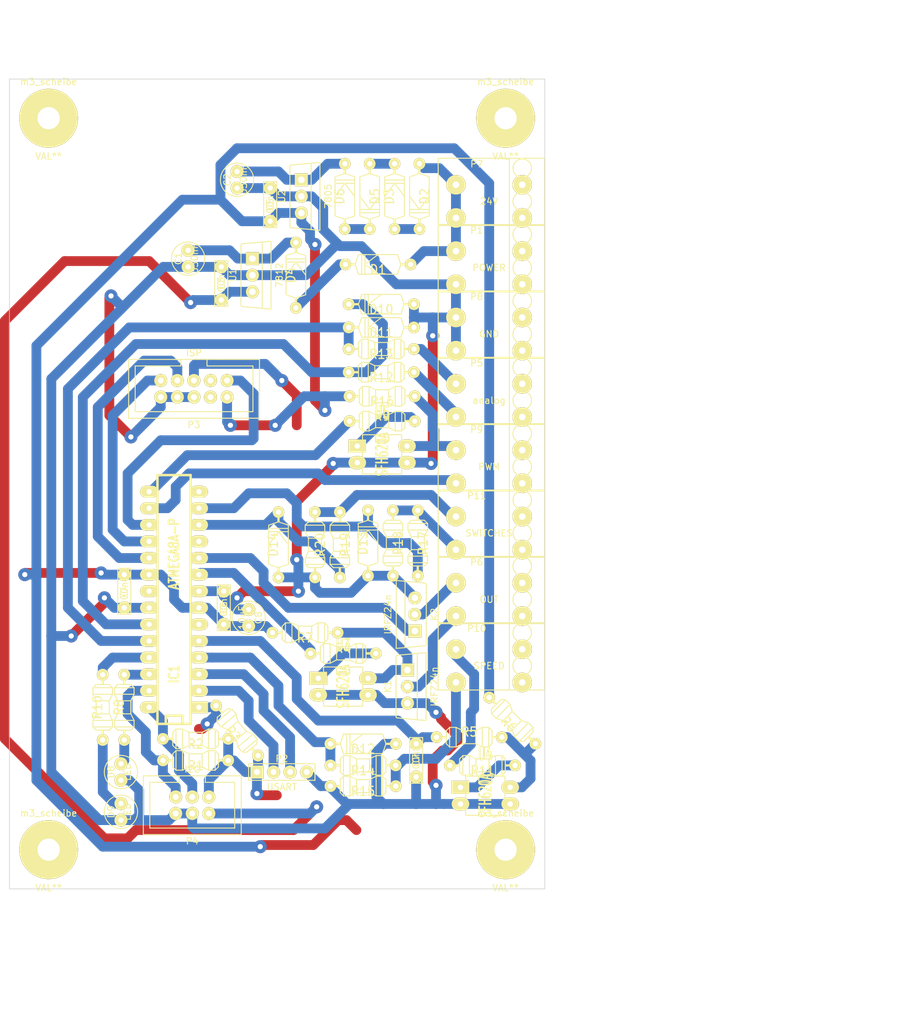
<source format=kicad_pcb>
(kicad_pcb (version 3) (host pcbnew "(2013-may-18)-stable")

  (general
    (links 134)
    (no_connects 18)
    (area -1.448 -12.100001 138.100001 146.7)
    (thickness 1.6)
    (drawings 11)
    (tracks 469)
    (zones 0)
    (modules 64)
    (nets 47)
  )

  (page A3)
  (layers
    (15 F.Cu signal)
    (0 B.Cu signal)
    (16 B.Adhes user)
    (17 F.Adhes user)
    (18 B.Paste user)
    (19 F.Paste user)
    (20 B.SilkS user)
    (21 F.SilkS user)
    (22 B.Mask user)
    (23 F.Mask user)
    (24 Dwgs.User user)
    (25 Cmts.User user)
    (26 Eco1.User user)
    (27 Eco2.User user)
    (28 Edge.Cuts user)
  )

  (setup
    (last_trace_width 1.5)
    (trace_clearance 0.5)
    (zone_clearance 0.5)
    (zone_45_only no)
    (trace_min 0.254)
    (segment_width 0.2)
    (edge_width 0.1)
    (via_size 2)
    (via_drill 0.8)
    (via_min_size 0.889)
    (via_min_drill 0.508)
    (uvia_size 0.508)
    (uvia_drill 0.127)
    (uvias_allowed no)
    (uvia_min_size 0.508)
    (uvia_min_drill 0.127)
    (pcb_text_width 0.3)
    (pcb_text_size 1.5 1.5)
    (mod_edge_width 0.15)
    (mod_text_size 1 1)
    (mod_text_width 0.15)
    (pad_size 1.5 1.5)
    (pad_drill 0.6)
    (pad_to_mask_clearance 0)
    (aux_axis_origin 0 0)
    (visible_elements FFFFFFBF)
    (pcbplotparams
      (layerselection 268435457)
      (usegerberextensions true)
      (excludeedgelayer true)
      (linewidth 0.150000)
      (plotframeref false)
      (viasonmask false)
      (mode 1)
      (useauxorigin false)
      (hpglpennumber 1)
      (hpglpenspeed 20)
      (hpglpendiameter 15)
      (hpglpenoverlay 2)
      (psnegative false)
      (psa4output false)
      (plotreference true)
      (plotvalue true)
      (plotothertext true)
      (plotinvisibletext false)
      (padsonsilk false)
      (subtractmaskfromsilk false)
      (outputformat 1)
      (mirror false)
      (drillshape 0)
      (scaleselection 1)
      (outputdirectory ""))
  )

  (net 0 "")
  (net 1 +12V)
  (net 2 +24V)
  (net 3 /LED0)
  (net 4 /LED1)
  (net 5 /MISO)
  (net 6 /MOSI)
  (net 7 /OUT0)
  (net 8 /OUT0_hv)
  (net 9 /OUT1)
  (net 10 /OUT1_hv)
  (net 11 /PWM0_hv)
  (net 12 /PWM_0)
  (net 13 /PWM_1)
  (net 14 /RESET)
  (net 15 /RX)
  (net 16 /SCK)
  (net 17 /SCL)
  (net 18 /SDA)
  (net 19 /SPEED0)
  (net 20 /SPEED0_hv)
  (net 21 /SPEED1)
  (net 22 /SW0)
  (net 23 /SW1)
  (net 24 /TX)
  (net 25 /analog0)
  (net 26 /analog1)
  (net 27 GND)
  (net 28 N-0000011)
  (net 29 N-0000012)
  (net 30 N-0000015)
  (net 31 N-0000016)
  (net 32 N-0000025)
  (net 33 N-0000027)
  (net 34 N-0000028)
  (net 35 N-0000029)
  (net 36 N-0000043)
  (net 37 N-0000046)
  (net 38 N-0000049)
  (net 39 N-000005)
  (net 40 N-0000050)
  (net 41 N-0000051)
  (net 42 N-0000052)
  (net 43 N-000006)
  (net 44 N-000008)
  (net 45 N-000009)
  (net 46 VCC)

  (net_class Default "This is the default net class."
    (clearance 0.5)
    (trace_width 1.5)
    (via_dia 2)
    (via_drill 0.8)
    (uvia_dia 0.508)
    (uvia_drill 0.127)
    (add_net "")
    (add_net +12V)
    (add_net +24V)
    (add_net /LED0)
    (add_net /LED1)
    (add_net /MISO)
    (add_net /MOSI)
    (add_net /OUT0)
    (add_net /OUT0_hv)
    (add_net /OUT1)
    (add_net /OUT1_hv)
    (add_net /PWM0_hv)
    (add_net /PWM_0)
    (add_net /PWM_1)
    (add_net /RESET)
    (add_net /RX)
    (add_net /SCK)
    (add_net /SCL)
    (add_net /SDA)
    (add_net /SPEED0)
    (add_net /SPEED0_hv)
    (add_net /SPEED1)
    (add_net /SW0)
    (add_net /SW1)
    (add_net /TX)
    (add_net /analog0)
    (add_net /analog1)
    (add_net GND)
    (add_net N-0000011)
    (add_net N-0000012)
    (add_net N-0000015)
    (add_net N-0000016)
    (add_net N-0000025)
    (add_net N-0000027)
    (add_net N-0000028)
    (add_net N-0000029)
    (add_net N-0000043)
    (add_net N-0000046)
    (add_net N-0000049)
    (add_net N-000005)
    (add_net N-0000050)
    (add_net N-0000051)
    (add_net N-0000052)
    (add_net N-000006)
    (add_net N-000008)
    (add_net N-000009)
    (add_net VCC)
  )

  (module wannenstecker_2x5_rm254 (layer F.Cu) (tedit 535A5A8F) (tstamp 5558779C)
    (at 28.258 47.432 180)
    (path /5557B5A0)
    (fp_text reference P3 (at 0 -5.5 180) (layer F.SilkS)
      (effects (font (size 1 1) (thickness 0.15)))
    )
    (fp_text value ISP (at 0 5.5 180) (layer F.SilkS)
      (effects (font (size 1 1) (thickness 0.15)))
    )
    (fp_line (start 2 3.5) (end 2 4.5) (layer F.SilkS) (width 0.15))
    (fp_line (start -2 3.5) (end -2 4.5) (layer F.SilkS) (width 0.15))
    (fp_line (start -2 3.5) (end -4.5 3.5) (layer F.SilkS) (width 0.15))
    (fp_line (start 4 -3.5) (end 9 -3.5) (layer F.SilkS) (width 0.15))
    (fp_line (start 9 -3.5) (end 9 3.5) (layer F.SilkS) (width 0.15))
    (fp_line (start 9 3.5) (end 2 3.5) (layer F.SilkS) (width 0.15))
    (fp_line (start -4.5 4.5) (end 10 4.5) (layer F.SilkS) (width 0.15))
    (fp_line (start 10 4.5) (end 10 -4.5) (layer F.SilkS) (width 0.15))
    (fp_line (start 10 -4.5) (end 5 -4.5) (layer F.SilkS) (width 0.15))
    (fp_line (start -4.54 3.5) (end -9.04 3.5) (layer F.SilkS) (width 0.15))
    (fp_line (start -9.04 3.5) (end -9.04 -3.5) (layer F.SilkS) (width 0.15))
    (fp_line (start -9.04 -3.5) (end 3.96 -3.5) (layer F.SilkS) (width 0.15))
    (fp_line (start -4.54 4.5) (end -10.04 4.5) (layer F.SilkS) (width 0.15))
    (fp_line (start -10.04 4.5) (end -10.04 -4.5) (layer F.SilkS) (width 0.15))
    (fp_line (start -10.04 -4.5) (end 4.96 -4.5) (layer F.SilkS) (width 0.15))
    (pad 1 thru_hole circle (at -5.08 1.27 180) (size 2 2) (drill 0.9)
      (layers *.Cu *.Mask F.SilkS)
      (net 6 /MOSI)
    )
    (pad 2 thru_hole circle (at -5.08 -1.27 180) (size 2 2) (drill 0.9)
      (layers *.Cu *.Mask F.SilkS)
      (net 46 VCC)
    )
    (pad 3 thru_hole circle (at -2.54 1.27 180) (size 2 2) (drill 0.9)
      (layers *.Cu *.Mask F.SilkS)
    )
    (pad 4 thru_hole circle (at -2.54 -1.27 180) (size 2 2) (drill 0.9)
      (layers *.Cu *.Mask F.SilkS)
    )
    (pad 5 thru_hole circle (at 0 1.27 180) (size 2 2) (drill 0.9)
      (layers *.Cu *.Mask F.SilkS)
      (net 14 /RESET)
    )
    (pad 6 thru_hole circle (at 0 -1.27 180) (size 2 2) (drill 0.9)
      (layers *.Cu *.Mask F.SilkS)
      (net 27 GND)
    )
    (pad 7 thru_hole circle (at 2.54 1.27 180) (size 2 2) (drill 0.9)
      (layers *.Cu *.Mask F.SilkS)
      (net 16 /SCK)
    )
    (pad 8 thru_hole circle (at 2.54 -1.27 180) (size 2 2) (drill 0.9)
      (layers *.Cu *.Mask F.SilkS)
      (net 27 GND)
    )
    (pad 9 thru_hole circle (at 5.08 1.27 180) (size 2 2) (drill 0.9)
      (layers *.Cu *.Mask F.SilkS)
      (net 5 /MISO)
    )
    (pad 10 thru_hole circle (at 5.08 -1.27 180) (size 2 2) (drill 0.9)
      (layers *.Cu *.Mask F.SilkS)
      (net 27 GND)
    )
  )

  (module wannenstecker_2x3_rm254 (layer F.Cu) (tedit 535A5B44) (tstamp 555877B3)
    (at 28.004 111.186 180)
    (path /55585076)
    (fp_text reference P4 (at 0 -5.5 180) (layer F.SilkS)
      (effects (font (size 1 1) (thickness 0.15)))
    )
    (fp_text value I2C (at 0 5.5 180) (layer F.SilkS)
      (effects (font (size 1 1) (thickness 0.15)))
    )
    (fp_line (start -2 4.5) (end -2 3.5) (layer F.SilkS) (width 0.15))
    (fp_line (start -2 3.5) (end -6.5 3.5) (layer F.SilkS) (width 0.15))
    (fp_line (start -6.5 3.5) (end -6.5 -3.5) (layer F.SilkS) (width 0.15))
    (fp_line (start -6.5 -3.5) (end 6.5 -3.5) (layer F.SilkS) (width 0.15))
    (fp_line (start 6.5 -3.5) (end 6.5 3.5) (layer F.SilkS) (width 0.15))
    (fp_line (start 6.5 3.5) (end 2 3.5) (layer F.SilkS) (width 0.15))
    (fp_line (start 2 3.5) (end 2 4.5) (layer F.SilkS) (width 0.15))
    (fp_line (start -2 4.5) (end 2 4.5) (layer F.SilkS) (width 0.15))
    (fp_line (start -2 4.5) (end -7.5 4.5) (layer F.SilkS) (width 0.15))
    (fp_line (start -7.5 4.5) (end -7.5 -4.5) (layer F.SilkS) (width 0.15))
    (fp_line (start -7.5 -4.5) (end 7.5 -4.5) (layer F.SilkS) (width 0.15))
    (fp_line (start 7.5 -4.5) (end 7.5 4.5) (layer F.SilkS) (width 0.15))
    (fp_line (start 7.5 4.5) (end 2 4.5) (layer F.SilkS) (width 0.15))
    (pad 1 thru_hole circle (at -2.54 1.27 180) (size 2 2) (drill 0.9)
      (layers *.Cu *.Mask F.SilkS)
      (net 46 VCC)
    )
    (pad 2 thru_hole circle (at -2.54 -1.27 180) (size 2 2) (drill 0.9)
      (layers *.Cu *.Mask F.SilkS)
      (net 1 +12V)
    )
    (pad 3 thru_hole circle (at 0 1.27 180) (size 2 2) (drill 0.9)
      (layers *.Cu *.Mask F.SilkS)
      (net 17 /SCL)
    )
    (pad 4 thru_hole circle (at 0 -1.27 180) (size 2 2) (drill 0.9)
      (layers *.Cu *.Mask F.SilkS)
      (net 27 GND)
    )
    (pad 5 thru_hole circle (at 2.54 1.27 180) (size 2 2) (drill 0.9)
      (layers *.Cu *.Mask F.SilkS)
      (net 18 /SDA)
    )
    (pad 6 thru_hole circle (at 2.54 -1.27 180) (size 2 2) (drill 0.9)
      (layers *.Cu *.Mask F.SilkS)
      (net 27 GND)
    )
  )

  (module Stiftleiste_4x1 (layer F.Cu) (tedit 535A5C67) (tstamp 555877C1)
    (at 41.72 106.106)
    (path /5557B820)
    (fp_text reference P2 (at 0 -2.032) (layer F.SilkS)
      (effects (font (size 1 1) (thickness 0.15)))
    )
    (fp_text value USART (at 0 2.286) (layer F.SilkS)
      (effects (font (size 1 1) (thickness 0.15)))
    )
    (fp_line (start 0 -1.27) (end 5.08 -1.27) (layer F.SilkS) (width 0.15))
    (fp_line (start 5.08 -1.27) (end 5.08 1.27) (layer F.SilkS) (width 0.15))
    (fp_line (start 5.08 1.27) (end 0 1.27) (layer F.SilkS) (width 0.15))
    (fp_line (start -5.08 -1.27) (end 0 -1.27) (layer F.SilkS) (width 0.15))
    (fp_line (start 0 1.27) (end -5.08 1.27) (layer F.SilkS) (width 0.15))
    (fp_line (start -5.08 1.27) (end -5.08 -1.27) (layer F.SilkS) (width 0.15))
    (pad 1 thru_hole rect (at -3.81 0) (size 2 2) (drill 0.9)
      (layers *.Cu *.Mask F.SilkS)
      (net 46 VCC)
    )
    (pad 2 thru_hole circle (at -1.27 0) (size 2 2) (drill 0.9)
      (layers *.Cu *.Mask F.SilkS)
      (net 15 /RX)
    )
    (pad 3 thru_hole circle (at 1.27 0) (size 2 2) (drill 0.9)
      (layers *.Cu *.Mask F.SilkS)
      (net 24 /TX)
    )
    (pad 4 thru_hole circle (at 3.81 0) (size 2 2) (drill 0.9)
      (layers *.Cu *.Mask F.SilkS)
      (net 27 GND)
    )
  )

  (module R10_big (layer F.Cu) (tedit 54E23B9A) (tstamp 555877E5)
    (at 34.862 99.756 130)
    (tags R)
    (path /55521435)
    (autoplace_cost180 10)
    (fp_text reference R3 (at 0 -0.8 130) (layer F.SilkS)
      (effects (font (size 1.397 1.27) (thickness 0.2032)))
    )
    (fp_text value R (at 0 0.8 130) (layer F.SilkS) hide
      (effects (font (size 1.397 1.27) (thickness 0.2032)))
    )
    (fp_line (start -3.5 0) (end -5 0) (layer F.SilkS) (width 0.15))
    (fp_line (start -3.5 -0.1) (end -5 -0.1) (layer F.SilkS) (width 0.15))
    (fp_line (start -5 -0.1) (end -5 0.1) (layer F.SilkS) (width 0.15))
    (fp_line (start -5 0.1) (end -3.5 0.1) (layer F.SilkS) (width 0.15))
    (fp_line (start 3.5 0) (end 5 0) (layer F.SilkS) (width 0.15))
    (fp_line (start 3.5 -0.1) (end 5 -0.1) (layer F.SilkS) (width 0.15))
    (fp_line (start 5 -0.1) (end 5 0.1) (layer F.SilkS) (width 0.15))
    (fp_line (start 5 0.1) (end 3.5 0.1) (layer F.SilkS) (width 0.15))
    (fp_line (start -1 -1) (end -1 1) (layer F.SilkS) (width 0.15))
    (fp_line (start -2 -1.5) (end -2 1.5) (layer F.SilkS) (width 0.15))
    (fp_line (start 1 -1) (end 1 1) (layer F.SilkS) (width 0.15))
    (fp_line (start 2 -1.5) (end 2 1.5) (layer F.SilkS) (width 0.15))
    (fp_line (start 3 1.5) (end 2 1.5) (layer F.SilkS) (width 0.15))
    (fp_line (start 2 1.5) (end 1 1) (layer F.SilkS) (width 0.15))
    (fp_line (start 1 1) (end -1 1) (layer F.SilkS) (width 0.15))
    (fp_line (start -1 1) (end -2 1.5) (layer F.SilkS) (width 0.15))
    (fp_line (start -2 1.5) (end -3 1.5) (layer F.SilkS) (width 0.15))
    (fp_line (start -3 -1.5) (end -2 -1.5) (layer F.SilkS) (width 0.15))
    (fp_line (start -2 -1.5) (end -1 -1) (layer F.SilkS) (width 0.15))
    (fp_line (start -1 -1) (end 1 -1) (layer F.SilkS) (width 0.15))
    (fp_line (start 1 -1) (end 2 -1.5) (layer F.SilkS) (width 0.15))
    (fp_line (start 2 -1.5) (end 3 -1.5) (layer F.SilkS) (width 0.15))
    (fp_line (start 3 1.5) (end 3.5 1) (layer F.SilkS) (width 0.15))
    (fp_line (start 3.5 1) (end 3.5 -1) (layer F.SilkS) (width 0.15))
    (fp_line (start 3.5 -1) (end 3 -1.5) (layer F.SilkS) (width 0.15))
    (fp_line (start 3 -1.5) (end 3 1.5) (layer F.SilkS) (width 0.15))
    (fp_line (start -3 1.5) (end -3 -1.5) (layer F.SilkS) (width 0.15))
    (fp_line (start -3 -1.5) (end -3.5 -1) (layer F.SilkS) (width 0.15))
    (fp_line (start -3.5 -1) (end -3.5 1) (layer F.SilkS) (width 0.15))
    (fp_line (start -3.5 1) (end -3 1.5) (layer F.SilkS) (width 0.15))
    (pad 1 thru_hole circle (at -5 0 130) (size 1.8 1.8) (drill 0.8)
      (layers *.Cu *.Mask F.SilkS)
      (net 46 VCC)
    )
    (pad 2 thru_hole circle (at 5 0 130) (size 1.8 1.8) (drill 0.8)
      (layers *.Cu *.Mask F.SilkS)
      (net 14 /RESET)
    )
    (model discret/resistor.wrl
      (at (xyz 0 0 0))
      (scale (xyz 0.5 0.5 0.5))
      (rotate (xyz 0 0 0))
    )
  )

  (module R10_big (layer F.Cu) (tedit 54E23B9A) (tstamp 55587809)
    (at 70.422 100.772)
    (tags R)
    (path /55586167)
    (autoplace_cost180 10)
    (fp_text reference R5 (at 0 -0.8) (layer F.SilkS)
      (effects (font (size 1.397 1.27) (thickness 0.2032)))
    )
    (fp_text value R (at 0 0.8) (layer F.SilkS) hide
      (effects (font (size 1.397 1.27) (thickness 0.2032)))
    )
    (fp_line (start -3.5 0) (end -5 0) (layer F.SilkS) (width 0.15))
    (fp_line (start -3.5 -0.1) (end -5 -0.1) (layer F.SilkS) (width 0.15))
    (fp_line (start -5 -0.1) (end -5 0.1) (layer F.SilkS) (width 0.15))
    (fp_line (start -5 0.1) (end -3.5 0.1) (layer F.SilkS) (width 0.15))
    (fp_line (start 3.5 0) (end 5 0) (layer F.SilkS) (width 0.15))
    (fp_line (start 3.5 -0.1) (end 5 -0.1) (layer F.SilkS) (width 0.15))
    (fp_line (start 5 -0.1) (end 5 0.1) (layer F.SilkS) (width 0.15))
    (fp_line (start 5 0.1) (end 3.5 0.1) (layer F.SilkS) (width 0.15))
    (fp_line (start -1 -1) (end -1 1) (layer F.SilkS) (width 0.15))
    (fp_line (start -2 -1.5) (end -2 1.5) (layer F.SilkS) (width 0.15))
    (fp_line (start 1 -1) (end 1 1) (layer F.SilkS) (width 0.15))
    (fp_line (start 2 -1.5) (end 2 1.5) (layer F.SilkS) (width 0.15))
    (fp_line (start 3 1.5) (end 2 1.5) (layer F.SilkS) (width 0.15))
    (fp_line (start 2 1.5) (end 1 1) (layer F.SilkS) (width 0.15))
    (fp_line (start 1 1) (end -1 1) (layer F.SilkS) (width 0.15))
    (fp_line (start -1 1) (end -2 1.5) (layer F.SilkS) (width 0.15))
    (fp_line (start -2 1.5) (end -3 1.5) (layer F.SilkS) (width 0.15))
    (fp_line (start -3 -1.5) (end -2 -1.5) (layer F.SilkS) (width 0.15))
    (fp_line (start -2 -1.5) (end -1 -1) (layer F.SilkS) (width 0.15))
    (fp_line (start -1 -1) (end 1 -1) (layer F.SilkS) (width 0.15))
    (fp_line (start 1 -1) (end 2 -1.5) (layer F.SilkS) (width 0.15))
    (fp_line (start 2 -1.5) (end 3 -1.5) (layer F.SilkS) (width 0.15))
    (fp_line (start 3 1.5) (end 3.5 1) (layer F.SilkS) (width 0.15))
    (fp_line (start 3.5 1) (end 3.5 -1) (layer F.SilkS) (width 0.15))
    (fp_line (start 3.5 -1) (end 3 -1.5) (layer F.SilkS) (width 0.15))
    (fp_line (start 3 -1.5) (end 3 1.5) (layer F.SilkS) (width 0.15))
    (fp_line (start -3 1.5) (end -3 -1.5) (layer F.SilkS) (width 0.15))
    (fp_line (start -3 -1.5) (end -3.5 -1) (layer F.SilkS) (width 0.15))
    (fp_line (start -3.5 -1) (end -3.5 1) (layer F.SilkS) (width 0.15))
    (fp_line (start -3.5 1) (end -3 1.5) (layer F.SilkS) (width 0.15))
    (pad 1 thru_hole circle (at -5 0) (size 1.8 1.8) (drill 0.8)
      (layers *.Cu *.Mask F.SilkS)
      (net 19 /SPEED0)
    )
    (pad 2 thru_hole circle (at 5 0) (size 1.8 1.8) (drill 0.8)
      (layers *.Cu *.Mask F.SilkS)
      (net 44 N-000008)
    )
    (model discret/resistor.wrl
      (at (xyz 0 0 0))
      (scale (xyz 0.5 0.5 0.5))
      (rotate (xyz 0 0 0))
    )
  )

  (module R10_big (layer F.Cu) (tedit 54E23B9A) (tstamp 5558782D)
    (at 72.454 105.09 180)
    (tags R)
    (path /55585CB5)
    (autoplace_cost180 10)
    (fp_text reference R11 (at 0 -0.8 180) (layer F.SilkS)
      (effects (font (size 1.397 1.27) (thickness 0.2032)))
    )
    (fp_text value R (at 0 0.8 180) (layer F.SilkS) hide
      (effects (font (size 1.397 1.27) (thickness 0.2032)))
    )
    (fp_line (start -3.5 0) (end -5 0) (layer F.SilkS) (width 0.15))
    (fp_line (start -3.5 -0.1) (end -5 -0.1) (layer F.SilkS) (width 0.15))
    (fp_line (start -5 -0.1) (end -5 0.1) (layer F.SilkS) (width 0.15))
    (fp_line (start -5 0.1) (end -3.5 0.1) (layer F.SilkS) (width 0.15))
    (fp_line (start 3.5 0) (end 5 0) (layer F.SilkS) (width 0.15))
    (fp_line (start 3.5 -0.1) (end 5 -0.1) (layer F.SilkS) (width 0.15))
    (fp_line (start 5 -0.1) (end 5 0.1) (layer F.SilkS) (width 0.15))
    (fp_line (start 5 0.1) (end 3.5 0.1) (layer F.SilkS) (width 0.15))
    (fp_line (start -1 -1) (end -1 1) (layer F.SilkS) (width 0.15))
    (fp_line (start -2 -1.5) (end -2 1.5) (layer F.SilkS) (width 0.15))
    (fp_line (start 1 -1) (end 1 1) (layer F.SilkS) (width 0.15))
    (fp_line (start 2 -1.5) (end 2 1.5) (layer F.SilkS) (width 0.15))
    (fp_line (start 3 1.5) (end 2 1.5) (layer F.SilkS) (width 0.15))
    (fp_line (start 2 1.5) (end 1 1) (layer F.SilkS) (width 0.15))
    (fp_line (start 1 1) (end -1 1) (layer F.SilkS) (width 0.15))
    (fp_line (start -1 1) (end -2 1.5) (layer F.SilkS) (width 0.15))
    (fp_line (start -2 1.5) (end -3 1.5) (layer F.SilkS) (width 0.15))
    (fp_line (start -3 -1.5) (end -2 -1.5) (layer F.SilkS) (width 0.15))
    (fp_line (start -2 -1.5) (end -1 -1) (layer F.SilkS) (width 0.15))
    (fp_line (start -1 -1) (end 1 -1) (layer F.SilkS) (width 0.15))
    (fp_line (start 1 -1) (end 2 -1.5) (layer F.SilkS) (width 0.15))
    (fp_line (start 2 -1.5) (end 3 -1.5) (layer F.SilkS) (width 0.15))
    (fp_line (start 3 1.5) (end 3.5 1) (layer F.SilkS) (width 0.15))
    (fp_line (start 3.5 1) (end 3.5 -1) (layer F.SilkS) (width 0.15))
    (fp_line (start 3.5 -1) (end 3 -1.5) (layer F.SilkS) (width 0.15))
    (fp_line (start 3 -1.5) (end 3 1.5) (layer F.SilkS) (width 0.15))
    (fp_line (start -3 1.5) (end -3 -1.5) (layer F.SilkS) (width 0.15))
    (fp_line (start -3 -1.5) (end -3.5 -1) (layer F.SilkS) (width 0.15))
    (fp_line (start -3.5 -1) (end -3.5 1) (layer F.SilkS) (width 0.15))
    (fp_line (start -3.5 1) (end -3 1.5) (layer F.SilkS) (width 0.15))
    (pad 1 thru_hole circle (at -5 0 180) (size 1.8 1.8) (drill 0.8)
      (layers *.Cu *.Mask F.SilkS)
      (net 45 N-000009)
    )
    (pad 2 thru_hole circle (at 5 0 180) (size 1.8 1.8) (drill 0.8)
      (layers *.Cu *.Mask F.SilkS)
      (net 20 /SPEED0_hv)
    )
    (model discret/resistor.wrl
      (at (xyz 0 0 0))
      (scale (xyz 0.5 0.5 0.5))
      (rotate (xyz 0 0 0))
    )
  )

  (module R10_big (layer F.Cu) (tedit 54E23B9A) (tstamp 55589C8A)
    (at 77.026 98.232 135)
    (tags R)
    (path /55585B91)
    (autoplace_cost180 10)
    (fp_text reference R6 (at 0 -0.8 135) (layer F.SilkS)
      (effects (font (size 1.397 1.27) (thickness 0.2032)))
    )
    (fp_text value R (at 0 0.8 135) (layer F.SilkS) hide
      (effects (font (size 1.397 1.27) (thickness 0.2032)))
    )
    (fp_line (start -3.5 0) (end -5 0) (layer F.SilkS) (width 0.15))
    (fp_line (start -3.5 -0.1) (end -5 -0.1) (layer F.SilkS) (width 0.15))
    (fp_line (start -5 -0.1) (end -5 0.1) (layer F.SilkS) (width 0.15))
    (fp_line (start -5 0.1) (end -3.5 0.1) (layer F.SilkS) (width 0.15))
    (fp_line (start 3.5 0) (end 5 0) (layer F.SilkS) (width 0.15))
    (fp_line (start 3.5 -0.1) (end 5 -0.1) (layer F.SilkS) (width 0.15))
    (fp_line (start 5 -0.1) (end 5 0.1) (layer F.SilkS) (width 0.15))
    (fp_line (start 5 0.1) (end 3.5 0.1) (layer F.SilkS) (width 0.15))
    (fp_line (start -1 -1) (end -1 1) (layer F.SilkS) (width 0.15))
    (fp_line (start -2 -1.5) (end -2 1.5) (layer F.SilkS) (width 0.15))
    (fp_line (start 1 -1) (end 1 1) (layer F.SilkS) (width 0.15))
    (fp_line (start 2 -1.5) (end 2 1.5) (layer F.SilkS) (width 0.15))
    (fp_line (start 3 1.5) (end 2 1.5) (layer F.SilkS) (width 0.15))
    (fp_line (start 2 1.5) (end 1 1) (layer F.SilkS) (width 0.15))
    (fp_line (start 1 1) (end -1 1) (layer F.SilkS) (width 0.15))
    (fp_line (start -1 1) (end -2 1.5) (layer F.SilkS) (width 0.15))
    (fp_line (start -2 1.5) (end -3 1.5) (layer F.SilkS) (width 0.15))
    (fp_line (start -3 -1.5) (end -2 -1.5) (layer F.SilkS) (width 0.15))
    (fp_line (start -2 -1.5) (end -1 -1) (layer F.SilkS) (width 0.15))
    (fp_line (start -1 -1) (end 1 -1) (layer F.SilkS) (width 0.15))
    (fp_line (start 1 -1) (end 2 -1.5) (layer F.SilkS) (width 0.15))
    (fp_line (start 2 -1.5) (end 3 -1.5) (layer F.SilkS) (width 0.15))
    (fp_line (start 3 1.5) (end 3.5 1) (layer F.SilkS) (width 0.15))
    (fp_line (start 3.5 1) (end 3.5 -1) (layer F.SilkS) (width 0.15))
    (fp_line (start 3.5 -1) (end 3 -1.5) (layer F.SilkS) (width 0.15))
    (fp_line (start 3 -1.5) (end 3 1.5) (layer F.SilkS) (width 0.15))
    (fp_line (start -3 1.5) (end -3 -1.5) (layer F.SilkS) (width 0.15))
    (fp_line (start -3 -1.5) (end -3.5 -1) (layer F.SilkS) (width 0.15))
    (fp_line (start -3.5 -1) (end -3.5 1) (layer F.SilkS) (width 0.15))
    (fp_line (start -3.5 1) (end -3 1.5) (layer F.SilkS) (width 0.15))
    (pad 1 thru_hole circle (at -5 0 135) (size 1.8 1.8) (drill 0.8)
      (layers *.Cu *.Mask F.SilkS)
      (net 44 N-000008)
    )
    (pad 2 thru_hole circle (at 5 0 135) (size 1.8 1.8) (drill 0.8)
      (layers *.Cu *.Mask F.SilkS)
      (net 46 VCC)
    )
    (model discret/resistor.wrl
      (at (xyz 0 0 0))
      (scale (xyz 0.5 0.5 0.5))
      (rotate (xyz 0 0 0))
    )
  )

  (module R10_big (layer F.Cu) (tedit 54E23B9A) (tstamp 55587875)
    (at 28.512 104.328 180)
    (tags R)
    (path /555857B1)
    (autoplace_cost180 10)
    (fp_text reference R1 (at 0 -0.8 180) (layer F.SilkS)
      (effects (font (size 1.397 1.27) (thickness 0.2032)))
    )
    (fp_text value R (at 0 0.8 180) (layer F.SilkS) hide
      (effects (font (size 1.397 1.27) (thickness 0.2032)))
    )
    (fp_line (start -3.5 0) (end -5 0) (layer F.SilkS) (width 0.15))
    (fp_line (start -3.5 -0.1) (end -5 -0.1) (layer F.SilkS) (width 0.15))
    (fp_line (start -5 -0.1) (end -5 0.1) (layer F.SilkS) (width 0.15))
    (fp_line (start -5 0.1) (end -3.5 0.1) (layer F.SilkS) (width 0.15))
    (fp_line (start 3.5 0) (end 5 0) (layer F.SilkS) (width 0.15))
    (fp_line (start 3.5 -0.1) (end 5 -0.1) (layer F.SilkS) (width 0.15))
    (fp_line (start 5 -0.1) (end 5 0.1) (layer F.SilkS) (width 0.15))
    (fp_line (start 5 0.1) (end 3.5 0.1) (layer F.SilkS) (width 0.15))
    (fp_line (start -1 -1) (end -1 1) (layer F.SilkS) (width 0.15))
    (fp_line (start -2 -1.5) (end -2 1.5) (layer F.SilkS) (width 0.15))
    (fp_line (start 1 -1) (end 1 1) (layer F.SilkS) (width 0.15))
    (fp_line (start 2 -1.5) (end 2 1.5) (layer F.SilkS) (width 0.15))
    (fp_line (start 3 1.5) (end 2 1.5) (layer F.SilkS) (width 0.15))
    (fp_line (start 2 1.5) (end 1 1) (layer F.SilkS) (width 0.15))
    (fp_line (start 1 1) (end -1 1) (layer F.SilkS) (width 0.15))
    (fp_line (start -1 1) (end -2 1.5) (layer F.SilkS) (width 0.15))
    (fp_line (start -2 1.5) (end -3 1.5) (layer F.SilkS) (width 0.15))
    (fp_line (start -3 -1.5) (end -2 -1.5) (layer F.SilkS) (width 0.15))
    (fp_line (start -2 -1.5) (end -1 -1) (layer F.SilkS) (width 0.15))
    (fp_line (start -1 -1) (end 1 -1) (layer F.SilkS) (width 0.15))
    (fp_line (start 1 -1) (end 2 -1.5) (layer F.SilkS) (width 0.15))
    (fp_line (start 2 -1.5) (end 3 -1.5) (layer F.SilkS) (width 0.15))
    (fp_line (start 3 1.5) (end 3.5 1) (layer F.SilkS) (width 0.15))
    (fp_line (start 3.5 1) (end 3.5 -1) (layer F.SilkS) (width 0.15))
    (fp_line (start 3.5 -1) (end 3 -1.5) (layer F.SilkS) (width 0.15))
    (fp_line (start 3 -1.5) (end 3 1.5) (layer F.SilkS) (width 0.15))
    (fp_line (start -3 1.5) (end -3 -1.5) (layer F.SilkS) (width 0.15))
    (fp_line (start -3 -1.5) (end -3.5 -1) (layer F.SilkS) (width 0.15))
    (fp_line (start -3.5 -1) (end -3.5 1) (layer F.SilkS) (width 0.15))
    (fp_line (start -3.5 1) (end -3 1.5) (layer F.SilkS) (width 0.15))
    (pad 1 thru_hole circle (at -5 0 180) (size 1.8 1.8) (drill 0.8)
      (layers *.Cu *.Mask F.SilkS)
      (net 46 VCC)
    )
    (pad 2 thru_hole circle (at 5 0 180) (size 1.8 1.8) (drill 0.8)
      (layers *.Cu *.Mask F.SilkS)
      (net 18 /SDA)
    )
    (model discret/resistor.wrl
      (at (xyz 0 0 0))
      (scale (xyz 0.5 0.5 0.5))
      (rotate (xyz 0 0 0))
    )
  )

  (module R10_big (layer F.Cu) (tedit 54E23B9A) (tstamp 55587899)
    (at 28.512 101.026 180)
    (tags R)
    (path /555857AB)
    (autoplace_cost180 10)
    (fp_text reference R2 (at 0 -0.8 180) (layer F.SilkS)
      (effects (font (size 1.397 1.27) (thickness 0.2032)))
    )
    (fp_text value R (at 0 0.8 180) (layer F.SilkS) hide
      (effects (font (size 1.397 1.27) (thickness 0.2032)))
    )
    (fp_line (start -3.5 0) (end -5 0) (layer F.SilkS) (width 0.15))
    (fp_line (start -3.5 -0.1) (end -5 -0.1) (layer F.SilkS) (width 0.15))
    (fp_line (start -5 -0.1) (end -5 0.1) (layer F.SilkS) (width 0.15))
    (fp_line (start -5 0.1) (end -3.5 0.1) (layer F.SilkS) (width 0.15))
    (fp_line (start 3.5 0) (end 5 0) (layer F.SilkS) (width 0.15))
    (fp_line (start 3.5 -0.1) (end 5 -0.1) (layer F.SilkS) (width 0.15))
    (fp_line (start 5 -0.1) (end 5 0.1) (layer F.SilkS) (width 0.15))
    (fp_line (start 5 0.1) (end 3.5 0.1) (layer F.SilkS) (width 0.15))
    (fp_line (start -1 -1) (end -1 1) (layer F.SilkS) (width 0.15))
    (fp_line (start -2 -1.5) (end -2 1.5) (layer F.SilkS) (width 0.15))
    (fp_line (start 1 -1) (end 1 1) (layer F.SilkS) (width 0.15))
    (fp_line (start 2 -1.5) (end 2 1.5) (layer F.SilkS) (width 0.15))
    (fp_line (start 3 1.5) (end 2 1.5) (layer F.SilkS) (width 0.15))
    (fp_line (start 2 1.5) (end 1 1) (layer F.SilkS) (width 0.15))
    (fp_line (start 1 1) (end -1 1) (layer F.SilkS) (width 0.15))
    (fp_line (start -1 1) (end -2 1.5) (layer F.SilkS) (width 0.15))
    (fp_line (start -2 1.5) (end -3 1.5) (layer F.SilkS) (width 0.15))
    (fp_line (start -3 -1.5) (end -2 -1.5) (layer F.SilkS) (width 0.15))
    (fp_line (start -2 -1.5) (end -1 -1) (layer F.SilkS) (width 0.15))
    (fp_line (start -1 -1) (end 1 -1) (layer F.SilkS) (width 0.15))
    (fp_line (start 1 -1) (end 2 -1.5) (layer F.SilkS) (width 0.15))
    (fp_line (start 2 -1.5) (end 3 -1.5) (layer F.SilkS) (width 0.15))
    (fp_line (start 3 1.5) (end 3.5 1) (layer F.SilkS) (width 0.15))
    (fp_line (start 3.5 1) (end 3.5 -1) (layer F.SilkS) (width 0.15))
    (fp_line (start 3.5 -1) (end 3 -1.5) (layer F.SilkS) (width 0.15))
    (fp_line (start 3 -1.5) (end 3 1.5) (layer F.SilkS) (width 0.15))
    (fp_line (start -3 1.5) (end -3 -1.5) (layer F.SilkS) (width 0.15))
    (fp_line (start -3 -1.5) (end -3.5 -1) (layer F.SilkS) (width 0.15))
    (fp_line (start -3.5 -1) (end -3.5 1) (layer F.SilkS) (width 0.15))
    (fp_line (start -3.5 1) (end -3 1.5) (layer F.SilkS) (width 0.15))
    (pad 1 thru_hole circle (at -5 0 180) (size 1.8 1.8) (drill 0.8)
      (layers *.Cu *.Mask F.SilkS)
      (net 46 VCC)
    )
    (pad 2 thru_hole circle (at 5 0 180) (size 1.8 1.8) (drill 0.8)
      (layers *.Cu *.Mask F.SilkS)
      (net 17 /SCL)
    )
    (model discret/resistor.wrl
      (at (xyz 0 0 0))
      (scale (xyz 0.5 0.5 0.5))
      (rotate (xyz 0 0 0))
    )
  )

  (module R10_big (layer F.Cu) (tedit 54E23B9A) (tstamp 555878BD)
    (at 56.96 41.336 180)
    (tags R)
    (path /555868E9)
    (autoplace_cost180 10)
    (fp_text reference R13 (at 0 -0.8 180) (layer F.SilkS)
      (effects (font (size 1.397 1.27) (thickness 0.2032)))
    )
    (fp_text value 300 (at 0 0.8 180) (layer F.SilkS) hide
      (effects (font (size 1.397 1.27) (thickness 0.2032)))
    )
    (fp_line (start -3.5 0) (end -5 0) (layer F.SilkS) (width 0.15))
    (fp_line (start -3.5 -0.1) (end -5 -0.1) (layer F.SilkS) (width 0.15))
    (fp_line (start -5 -0.1) (end -5 0.1) (layer F.SilkS) (width 0.15))
    (fp_line (start -5 0.1) (end -3.5 0.1) (layer F.SilkS) (width 0.15))
    (fp_line (start 3.5 0) (end 5 0) (layer F.SilkS) (width 0.15))
    (fp_line (start 3.5 -0.1) (end 5 -0.1) (layer F.SilkS) (width 0.15))
    (fp_line (start 5 -0.1) (end 5 0.1) (layer F.SilkS) (width 0.15))
    (fp_line (start 5 0.1) (end 3.5 0.1) (layer F.SilkS) (width 0.15))
    (fp_line (start -1 -1) (end -1 1) (layer F.SilkS) (width 0.15))
    (fp_line (start -2 -1.5) (end -2 1.5) (layer F.SilkS) (width 0.15))
    (fp_line (start 1 -1) (end 1 1) (layer F.SilkS) (width 0.15))
    (fp_line (start 2 -1.5) (end 2 1.5) (layer F.SilkS) (width 0.15))
    (fp_line (start 3 1.5) (end 2 1.5) (layer F.SilkS) (width 0.15))
    (fp_line (start 2 1.5) (end 1 1) (layer F.SilkS) (width 0.15))
    (fp_line (start 1 1) (end -1 1) (layer F.SilkS) (width 0.15))
    (fp_line (start -1 1) (end -2 1.5) (layer F.SilkS) (width 0.15))
    (fp_line (start -2 1.5) (end -3 1.5) (layer F.SilkS) (width 0.15))
    (fp_line (start -3 -1.5) (end -2 -1.5) (layer F.SilkS) (width 0.15))
    (fp_line (start -2 -1.5) (end -1 -1) (layer F.SilkS) (width 0.15))
    (fp_line (start -1 -1) (end 1 -1) (layer F.SilkS) (width 0.15))
    (fp_line (start 1 -1) (end 2 -1.5) (layer F.SilkS) (width 0.15))
    (fp_line (start 2 -1.5) (end 3 -1.5) (layer F.SilkS) (width 0.15))
    (fp_line (start 3 1.5) (end 3.5 1) (layer F.SilkS) (width 0.15))
    (fp_line (start 3.5 1) (end 3.5 -1) (layer F.SilkS) (width 0.15))
    (fp_line (start 3.5 -1) (end 3 -1.5) (layer F.SilkS) (width 0.15))
    (fp_line (start 3 -1.5) (end 3 1.5) (layer F.SilkS) (width 0.15))
    (fp_line (start -3 1.5) (end -3 -1.5) (layer F.SilkS) (width 0.15))
    (fp_line (start -3 -1.5) (end -3.5 -1) (layer F.SilkS) (width 0.15))
    (fp_line (start -3.5 -1) (end -3.5 1) (layer F.SilkS) (width 0.15))
    (fp_line (start -3.5 1) (end -3 1.5) (layer F.SilkS) (width 0.15))
    (pad 1 thru_hole circle (at -5 0 180) (size 1.8 1.8) (drill 0.8)
      (layers *.Cu *.Mask F.SilkS)
      (net 29 N-0000012)
    )
    (pad 2 thru_hole circle (at 5 0 180) (size 1.8 1.8) (drill 0.8)
      (layers *.Cu *.Mask F.SilkS)
      (net 26 /analog1)
    )
    (model discret/resistor.wrl
      (at (xyz 0 0 0))
      (scale (xyz 0.5 0.5 0.5))
      (rotate (xyz 0 0 0))
    )
  )

  (module R10_big (layer F.Cu) (tedit 54E23B9A) (tstamp 555878E1)
    (at 56.96 44.892 180)
    (tags R)
    (path /55586908)
    (autoplace_cost180 10)
    (fp_text reference R12 (at 0 -0.8 180) (layer F.SilkS)
      (effects (font (size 1.397 1.27) (thickness 0.2032)))
    )
    (fp_text value 300 (at 0 0.8 180) (layer F.SilkS) hide
      (effects (font (size 1.397 1.27) (thickness 0.2032)))
    )
    (fp_line (start -3.5 0) (end -5 0) (layer F.SilkS) (width 0.15))
    (fp_line (start -3.5 -0.1) (end -5 -0.1) (layer F.SilkS) (width 0.15))
    (fp_line (start -5 -0.1) (end -5 0.1) (layer F.SilkS) (width 0.15))
    (fp_line (start -5 0.1) (end -3.5 0.1) (layer F.SilkS) (width 0.15))
    (fp_line (start 3.5 0) (end 5 0) (layer F.SilkS) (width 0.15))
    (fp_line (start 3.5 -0.1) (end 5 -0.1) (layer F.SilkS) (width 0.15))
    (fp_line (start 5 -0.1) (end 5 0.1) (layer F.SilkS) (width 0.15))
    (fp_line (start 5 0.1) (end 3.5 0.1) (layer F.SilkS) (width 0.15))
    (fp_line (start -1 -1) (end -1 1) (layer F.SilkS) (width 0.15))
    (fp_line (start -2 -1.5) (end -2 1.5) (layer F.SilkS) (width 0.15))
    (fp_line (start 1 -1) (end 1 1) (layer F.SilkS) (width 0.15))
    (fp_line (start 2 -1.5) (end 2 1.5) (layer F.SilkS) (width 0.15))
    (fp_line (start 3 1.5) (end 2 1.5) (layer F.SilkS) (width 0.15))
    (fp_line (start 2 1.5) (end 1 1) (layer F.SilkS) (width 0.15))
    (fp_line (start 1 1) (end -1 1) (layer F.SilkS) (width 0.15))
    (fp_line (start -1 1) (end -2 1.5) (layer F.SilkS) (width 0.15))
    (fp_line (start -2 1.5) (end -3 1.5) (layer F.SilkS) (width 0.15))
    (fp_line (start -3 -1.5) (end -2 -1.5) (layer F.SilkS) (width 0.15))
    (fp_line (start -2 -1.5) (end -1 -1) (layer F.SilkS) (width 0.15))
    (fp_line (start -1 -1) (end 1 -1) (layer F.SilkS) (width 0.15))
    (fp_line (start 1 -1) (end 2 -1.5) (layer F.SilkS) (width 0.15))
    (fp_line (start 2 -1.5) (end 3 -1.5) (layer F.SilkS) (width 0.15))
    (fp_line (start 3 1.5) (end 3.5 1) (layer F.SilkS) (width 0.15))
    (fp_line (start 3.5 1) (end 3.5 -1) (layer F.SilkS) (width 0.15))
    (fp_line (start 3.5 -1) (end 3 -1.5) (layer F.SilkS) (width 0.15))
    (fp_line (start 3 -1.5) (end 3 1.5) (layer F.SilkS) (width 0.15))
    (fp_line (start -3 1.5) (end -3 -1.5) (layer F.SilkS) (width 0.15))
    (fp_line (start -3 -1.5) (end -3.5 -1) (layer F.SilkS) (width 0.15))
    (fp_line (start -3.5 -1) (end -3.5 1) (layer F.SilkS) (width 0.15))
    (fp_line (start -3.5 1) (end -3 1.5) (layer F.SilkS) (width 0.15))
    (pad 1 thru_hole circle (at -5 0 180) (size 1.8 1.8) (drill 0.8)
      (layers *.Cu *.Mask F.SilkS)
      (net 28 N-0000011)
    )
    (pad 2 thru_hole circle (at 5 0 180) (size 1.8 1.8) (drill 0.8)
      (layers *.Cu *.Mask F.SilkS)
      (net 25 /analog0)
    )
    (model discret/resistor.wrl
      (at (xyz 0 0 0))
      (scale (xyz 0.5 0.5 0.5))
      (rotate (xyz 0 0 0))
    )
  )

  (module R10_big (layer F.Cu) (tedit 54E23B9A) (tstamp 55587905)
    (at 54.166 105.09 180)
    (tags R)
    (path /55586DF2)
    (autoplace_cost180 10)
    (fp_text reference R14 (at 0 -0.8 180) (layer F.SilkS)
      (effects (font (size 1.397 1.27) (thickness 0.2032)))
    )
    (fp_text value 300 (at 0 0.8 180) (layer F.SilkS) hide
      (effects (font (size 1.397 1.27) (thickness 0.2032)))
    )
    (fp_line (start -3.5 0) (end -5 0) (layer F.SilkS) (width 0.15))
    (fp_line (start -3.5 -0.1) (end -5 -0.1) (layer F.SilkS) (width 0.15))
    (fp_line (start -5 -0.1) (end -5 0.1) (layer F.SilkS) (width 0.15))
    (fp_line (start -5 0.1) (end -3.5 0.1) (layer F.SilkS) (width 0.15))
    (fp_line (start 3.5 0) (end 5 0) (layer F.SilkS) (width 0.15))
    (fp_line (start 3.5 -0.1) (end 5 -0.1) (layer F.SilkS) (width 0.15))
    (fp_line (start 5 -0.1) (end 5 0.1) (layer F.SilkS) (width 0.15))
    (fp_line (start 5 0.1) (end 3.5 0.1) (layer F.SilkS) (width 0.15))
    (fp_line (start -1 -1) (end -1 1) (layer F.SilkS) (width 0.15))
    (fp_line (start -2 -1.5) (end -2 1.5) (layer F.SilkS) (width 0.15))
    (fp_line (start 1 -1) (end 1 1) (layer F.SilkS) (width 0.15))
    (fp_line (start 2 -1.5) (end 2 1.5) (layer F.SilkS) (width 0.15))
    (fp_line (start 3 1.5) (end 2 1.5) (layer F.SilkS) (width 0.15))
    (fp_line (start 2 1.5) (end 1 1) (layer F.SilkS) (width 0.15))
    (fp_line (start 1 1) (end -1 1) (layer F.SilkS) (width 0.15))
    (fp_line (start -1 1) (end -2 1.5) (layer F.SilkS) (width 0.15))
    (fp_line (start -2 1.5) (end -3 1.5) (layer F.SilkS) (width 0.15))
    (fp_line (start -3 -1.5) (end -2 -1.5) (layer F.SilkS) (width 0.15))
    (fp_line (start -2 -1.5) (end -1 -1) (layer F.SilkS) (width 0.15))
    (fp_line (start -1 -1) (end 1 -1) (layer F.SilkS) (width 0.15))
    (fp_line (start 1 -1) (end 2 -1.5) (layer F.SilkS) (width 0.15))
    (fp_line (start 2 -1.5) (end 3 -1.5) (layer F.SilkS) (width 0.15))
    (fp_line (start 3 1.5) (end 3.5 1) (layer F.SilkS) (width 0.15))
    (fp_line (start 3.5 1) (end 3.5 -1) (layer F.SilkS) (width 0.15))
    (fp_line (start 3.5 -1) (end 3 -1.5) (layer F.SilkS) (width 0.15))
    (fp_line (start 3 -1.5) (end 3 1.5) (layer F.SilkS) (width 0.15))
    (fp_line (start -3 1.5) (end -3 -1.5) (layer F.SilkS) (width 0.15))
    (fp_line (start -3 -1.5) (end -3.5 -1) (layer F.SilkS) (width 0.15))
    (fp_line (start -3.5 -1) (end -3.5 1) (layer F.SilkS) (width 0.15))
    (fp_line (start -3.5 1) (end -3 1.5) (layer F.SilkS) (width 0.15))
    (pad 1 thru_hole circle (at -5 0 180) (size 1.8 1.8) (drill 0.8)
      (layers *.Cu *.Mask F.SilkS)
      (net 34 N-0000028)
    )
    (pad 2 thru_hole circle (at 5 0 180) (size 1.8 1.8) (drill 0.8)
      (layers *.Cu *.Mask F.SilkS)
      (net 21 /SPEED1)
    )
    (model discret/resistor.wrl
      (at (xyz 0 0 0))
      (scale (xyz 0.5 0.5 0.5))
      (rotate (xyz 0 0 0))
    )
  )

  (module R10_big (layer F.Cu) (tedit 54E23B9A) (tstamp 55587929)
    (at 62.548 71.054 270)
    (tags R)
    (path /55587E3A)
    (autoplace_cost180 10)
    (fp_text reference R17 (at 0 -0.8 270) (layer F.SilkS)
      (effects (font (size 1.397 1.27) (thickness 0.2032)))
    )
    (fp_text value 300 (at 0 0.8 270) (layer F.SilkS) hide
      (effects (font (size 1.397 1.27) (thickness 0.2032)))
    )
    (fp_line (start -3.5 0) (end -5 0) (layer F.SilkS) (width 0.15))
    (fp_line (start -3.5 -0.1) (end -5 -0.1) (layer F.SilkS) (width 0.15))
    (fp_line (start -5 -0.1) (end -5 0.1) (layer F.SilkS) (width 0.15))
    (fp_line (start -5 0.1) (end -3.5 0.1) (layer F.SilkS) (width 0.15))
    (fp_line (start 3.5 0) (end 5 0) (layer F.SilkS) (width 0.15))
    (fp_line (start 3.5 -0.1) (end 5 -0.1) (layer F.SilkS) (width 0.15))
    (fp_line (start 5 -0.1) (end 5 0.1) (layer F.SilkS) (width 0.15))
    (fp_line (start 5 0.1) (end 3.5 0.1) (layer F.SilkS) (width 0.15))
    (fp_line (start -1 -1) (end -1 1) (layer F.SilkS) (width 0.15))
    (fp_line (start -2 -1.5) (end -2 1.5) (layer F.SilkS) (width 0.15))
    (fp_line (start 1 -1) (end 1 1) (layer F.SilkS) (width 0.15))
    (fp_line (start 2 -1.5) (end 2 1.5) (layer F.SilkS) (width 0.15))
    (fp_line (start 3 1.5) (end 2 1.5) (layer F.SilkS) (width 0.15))
    (fp_line (start 2 1.5) (end 1 1) (layer F.SilkS) (width 0.15))
    (fp_line (start 1 1) (end -1 1) (layer F.SilkS) (width 0.15))
    (fp_line (start -1 1) (end -2 1.5) (layer F.SilkS) (width 0.15))
    (fp_line (start -2 1.5) (end -3 1.5) (layer F.SilkS) (width 0.15))
    (fp_line (start -3 -1.5) (end -2 -1.5) (layer F.SilkS) (width 0.15))
    (fp_line (start -2 -1.5) (end -1 -1) (layer F.SilkS) (width 0.15))
    (fp_line (start -1 -1) (end 1 -1) (layer F.SilkS) (width 0.15))
    (fp_line (start 1 -1) (end 2 -1.5) (layer F.SilkS) (width 0.15))
    (fp_line (start 2 -1.5) (end 3 -1.5) (layer F.SilkS) (width 0.15))
    (fp_line (start 3 1.5) (end 3.5 1) (layer F.SilkS) (width 0.15))
    (fp_line (start 3.5 1) (end 3.5 -1) (layer F.SilkS) (width 0.15))
    (fp_line (start 3.5 -1) (end 3 -1.5) (layer F.SilkS) (width 0.15))
    (fp_line (start 3 -1.5) (end 3 1.5) (layer F.SilkS) (width 0.15))
    (fp_line (start -3 1.5) (end -3 -1.5) (layer F.SilkS) (width 0.15))
    (fp_line (start -3 -1.5) (end -3.5 -1) (layer F.SilkS) (width 0.15))
    (fp_line (start -3.5 -1) (end -3.5 1) (layer F.SilkS) (width 0.15))
    (fp_line (start -3.5 1) (end -3 1.5) (layer F.SilkS) (width 0.15))
    (pad 1 thru_hole circle (at -5 0 270) (size 1.8 1.8) (drill 0.8)
      (layers *.Cu *.Mask F.SilkS)
      (net 43 N-000006)
    )
    (pad 2 thru_hole circle (at 5 0 270) (size 1.8 1.8) (drill 0.8)
      (layers *.Cu *.Mask F.SilkS)
      (net 22 /SW0)
    )
    (model discret/resistor.wrl
      (at (xyz 0 0 0))
      (scale (xyz 0.5 0.5 0.5))
      (rotate (xyz 0 0 0))
    )
  )

  (module R10_big (layer F.Cu) (tedit 54E23B9A) (tstamp 5558794D)
    (at 58.738 71.054 270)
    (tags R)
    (path /55587E50)
    (autoplace_cost180 10)
    (fp_text reference R18 (at 0 -0.8 270) (layer F.SilkS)
      (effects (font (size 1.397 1.27) (thickness 0.2032)))
    )
    (fp_text value 300 (at 0 0.8 270) (layer F.SilkS) hide
      (effects (font (size 1.397 1.27) (thickness 0.2032)))
    )
    (fp_line (start -3.5 0) (end -5 0) (layer F.SilkS) (width 0.15))
    (fp_line (start -3.5 -0.1) (end -5 -0.1) (layer F.SilkS) (width 0.15))
    (fp_line (start -5 -0.1) (end -5 0.1) (layer F.SilkS) (width 0.15))
    (fp_line (start -5 0.1) (end -3.5 0.1) (layer F.SilkS) (width 0.15))
    (fp_line (start 3.5 0) (end 5 0) (layer F.SilkS) (width 0.15))
    (fp_line (start 3.5 -0.1) (end 5 -0.1) (layer F.SilkS) (width 0.15))
    (fp_line (start 5 -0.1) (end 5 0.1) (layer F.SilkS) (width 0.15))
    (fp_line (start 5 0.1) (end 3.5 0.1) (layer F.SilkS) (width 0.15))
    (fp_line (start -1 -1) (end -1 1) (layer F.SilkS) (width 0.15))
    (fp_line (start -2 -1.5) (end -2 1.5) (layer F.SilkS) (width 0.15))
    (fp_line (start 1 -1) (end 1 1) (layer F.SilkS) (width 0.15))
    (fp_line (start 2 -1.5) (end 2 1.5) (layer F.SilkS) (width 0.15))
    (fp_line (start 3 1.5) (end 2 1.5) (layer F.SilkS) (width 0.15))
    (fp_line (start 2 1.5) (end 1 1) (layer F.SilkS) (width 0.15))
    (fp_line (start 1 1) (end -1 1) (layer F.SilkS) (width 0.15))
    (fp_line (start -1 1) (end -2 1.5) (layer F.SilkS) (width 0.15))
    (fp_line (start -2 1.5) (end -3 1.5) (layer F.SilkS) (width 0.15))
    (fp_line (start -3 -1.5) (end -2 -1.5) (layer F.SilkS) (width 0.15))
    (fp_line (start -2 -1.5) (end -1 -1) (layer F.SilkS) (width 0.15))
    (fp_line (start -1 -1) (end 1 -1) (layer F.SilkS) (width 0.15))
    (fp_line (start 1 -1) (end 2 -1.5) (layer F.SilkS) (width 0.15))
    (fp_line (start 2 -1.5) (end 3 -1.5) (layer F.SilkS) (width 0.15))
    (fp_line (start 3 1.5) (end 3.5 1) (layer F.SilkS) (width 0.15))
    (fp_line (start 3.5 1) (end 3.5 -1) (layer F.SilkS) (width 0.15))
    (fp_line (start 3.5 -1) (end 3 -1.5) (layer F.SilkS) (width 0.15))
    (fp_line (start 3 -1.5) (end 3 1.5) (layer F.SilkS) (width 0.15))
    (fp_line (start -3 1.5) (end -3 -1.5) (layer F.SilkS) (width 0.15))
    (fp_line (start -3 -1.5) (end -3.5 -1) (layer F.SilkS) (width 0.15))
    (fp_line (start -3.5 -1) (end -3.5 1) (layer F.SilkS) (width 0.15))
    (fp_line (start -3.5 1) (end -3 1.5) (layer F.SilkS) (width 0.15))
    (pad 1 thru_hole circle (at -5 0 270) (size 1.8 1.8) (drill 0.8)
      (layers *.Cu *.Mask F.SilkS)
      (net 43 N-000006)
    )
    (pad 2 thru_hole circle (at 5 0 270) (size 1.8 1.8) (drill 0.8)
      (layers *.Cu *.Mask F.SilkS)
      (net 27 GND)
    )
    (model discret/resistor.wrl
      (at (xyz 0 0 0))
      (scale (xyz 0.5 0.5 0.5))
      (rotate (xyz 0 0 0))
    )
  )

  (module R10_big (layer F.Cu) (tedit 54E23B9A) (tstamp 55587971)
    (at 50.61 71.308 270)
    (tags R)
    (path /55587FC0)
    (autoplace_cost180 10)
    (fp_text reference R19 (at 0 -0.8 270) (layer F.SilkS)
      (effects (font (size 1.397 1.27) (thickness 0.2032)))
    )
    (fp_text value 300 (at 0 0.8 270) (layer F.SilkS) hide
      (effects (font (size 1.397 1.27) (thickness 0.2032)))
    )
    (fp_line (start -3.5 0) (end -5 0) (layer F.SilkS) (width 0.15))
    (fp_line (start -3.5 -0.1) (end -5 -0.1) (layer F.SilkS) (width 0.15))
    (fp_line (start -5 -0.1) (end -5 0.1) (layer F.SilkS) (width 0.15))
    (fp_line (start -5 0.1) (end -3.5 0.1) (layer F.SilkS) (width 0.15))
    (fp_line (start 3.5 0) (end 5 0) (layer F.SilkS) (width 0.15))
    (fp_line (start 3.5 -0.1) (end 5 -0.1) (layer F.SilkS) (width 0.15))
    (fp_line (start 5 -0.1) (end 5 0.1) (layer F.SilkS) (width 0.15))
    (fp_line (start 5 0.1) (end 3.5 0.1) (layer F.SilkS) (width 0.15))
    (fp_line (start -1 -1) (end -1 1) (layer F.SilkS) (width 0.15))
    (fp_line (start -2 -1.5) (end -2 1.5) (layer F.SilkS) (width 0.15))
    (fp_line (start 1 -1) (end 1 1) (layer F.SilkS) (width 0.15))
    (fp_line (start 2 -1.5) (end 2 1.5) (layer F.SilkS) (width 0.15))
    (fp_line (start 3 1.5) (end 2 1.5) (layer F.SilkS) (width 0.15))
    (fp_line (start 2 1.5) (end 1 1) (layer F.SilkS) (width 0.15))
    (fp_line (start 1 1) (end -1 1) (layer F.SilkS) (width 0.15))
    (fp_line (start -1 1) (end -2 1.5) (layer F.SilkS) (width 0.15))
    (fp_line (start -2 1.5) (end -3 1.5) (layer F.SilkS) (width 0.15))
    (fp_line (start -3 -1.5) (end -2 -1.5) (layer F.SilkS) (width 0.15))
    (fp_line (start -2 -1.5) (end -1 -1) (layer F.SilkS) (width 0.15))
    (fp_line (start -1 -1) (end 1 -1) (layer F.SilkS) (width 0.15))
    (fp_line (start 1 -1) (end 2 -1.5) (layer F.SilkS) (width 0.15))
    (fp_line (start 2 -1.5) (end 3 -1.5) (layer F.SilkS) (width 0.15))
    (fp_line (start 3 1.5) (end 3.5 1) (layer F.SilkS) (width 0.15))
    (fp_line (start 3.5 1) (end 3.5 -1) (layer F.SilkS) (width 0.15))
    (fp_line (start 3.5 -1) (end 3 -1.5) (layer F.SilkS) (width 0.15))
    (fp_line (start 3 -1.5) (end 3 1.5) (layer F.SilkS) (width 0.15))
    (fp_line (start -3 1.5) (end -3 -1.5) (layer F.SilkS) (width 0.15))
    (fp_line (start -3 -1.5) (end -3.5 -1) (layer F.SilkS) (width 0.15))
    (fp_line (start -3.5 -1) (end -3.5 1) (layer F.SilkS) (width 0.15))
    (fp_line (start -3.5 1) (end -3 1.5) (layer F.SilkS) (width 0.15))
    (pad 1 thru_hole circle (at -5 0 270) (size 1.8 1.8) (drill 0.8)
      (layers *.Cu *.Mask F.SilkS)
      (net 39 N-000005)
    )
    (pad 2 thru_hole circle (at 5 0 270) (size 1.8 1.8) (drill 0.8)
      (layers *.Cu *.Mask F.SilkS)
      (net 23 /SW1)
    )
    (model discret/resistor.wrl
      (at (xyz 0 0 0))
      (scale (xyz 0.5 0.5 0.5))
      (rotate (xyz 0 0 0))
    )
  )

  (module R10_big (layer F.Cu) (tedit 54E23B9A) (tstamp 55587995)
    (at 46.8 71.308 270)
    (tags R)
    (path /55587FD6)
    (autoplace_cost180 10)
    (fp_text reference R20 (at 0 -0.8 270) (layer F.SilkS)
      (effects (font (size 1.397 1.27) (thickness 0.2032)))
    )
    (fp_text value 300 (at 0 0.8 270) (layer F.SilkS) hide
      (effects (font (size 1.397 1.27) (thickness 0.2032)))
    )
    (fp_line (start -3.5 0) (end -5 0) (layer F.SilkS) (width 0.15))
    (fp_line (start -3.5 -0.1) (end -5 -0.1) (layer F.SilkS) (width 0.15))
    (fp_line (start -5 -0.1) (end -5 0.1) (layer F.SilkS) (width 0.15))
    (fp_line (start -5 0.1) (end -3.5 0.1) (layer F.SilkS) (width 0.15))
    (fp_line (start 3.5 0) (end 5 0) (layer F.SilkS) (width 0.15))
    (fp_line (start 3.5 -0.1) (end 5 -0.1) (layer F.SilkS) (width 0.15))
    (fp_line (start 5 -0.1) (end 5 0.1) (layer F.SilkS) (width 0.15))
    (fp_line (start 5 0.1) (end 3.5 0.1) (layer F.SilkS) (width 0.15))
    (fp_line (start -1 -1) (end -1 1) (layer F.SilkS) (width 0.15))
    (fp_line (start -2 -1.5) (end -2 1.5) (layer F.SilkS) (width 0.15))
    (fp_line (start 1 -1) (end 1 1) (layer F.SilkS) (width 0.15))
    (fp_line (start 2 -1.5) (end 2 1.5) (layer F.SilkS) (width 0.15))
    (fp_line (start 3 1.5) (end 2 1.5) (layer F.SilkS) (width 0.15))
    (fp_line (start 2 1.5) (end 1 1) (layer F.SilkS) (width 0.15))
    (fp_line (start 1 1) (end -1 1) (layer F.SilkS) (width 0.15))
    (fp_line (start -1 1) (end -2 1.5) (layer F.SilkS) (width 0.15))
    (fp_line (start -2 1.5) (end -3 1.5) (layer F.SilkS) (width 0.15))
    (fp_line (start -3 -1.5) (end -2 -1.5) (layer F.SilkS) (width 0.15))
    (fp_line (start -2 -1.5) (end -1 -1) (layer F.SilkS) (width 0.15))
    (fp_line (start -1 -1) (end 1 -1) (layer F.SilkS) (width 0.15))
    (fp_line (start 1 -1) (end 2 -1.5) (layer F.SilkS) (width 0.15))
    (fp_line (start 2 -1.5) (end 3 -1.5) (layer F.SilkS) (width 0.15))
    (fp_line (start 3 1.5) (end 3.5 1) (layer F.SilkS) (width 0.15))
    (fp_line (start 3.5 1) (end 3.5 -1) (layer F.SilkS) (width 0.15))
    (fp_line (start 3.5 -1) (end 3 -1.5) (layer F.SilkS) (width 0.15))
    (fp_line (start 3 -1.5) (end 3 1.5) (layer F.SilkS) (width 0.15))
    (fp_line (start -3 1.5) (end -3 -1.5) (layer F.SilkS) (width 0.15))
    (fp_line (start -3 -1.5) (end -3.5 -1) (layer F.SilkS) (width 0.15))
    (fp_line (start -3.5 -1) (end -3.5 1) (layer F.SilkS) (width 0.15))
    (fp_line (start -3.5 1) (end -3 1.5) (layer F.SilkS) (width 0.15))
    (pad 1 thru_hole circle (at -5 0 270) (size 1.8 1.8) (drill 0.8)
      (layers *.Cu *.Mask F.SilkS)
      (net 39 N-000005)
    )
    (pad 2 thru_hole circle (at 5 0 270) (size 1.8 1.8) (drill 0.8)
      (layers *.Cu *.Mask F.SilkS)
      (net 27 GND)
    )
    (model discret/resistor.wrl
      (at (xyz 0 0 0))
      (scale (xyz 0.5 0.5 0.5))
      (rotate (xyz 0 0 0))
    )
  )

  (module R10_big (layer F.Cu) (tedit 54E23B9A) (tstamp 555879B9)
    (at 54.166 108.265 180)
    (tags R)
    (path /55588481)
    (autoplace_cost180 10)
    (fp_text reference R15 (at 0 -0.8 180) (layer F.SilkS)
      (effects (font (size 1.397 1.27) (thickness 0.2032)))
    )
    (fp_text value 300 (at 0 0.8 180) (layer F.SilkS) hide
      (effects (font (size 1.397 1.27) (thickness 0.2032)))
    )
    (fp_line (start -3.5 0) (end -5 0) (layer F.SilkS) (width 0.15))
    (fp_line (start -3.5 -0.1) (end -5 -0.1) (layer F.SilkS) (width 0.15))
    (fp_line (start -5 -0.1) (end -5 0.1) (layer F.SilkS) (width 0.15))
    (fp_line (start -5 0.1) (end -3.5 0.1) (layer F.SilkS) (width 0.15))
    (fp_line (start 3.5 0) (end 5 0) (layer F.SilkS) (width 0.15))
    (fp_line (start 3.5 -0.1) (end 5 -0.1) (layer F.SilkS) (width 0.15))
    (fp_line (start 5 -0.1) (end 5 0.1) (layer F.SilkS) (width 0.15))
    (fp_line (start 5 0.1) (end 3.5 0.1) (layer F.SilkS) (width 0.15))
    (fp_line (start -1 -1) (end -1 1) (layer F.SilkS) (width 0.15))
    (fp_line (start -2 -1.5) (end -2 1.5) (layer F.SilkS) (width 0.15))
    (fp_line (start 1 -1) (end 1 1) (layer F.SilkS) (width 0.15))
    (fp_line (start 2 -1.5) (end 2 1.5) (layer F.SilkS) (width 0.15))
    (fp_line (start 3 1.5) (end 2 1.5) (layer F.SilkS) (width 0.15))
    (fp_line (start 2 1.5) (end 1 1) (layer F.SilkS) (width 0.15))
    (fp_line (start 1 1) (end -1 1) (layer F.SilkS) (width 0.15))
    (fp_line (start -1 1) (end -2 1.5) (layer F.SilkS) (width 0.15))
    (fp_line (start -2 1.5) (end -3 1.5) (layer F.SilkS) (width 0.15))
    (fp_line (start -3 -1.5) (end -2 -1.5) (layer F.SilkS) (width 0.15))
    (fp_line (start -2 -1.5) (end -1 -1) (layer F.SilkS) (width 0.15))
    (fp_line (start -1 -1) (end 1 -1) (layer F.SilkS) (width 0.15))
    (fp_line (start 1 -1) (end 2 -1.5) (layer F.SilkS) (width 0.15))
    (fp_line (start 2 -1.5) (end 3 -1.5) (layer F.SilkS) (width 0.15))
    (fp_line (start 3 1.5) (end 3.5 1) (layer F.SilkS) (width 0.15))
    (fp_line (start 3.5 1) (end 3.5 -1) (layer F.SilkS) (width 0.15))
    (fp_line (start 3.5 -1) (end 3 -1.5) (layer F.SilkS) (width 0.15))
    (fp_line (start 3 -1.5) (end 3 1.5) (layer F.SilkS) (width 0.15))
    (fp_line (start -3 1.5) (end -3 -1.5) (layer F.SilkS) (width 0.15))
    (fp_line (start -3 -1.5) (end -3.5 -1) (layer F.SilkS) (width 0.15))
    (fp_line (start -3.5 -1) (end -3.5 1) (layer F.SilkS) (width 0.15))
    (fp_line (start -3.5 1) (end -3 1.5) (layer F.SilkS) (width 0.15))
    (pad 1 thru_hole circle (at -5 0 180) (size 1.8 1.8) (drill 0.8)
      (layers *.Cu *.Mask F.SilkS)
      (net 34 N-0000028)
    )
    (pad 2 thru_hole circle (at 5 0 180) (size 1.8 1.8) (drill 0.8)
      (layers *.Cu *.Mask F.SilkS)
      (net 27 GND)
    )
    (model discret/resistor.wrl
      (at (xyz 0 0 0))
      (scale (xyz 0.5 0.5 0.5))
      (rotate (xyz 0 0 0))
    )
  )

  (module R10_big (layer F.Cu) (tedit 54E23B9A) (tstamp 555879DD)
    (at 57.087 48.575 180)
    (tags R)
    (path /555217C9)
    (autoplace_cost180 10)
    (fp_text reference R16 (at 0 -0.8 180) (layer F.SilkS)
      (effects (font (size 1.397 1.27) (thickness 0.2032)))
    )
    (fp_text value R (at 0 0.8 180) (layer F.SilkS) hide
      (effects (font (size 1.397 1.27) (thickness 0.2032)))
    )
    (fp_line (start -3.5 0) (end -5 0) (layer F.SilkS) (width 0.15))
    (fp_line (start -3.5 -0.1) (end -5 -0.1) (layer F.SilkS) (width 0.15))
    (fp_line (start -5 -0.1) (end -5 0.1) (layer F.SilkS) (width 0.15))
    (fp_line (start -5 0.1) (end -3.5 0.1) (layer F.SilkS) (width 0.15))
    (fp_line (start 3.5 0) (end 5 0) (layer F.SilkS) (width 0.15))
    (fp_line (start 3.5 -0.1) (end 5 -0.1) (layer F.SilkS) (width 0.15))
    (fp_line (start 5 -0.1) (end 5 0.1) (layer F.SilkS) (width 0.15))
    (fp_line (start 5 0.1) (end 3.5 0.1) (layer F.SilkS) (width 0.15))
    (fp_line (start -1 -1) (end -1 1) (layer F.SilkS) (width 0.15))
    (fp_line (start -2 -1.5) (end -2 1.5) (layer F.SilkS) (width 0.15))
    (fp_line (start 1 -1) (end 1 1) (layer F.SilkS) (width 0.15))
    (fp_line (start 2 -1.5) (end 2 1.5) (layer F.SilkS) (width 0.15))
    (fp_line (start 3 1.5) (end 2 1.5) (layer F.SilkS) (width 0.15))
    (fp_line (start 2 1.5) (end 1 1) (layer F.SilkS) (width 0.15))
    (fp_line (start 1 1) (end -1 1) (layer F.SilkS) (width 0.15))
    (fp_line (start -1 1) (end -2 1.5) (layer F.SilkS) (width 0.15))
    (fp_line (start -2 1.5) (end -3 1.5) (layer F.SilkS) (width 0.15))
    (fp_line (start -3 -1.5) (end -2 -1.5) (layer F.SilkS) (width 0.15))
    (fp_line (start -2 -1.5) (end -1 -1) (layer F.SilkS) (width 0.15))
    (fp_line (start -1 -1) (end 1 -1) (layer F.SilkS) (width 0.15))
    (fp_line (start 1 -1) (end 2 -1.5) (layer F.SilkS) (width 0.15))
    (fp_line (start 2 -1.5) (end 3 -1.5) (layer F.SilkS) (width 0.15))
    (fp_line (start 3 1.5) (end 3.5 1) (layer F.SilkS) (width 0.15))
    (fp_line (start 3.5 1) (end 3.5 -1) (layer F.SilkS) (width 0.15))
    (fp_line (start 3.5 -1) (end 3 -1.5) (layer F.SilkS) (width 0.15))
    (fp_line (start 3 -1.5) (end 3 1.5) (layer F.SilkS) (width 0.15))
    (fp_line (start -3 1.5) (end -3 -1.5) (layer F.SilkS) (width 0.15))
    (fp_line (start -3 -1.5) (end -3.5 -1) (layer F.SilkS) (width 0.15))
    (fp_line (start -3.5 -1) (end -3.5 1) (layer F.SilkS) (width 0.15))
    (fp_line (start -3.5 1) (end -3 1.5) (layer F.SilkS) (width 0.15))
    (pad 1 thru_hole circle (at -5 0 180) (size 1.8 1.8) (drill 0.8)
      (layers *.Cu *.Mask F.SilkS)
      (net 11 /PWM0_hv)
    )
    (pad 2 thru_hole circle (at 5 0 180) (size 1.8 1.8) (drill 0.8)
      (layers *.Cu *.Mask F.SilkS)
      (net 46 VCC)
    )
    (model discret/resistor.wrl
      (at (xyz 0 0 0))
      (scale (xyz 0.5 0.5 0.5))
      (rotate (xyz 0 0 0))
    )
  )

  (module R10_big (layer F.Cu) (tedit 54E23B9A) (tstamp 55587A01)
    (at 57.087 52.385)
    (tags R)
    (path /555217B4)
    (autoplace_cost180 10)
    (fp_text reference R9 (at 0 -0.8) (layer F.SilkS)
      (effects (font (size 1.397 1.27) (thickness 0.2032)))
    )
    (fp_text value R (at 0 0.8) (layer F.SilkS) hide
      (effects (font (size 1.397 1.27) (thickness 0.2032)))
    )
    (fp_line (start -3.5 0) (end -5 0) (layer F.SilkS) (width 0.15))
    (fp_line (start -3.5 -0.1) (end -5 -0.1) (layer F.SilkS) (width 0.15))
    (fp_line (start -5 -0.1) (end -5 0.1) (layer F.SilkS) (width 0.15))
    (fp_line (start -5 0.1) (end -3.5 0.1) (layer F.SilkS) (width 0.15))
    (fp_line (start 3.5 0) (end 5 0) (layer F.SilkS) (width 0.15))
    (fp_line (start 3.5 -0.1) (end 5 -0.1) (layer F.SilkS) (width 0.15))
    (fp_line (start 5 -0.1) (end 5 0.1) (layer F.SilkS) (width 0.15))
    (fp_line (start 5 0.1) (end 3.5 0.1) (layer F.SilkS) (width 0.15))
    (fp_line (start -1 -1) (end -1 1) (layer F.SilkS) (width 0.15))
    (fp_line (start -2 -1.5) (end -2 1.5) (layer F.SilkS) (width 0.15))
    (fp_line (start 1 -1) (end 1 1) (layer F.SilkS) (width 0.15))
    (fp_line (start 2 -1.5) (end 2 1.5) (layer F.SilkS) (width 0.15))
    (fp_line (start 3 1.5) (end 2 1.5) (layer F.SilkS) (width 0.15))
    (fp_line (start 2 1.5) (end 1 1) (layer F.SilkS) (width 0.15))
    (fp_line (start 1 1) (end -1 1) (layer F.SilkS) (width 0.15))
    (fp_line (start -1 1) (end -2 1.5) (layer F.SilkS) (width 0.15))
    (fp_line (start -2 1.5) (end -3 1.5) (layer F.SilkS) (width 0.15))
    (fp_line (start -3 -1.5) (end -2 -1.5) (layer F.SilkS) (width 0.15))
    (fp_line (start -2 -1.5) (end -1 -1) (layer F.SilkS) (width 0.15))
    (fp_line (start -1 -1) (end 1 -1) (layer F.SilkS) (width 0.15))
    (fp_line (start 1 -1) (end 2 -1.5) (layer F.SilkS) (width 0.15))
    (fp_line (start 2 -1.5) (end 3 -1.5) (layer F.SilkS) (width 0.15))
    (fp_line (start 3 1.5) (end 3.5 1) (layer F.SilkS) (width 0.15))
    (fp_line (start 3.5 1) (end 3.5 -1) (layer F.SilkS) (width 0.15))
    (fp_line (start 3.5 -1) (end 3 -1.5) (layer F.SilkS) (width 0.15))
    (fp_line (start 3 -1.5) (end 3 1.5) (layer F.SilkS) (width 0.15))
    (fp_line (start -3 1.5) (end -3 -1.5) (layer F.SilkS) (width 0.15))
    (fp_line (start -3 -1.5) (end -3.5 -1) (layer F.SilkS) (width 0.15))
    (fp_line (start -3.5 -1) (end -3.5 1) (layer F.SilkS) (width 0.15))
    (fp_line (start -3.5 1) (end -3 1.5) (layer F.SilkS) (width 0.15))
    (pad 1 thru_hole circle (at -5 0) (size 1.8 1.8) (drill 0.8)
      (layers *.Cu *.Mask F.SilkS)
      (net 12 /PWM_0)
    )
    (pad 2 thru_hole circle (at 5 0) (size 1.8 1.8) (drill 0.8)
      (layers *.Cu *.Mask F.SilkS)
      (net 35 N-0000029)
    )
    (model discret/resistor.wrl
      (at (xyz 0 0 0))
      (scale (xyz 0.5 0.5 0.5))
      (rotate (xyz 0 0 0))
    )
  )

  (module R10_big (layer F.Cu) (tedit 54E23B9A) (tstamp 55587A25)
    (at 17.59 96.2 90)
    (tags R)
    (path /555887C0)
    (autoplace_cost180 10)
    (fp_text reference R8 (at 0 -0.8 90) (layer F.SilkS)
      (effects (font (size 1.397 1.27) (thickness 0.2032)))
    )
    (fp_text value R (at 0 0.8 90) (layer F.SilkS) hide
      (effects (font (size 1.397 1.27) (thickness 0.2032)))
    )
    (fp_line (start -3.5 0) (end -5 0) (layer F.SilkS) (width 0.15))
    (fp_line (start -3.5 -0.1) (end -5 -0.1) (layer F.SilkS) (width 0.15))
    (fp_line (start -5 -0.1) (end -5 0.1) (layer F.SilkS) (width 0.15))
    (fp_line (start -5 0.1) (end -3.5 0.1) (layer F.SilkS) (width 0.15))
    (fp_line (start 3.5 0) (end 5 0) (layer F.SilkS) (width 0.15))
    (fp_line (start 3.5 -0.1) (end 5 -0.1) (layer F.SilkS) (width 0.15))
    (fp_line (start 5 -0.1) (end 5 0.1) (layer F.SilkS) (width 0.15))
    (fp_line (start 5 0.1) (end 3.5 0.1) (layer F.SilkS) (width 0.15))
    (fp_line (start -1 -1) (end -1 1) (layer F.SilkS) (width 0.15))
    (fp_line (start -2 -1.5) (end -2 1.5) (layer F.SilkS) (width 0.15))
    (fp_line (start 1 -1) (end 1 1) (layer F.SilkS) (width 0.15))
    (fp_line (start 2 -1.5) (end 2 1.5) (layer F.SilkS) (width 0.15))
    (fp_line (start 3 1.5) (end 2 1.5) (layer F.SilkS) (width 0.15))
    (fp_line (start 2 1.5) (end 1 1) (layer F.SilkS) (width 0.15))
    (fp_line (start 1 1) (end -1 1) (layer F.SilkS) (width 0.15))
    (fp_line (start -1 1) (end -2 1.5) (layer F.SilkS) (width 0.15))
    (fp_line (start -2 1.5) (end -3 1.5) (layer F.SilkS) (width 0.15))
    (fp_line (start -3 -1.5) (end -2 -1.5) (layer F.SilkS) (width 0.15))
    (fp_line (start -2 -1.5) (end -1 -1) (layer F.SilkS) (width 0.15))
    (fp_line (start -1 -1) (end 1 -1) (layer F.SilkS) (width 0.15))
    (fp_line (start 1 -1) (end 2 -1.5) (layer F.SilkS) (width 0.15))
    (fp_line (start 2 -1.5) (end 3 -1.5) (layer F.SilkS) (width 0.15))
    (fp_line (start 3 1.5) (end 3.5 1) (layer F.SilkS) (width 0.15))
    (fp_line (start 3.5 1) (end 3.5 -1) (layer F.SilkS) (width 0.15))
    (fp_line (start 3.5 -1) (end 3 -1.5) (layer F.SilkS) (width 0.15))
    (fp_line (start 3 -1.5) (end 3 1.5) (layer F.SilkS) (width 0.15))
    (fp_line (start -3 1.5) (end -3 -1.5) (layer F.SilkS) (width 0.15))
    (fp_line (start -3 -1.5) (end -3.5 -1) (layer F.SilkS) (width 0.15))
    (fp_line (start -3.5 -1) (end -3.5 1) (layer F.SilkS) (width 0.15))
    (fp_line (start -3.5 1) (end -3 1.5) (layer F.SilkS) (width 0.15))
    (pad 1 thru_hole circle (at -5 0 90) (size 1.8 1.8) (drill 0.8)
      (layers *.Cu *.Mask F.SilkS)
      (net 32 N-0000025)
    )
    (pad 2 thru_hole circle (at 5 0 90) (size 1.8 1.8) (drill 0.8)
      (layers *.Cu *.Mask F.SilkS)
      (net 3 /LED0)
    )
    (model discret/resistor.wrl
      (at (xyz 0 0 0))
      (scale (xyz 0.5 0.5 0.5))
      (rotate (xyz 0 0 0))
    )
  )

  (module R10_big (layer F.Cu) (tedit 54E23B9A) (tstamp 55587A49)
    (at 14.288 96.2 90)
    (tags R)
    (path /55588B02)
    (autoplace_cost180 10)
    (fp_text reference R10 (at 0 -0.8 90) (layer F.SilkS)
      (effects (font (size 1.397 1.27) (thickness 0.2032)))
    )
    (fp_text value R (at 0 0.8 90) (layer F.SilkS) hide
      (effects (font (size 1.397 1.27) (thickness 0.2032)))
    )
    (fp_line (start -3.5 0) (end -5 0) (layer F.SilkS) (width 0.15))
    (fp_line (start -3.5 -0.1) (end -5 -0.1) (layer F.SilkS) (width 0.15))
    (fp_line (start -5 -0.1) (end -5 0.1) (layer F.SilkS) (width 0.15))
    (fp_line (start -5 0.1) (end -3.5 0.1) (layer F.SilkS) (width 0.15))
    (fp_line (start 3.5 0) (end 5 0) (layer F.SilkS) (width 0.15))
    (fp_line (start 3.5 -0.1) (end 5 -0.1) (layer F.SilkS) (width 0.15))
    (fp_line (start 5 -0.1) (end 5 0.1) (layer F.SilkS) (width 0.15))
    (fp_line (start 5 0.1) (end 3.5 0.1) (layer F.SilkS) (width 0.15))
    (fp_line (start -1 -1) (end -1 1) (layer F.SilkS) (width 0.15))
    (fp_line (start -2 -1.5) (end -2 1.5) (layer F.SilkS) (width 0.15))
    (fp_line (start 1 -1) (end 1 1) (layer F.SilkS) (width 0.15))
    (fp_line (start 2 -1.5) (end 2 1.5) (layer F.SilkS) (width 0.15))
    (fp_line (start 3 1.5) (end 2 1.5) (layer F.SilkS) (width 0.15))
    (fp_line (start 2 1.5) (end 1 1) (layer F.SilkS) (width 0.15))
    (fp_line (start 1 1) (end -1 1) (layer F.SilkS) (width 0.15))
    (fp_line (start -1 1) (end -2 1.5) (layer F.SilkS) (width 0.15))
    (fp_line (start -2 1.5) (end -3 1.5) (layer F.SilkS) (width 0.15))
    (fp_line (start -3 -1.5) (end -2 -1.5) (layer F.SilkS) (width 0.15))
    (fp_line (start -2 -1.5) (end -1 -1) (layer F.SilkS) (width 0.15))
    (fp_line (start -1 -1) (end 1 -1) (layer F.SilkS) (width 0.15))
    (fp_line (start 1 -1) (end 2 -1.5) (layer F.SilkS) (width 0.15))
    (fp_line (start 2 -1.5) (end 3 -1.5) (layer F.SilkS) (width 0.15))
    (fp_line (start 3 1.5) (end 3.5 1) (layer F.SilkS) (width 0.15))
    (fp_line (start 3.5 1) (end 3.5 -1) (layer F.SilkS) (width 0.15))
    (fp_line (start 3.5 -1) (end 3 -1.5) (layer F.SilkS) (width 0.15))
    (fp_line (start 3 -1.5) (end 3 1.5) (layer F.SilkS) (width 0.15))
    (fp_line (start -3 1.5) (end -3 -1.5) (layer F.SilkS) (width 0.15))
    (fp_line (start -3 -1.5) (end -3.5 -1) (layer F.SilkS) (width 0.15))
    (fp_line (start -3.5 -1) (end -3.5 1) (layer F.SilkS) (width 0.15))
    (fp_line (start -3.5 1) (end -3 1.5) (layer F.SilkS) (width 0.15))
    (pad 1 thru_hole circle (at -5 0 90) (size 1.8 1.8) (drill 0.8)
      (layers *.Cu *.Mask F.SilkS)
      (net 33 N-0000027)
    )
    (pad 2 thru_hole circle (at 5 0 90) (size 1.8 1.8) (drill 0.8)
      (layers *.Cu *.Mask F.SilkS)
      (net 4 /LED1)
    )
    (model discret/resistor.wrl
      (at (xyz 0 0 0))
      (scale (xyz 0.5 0.5 0.5))
      (rotate (xyz 0 0 0))
    )
  )

  (module R10_big (layer F.Cu) (tedit 54E23B9A) (tstamp 55587A6D)
    (at 51.118 87.945)
    (tags R)
    (path /55588FCC)
    (autoplace_cost180 10)
    (fp_text reference R4 (at 0 -0.8) (layer F.SilkS)
      (effects (font (size 1.397 1.27) (thickness 0.2032)))
    )
    (fp_text value R (at 0 0.8) (layer F.SilkS) hide
      (effects (font (size 1.397 1.27) (thickness 0.2032)))
    )
    (fp_line (start -3.5 0) (end -5 0) (layer F.SilkS) (width 0.15))
    (fp_line (start -3.5 -0.1) (end -5 -0.1) (layer F.SilkS) (width 0.15))
    (fp_line (start -5 -0.1) (end -5 0.1) (layer F.SilkS) (width 0.15))
    (fp_line (start -5 0.1) (end -3.5 0.1) (layer F.SilkS) (width 0.15))
    (fp_line (start 3.5 0) (end 5 0) (layer F.SilkS) (width 0.15))
    (fp_line (start 3.5 -0.1) (end 5 -0.1) (layer F.SilkS) (width 0.15))
    (fp_line (start 5 -0.1) (end 5 0.1) (layer F.SilkS) (width 0.15))
    (fp_line (start 5 0.1) (end 3.5 0.1) (layer F.SilkS) (width 0.15))
    (fp_line (start -1 -1) (end -1 1) (layer F.SilkS) (width 0.15))
    (fp_line (start -2 -1.5) (end -2 1.5) (layer F.SilkS) (width 0.15))
    (fp_line (start 1 -1) (end 1 1) (layer F.SilkS) (width 0.15))
    (fp_line (start 2 -1.5) (end 2 1.5) (layer F.SilkS) (width 0.15))
    (fp_line (start 3 1.5) (end 2 1.5) (layer F.SilkS) (width 0.15))
    (fp_line (start 2 1.5) (end 1 1) (layer F.SilkS) (width 0.15))
    (fp_line (start 1 1) (end -1 1) (layer F.SilkS) (width 0.15))
    (fp_line (start -1 1) (end -2 1.5) (layer F.SilkS) (width 0.15))
    (fp_line (start -2 1.5) (end -3 1.5) (layer F.SilkS) (width 0.15))
    (fp_line (start -3 -1.5) (end -2 -1.5) (layer F.SilkS) (width 0.15))
    (fp_line (start -2 -1.5) (end -1 -1) (layer F.SilkS) (width 0.15))
    (fp_line (start -1 -1) (end 1 -1) (layer F.SilkS) (width 0.15))
    (fp_line (start 1 -1) (end 2 -1.5) (layer F.SilkS) (width 0.15))
    (fp_line (start 2 -1.5) (end 3 -1.5) (layer F.SilkS) (width 0.15))
    (fp_line (start 3 1.5) (end 3.5 1) (layer F.SilkS) (width 0.15))
    (fp_line (start 3.5 1) (end 3.5 -1) (layer F.SilkS) (width 0.15))
    (fp_line (start 3.5 -1) (end 3 -1.5) (layer F.SilkS) (width 0.15))
    (fp_line (start 3 -1.5) (end 3 1.5) (layer F.SilkS) (width 0.15))
    (fp_line (start -3 1.5) (end -3 -1.5) (layer F.SilkS) (width 0.15))
    (fp_line (start -3 -1.5) (end -3.5 -1) (layer F.SilkS) (width 0.15))
    (fp_line (start -3.5 -1) (end -3.5 1) (layer F.SilkS) (width 0.15))
    (fp_line (start -3.5 1) (end -3 1.5) (layer F.SilkS) (width 0.15))
    (pad 1 thru_hole circle (at -5 0) (size 1.8 1.8) (drill 0.8)
      (layers *.Cu *.Mask F.SilkS)
      (net 7 /OUT0)
    )
    (pad 2 thru_hole circle (at 5 0) (size 1.8 1.8) (drill 0.8)
      (layers *.Cu *.Mask F.SilkS)
      (net 31 N-0000016)
    )
    (model discret/resistor.wrl
      (at (xyz 0 0 0))
      (scale (xyz 0.5 0.5 0.5))
      (rotate (xyz 0 0 0))
    )
  )

  (module R10_big (layer F.Cu) (tedit 54E23B9A) (tstamp 55587A91)
    (at 45.276 84.77 180)
    (tags R)
    (path /55588FD2)
    (autoplace_cost180 10)
    (fp_text reference R7 (at 0 -0.8 180) (layer F.SilkS)
      (effects (font (size 1.397 1.27) (thickness 0.2032)))
    )
    (fp_text value R (at 0 0.8 180) (layer F.SilkS) hide
      (effects (font (size 1.397 1.27) (thickness 0.2032)))
    )
    (fp_line (start -3.5 0) (end -5 0) (layer F.SilkS) (width 0.15))
    (fp_line (start -3.5 -0.1) (end -5 -0.1) (layer F.SilkS) (width 0.15))
    (fp_line (start -5 -0.1) (end -5 0.1) (layer F.SilkS) (width 0.15))
    (fp_line (start -5 0.1) (end -3.5 0.1) (layer F.SilkS) (width 0.15))
    (fp_line (start 3.5 0) (end 5 0) (layer F.SilkS) (width 0.15))
    (fp_line (start 3.5 -0.1) (end 5 -0.1) (layer F.SilkS) (width 0.15))
    (fp_line (start 5 -0.1) (end 5 0.1) (layer F.SilkS) (width 0.15))
    (fp_line (start 5 0.1) (end 3.5 0.1) (layer F.SilkS) (width 0.15))
    (fp_line (start -1 -1) (end -1 1) (layer F.SilkS) (width 0.15))
    (fp_line (start -2 -1.5) (end -2 1.5) (layer F.SilkS) (width 0.15))
    (fp_line (start 1 -1) (end 1 1) (layer F.SilkS) (width 0.15))
    (fp_line (start 2 -1.5) (end 2 1.5) (layer F.SilkS) (width 0.15))
    (fp_line (start 3 1.5) (end 2 1.5) (layer F.SilkS) (width 0.15))
    (fp_line (start 2 1.5) (end 1 1) (layer F.SilkS) (width 0.15))
    (fp_line (start 1 1) (end -1 1) (layer F.SilkS) (width 0.15))
    (fp_line (start -1 1) (end -2 1.5) (layer F.SilkS) (width 0.15))
    (fp_line (start -2 1.5) (end -3 1.5) (layer F.SilkS) (width 0.15))
    (fp_line (start -3 -1.5) (end -2 -1.5) (layer F.SilkS) (width 0.15))
    (fp_line (start -2 -1.5) (end -1 -1) (layer F.SilkS) (width 0.15))
    (fp_line (start -1 -1) (end 1 -1) (layer F.SilkS) (width 0.15))
    (fp_line (start 1 -1) (end 2 -1.5) (layer F.SilkS) (width 0.15))
    (fp_line (start 2 -1.5) (end 3 -1.5) (layer F.SilkS) (width 0.15))
    (fp_line (start 3 1.5) (end 3.5 1) (layer F.SilkS) (width 0.15))
    (fp_line (start 3.5 1) (end 3.5 -1) (layer F.SilkS) (width 0.15))
    (fp_line (start 3.5 -1) (end 3 -1.5) (layer F.SilkS) (width 0.15))
    (fp_line (start 3 -1.5) (end 3 1.5) (layer F.SilkS) (width 0.15))
    (fp_line (start -3 1.5) (end -3 -1.5) (layer F.SilkS) (width 0.15))
    (fp_line (start -3 -1.5) (end -3.5 -1) (layer F.SilkS) (width 0.15))
    (fp_line (start -3.5 -1) (end -3.5 1) (layer F.SilkS) (width 0.15))
    (fp_line (start -3.5 1) (end -3 1.5) (layer F.SilkS) (width 0.15))
    (pad 1 thru_hole circle (at -5 0 180) (size 1.8 1.8) (drill 0.8)
      (layers *.Cu *.Mask F.SilkS)
      (net 30 N-0000015)
    )
    (pad 2 thru_hole circle (at 5 0 180) (size 1.8 1.8) (drill 0.8)
      (layers *.Cu *.Mask F.SilkS)
      (net 46 VCC)
    )
    (model discret/resistor.wrl
      (at (xyz 0 0 0))
      (scale (xyz 0.5 0.5 0.5))
      (rotate (xyz 0 0 0))
    )
  )

  (module MFKDSP-2 (layer F.Cu) (tedit 55545314) (tstamp 55587AA3)
    (at 73.47 18.73 180)
    (path /555882E1)
    (fp_text reference P7 (at 1.905 5.715 180) (layer F.SilkS)
      (effects (font (size 1 1) (thickness 0.15)))
    )
    (fp_text value 24V (at 0 0 180) (layer F.SilkS)
      (effects (font (size 1 1) (thickness 0.15)))
    )
    (fp_line (start -3.1 4.7) (end -3.1 6.6) (layer F.SilkS) (width 0.15))
    (fp_circle (center -5.08 5.08) (end -3.81 5.715) (layer F.SilkS) (width 0.15))
    (fp_circle (center -5.08 0) (end -4.445 1.27) (layer F.SilkS) (width 0.15))
    (fp_line (start -8.5 4.7) (end -8.5 6.6) (layer F.SilkS) (width 0.15))
    (fp_line (start 7.8 6.6) (end 7.8 4.7) (layer F.SilkS) (width 0.15))
    (fp_line (start -8.5 6.6) (end 7.8 6.6) (layer F.SilkS) (width 0.15))
    (fp_line (start -3.1 -3.7) (end -3.1 4.7) (layer F.SilkS) (width 0.15))
    (fp_line (start 7.8 -3.7) (end 7.8 4.7) (layer F.SilkS) (width 0.15))
    (fp_line (start -8.5 4.7) (end -8.5 -3.7) (layer F.SilkS) (width 0.15))
    (fp_line (start -8.5 -3.7) (end 7.8 -3.7) (layer F.SilkS) (width 0.15))
    (pad 1 thru_hole circle (at -5.08 -2.54 180) (size 3 3) (drill 1)
      (layers *.Cu *.Mask F.SilkS)
      (net 2 +24V)
    )
    (pad 2 thru_hole circle (at -5.08 2.54 180) (size 3 3) (drill 1)
      (layers *.Cu *.Mask F.SilkS)
      (net 2 +24V)
    )
    (pad 2 thru_hole circle (at 5.08 2.54 180) (size 3 3) (drill 1)
      (layers *.Cu *.Mask F.SilkS)
      (net 2 +24V)
    )
    (pad 1 thru_hole circle (at 5.08 -2.54 180) (size 3 3) (drill 1)
      (layers *.Cu *.Mask F.SilkS)
      (net 2 +24V)
    )
  )

  (module MFKDSP-2 (layer F.Cu) (tedit 55545314) (tstamp 55587AB5)
    (at 73.47 69.53 180)
    (path /55587E2E)
    (fp_text reference P11 (at 1.905 5.715 180) (layer F.SilkS)
      (effects (font (size 1 1) (thickness 0.15)))
    )
    (fp_text value SWITCHES (at 0 0 180) (layer F.SilkS)
      (effects (font (size 1 1) (thickness 0.15)))
    )
    (fp_line (start -3.1 4.7) (end -3.1 6.6) (layer F.SilkS) (width 0.15))
    (fp_circle (center -5.08 5.08) (end -3.81 5.715) (layer F.SilkS) (width 0.15))
    (fp_circle (center -5.08 0) (end -4.445 1.27) (layer F.SilkS) (width 0.15))
    (fp_line (start -8.5 4.7) (end -8.5 6.6) (layer F.SilkS) (width 0.15))
    (fp_line (start 7.8 6.6) (end 7.8 4.7) (layer F.SilkS) (width 0.15))
    (fp_line (start -8.5 6.6) (end 7.8 6.6) (layer F.SilkS) (width 0.15))
    (fp_line (start -3.1 -3.7) (end -3.1 4.7) (layer F.SilkS) (width 0.15))
    (fp_line (start 7.8 -3.7) (end 7.8 4.7) (layer F.SilkS) (width 0.15))
    (fp_line (start -8.5 4.7) (end -8.5 -3.7) (layer F.SilkS) (width 0.15))
    (fp_line (start -8.5 -3.7) (end 7.8 -3.7) (layer F.SilkS) (width 0.15))
    (pad 1 thru_hole circle (at -5.08 -2.54 180) (size 3 3) (drill 1)
      (layers *.Cu *.Mask F.SilkS)
      (net 43 N-000006)
    )
    (pad 2 thru_hole circle (at -5.08 2.54 180) (size 3 3) (drill 1)
      (layers *.Cu *.Mask F.SilkS)
      (net 39 N-000005)
    )
    (pad 2 thru_hole circle (at 5.08 2.54 180) (size 3 3) (drill 1)
      (layers *.Cu *.Mask F.SilkS)
      (net 39 N-000005)
    )
    (pad 1 thru_hole circle (at 5.08 -2.54 180) (size 3 3) (drill 1)
      (layers *.Cu *.Mask F.SilkS)
      (net 43 N-000006)
    )
  )

  (module MFKDSP-2 (layer F.Cu) (tedit 55545314) (tstamp 55587AC7)
    (at 73.47 39.05 180)
    (path /555876A6)
    (fp_text reference P8 (at 1.905 5.715 180) (layer F.SilkS)
      (effects (font (size 1 1) (thickness 0.15)))
    )
    (fp_text value GND (at 0 0 180) (layer F.SilkS)
      (effects (font (size 1 1) (thickness 0.15)))
    )
    (fp_line (start -3.1 4.7) (end -3.1 6.6) (layer F.SilkS) (width 0.15))
    (fp_circle (center -5.08 5.08) (end -3.81 5.715) (layer F.SilkS) (width 0.15))
    (fp_circle (center -5.08 0) (end -4.445 1.27) (layer F.SilkS) (width 0.15))
    (fp_line (start -8.5 4.7) (end -8.5 6.6) (layer F.SilkS) (width 0.15))
    (fp_line (start 7.8 6.6) (end 7.8 4.7) (layer F.SilkS) (width 0.15))
    (fp_line (start -8.5 6.6) (end 7.8 6.6) (layer F.SilkS) (width 0.15))
    (fp_line (start -3.1 -3.7) (end -3.1 4.7) (layer F.SilkS) (width 0.15))
    (fp_line (start 7.8 -3.7) (end 7.8 4.7) (layer F.SilkS) (width 0.15))
    (fp_line (start -8.5 4.7) (end -8.5 -3.7) (layer F.SilkS) (width 0.15))
    (fp_line (start -8.5 -3.7) (end 7.8 -3.7) (layer F.SilkS) (width 0.15))
    (pad 1 thru_hole circle (at -5.08 -2.54 180) (size 3 3) (drill 1)
      (layers *.Cu *.Mask F.SilkS)
      (net 27 GND)
    )
    (pad 2 thru_hole circle (at -5.08 2.54 180) (size 3 3) (drill 1)
      (layers *.Cu *.Mask F.SilkS)
      (net 27 GND)
    )
    (pad 2 thru_hole circle (at 5.08 2.54 180) (size 3 3) (drill 1)
      (layers *.Cu *.Mask F.SilkS)
      (net 27 GND)
    )
    (pad 1 thru_hole circle (at 5.08 -2.54 180) (size 3 3) (drill 1)
      (layers *.Cu *.Mask F.SilkS)
      (net 27 GND)
    )
  )

  (module MFKDSP-2 (layer F.Cu) (tedit 55545314) (tstamp 55587AD9)
    (at 73.47 79.69 180)
    (path /55588FB1)
    (fp_text reference P6 (at 1.905 5.715 180) (layer F.SilkS)
      (effects (font (size 1 1) (thickness 0.15)))
    )
    (fp_text value OUT (at 0 0 180) (layer F.SilkS)
      (effects (font (size 1 1) (thickness 0.15)))
    )
    (fp_line (start -3.1 4.7) (end -3.1 6.6) (layer F.SilkS) (width 0.15))
    (fp_circle (center -5.08 5.08) (end -3.81 5.715) (layer F.SilkS) (width 0.15))
    (fp_circle (center -5.08 0) (end -4.445 1.27) (layer F.SilkS) (width 0.15))
    (fp_line (start -8.5 4.7) (end -8.5 6.6) (layer F.SilkS) (width 0.15))
    (fp_line (start 7.8 6.6) (end 7.8 4.7) (layer F.SilkS) (width 0.15))
    (fp_line (start -8.5 6.6) (end 7.8 6.6) (layer F.SilkS) (width 0.15))
    (fp_line (start -3.1 -3.7) (end -3.1 4.7) (layer F.SilkS) (width 0.15))
    (fp_line (start 7.8 -3.7) (end 7.8 4.7) (layer F.SilkS) (width 0.15))
    (fp_line (start -8.5 4.7) (end -8.5 -3.7) (layer F.SilkS) (width 0.15))
    (fp_line (start -8.5 -3.7) (end 7.8 -3.7) (layer F.SilkS) (width 0.15))
    (pad 1 thru_hole circle (at -5.08 -2.54 180) (size 3 3) (drill 1)
      (layers *.Cu *.Mask F.SilkS)
      (net 8 /OUT0_hv)
    )
    (pad 2 thru_hole circle (at -5.08 2.54 180) (size 3 3) (drill 1)
      (layers *.Cu *.Mask F.SilkS)
      (net 10 /OUT1_hv)
    )
    (pad 2 thru_hole circle (at 5.08 2.54 180) (size 3 3) (drill 1)
      (layers *.Cu *.Mask F.SilkS)
      (net 10 /OUT1_hv)
    )
    (pad 1 thru_hole circle (at 5.08 -2.54 180) (size 3 3) (drill 1)
      (layers *.Cu *.Mask F.SilkS)
      (net 8 /OUT0_hv)
    )
  )

  (module MFKDSP-2 (layer F.Cu) (tedit 55545314) (tstamp 55587AEB)
    (at 73.47 89.85 180)
    (path /55586648)
    (fp_text reference P10 (at 1.905 5.715 180) (layer F.SilkS)
      (effects (font (size 1 1) (thickness 0.15)))
    )
    (fp_text value SPEED (at 0 0 180) (layer F.SilkS)
      (effects (font (size 1 1) (thickness 0.15)))
    )
    (fp_line (start -3.1 4.7) (end -3.1 6.6) (layer F.SilkS) (width 0.15))
    (fp_circle (center -5.08 5.08) (end -3.81 5.715) (layer F.SilkS) (width 0.15))
    (fp_circle (center -5.08 0) (end -4.445 1.27) (layer F.SilkS) (width 0.15))
    (fp_line (start -8.5 4.7) (end -8.5 6.6) (layer F.SilkS) (width 0.15))
    (fp_line (start 7.8 6.6) (end 7.8 4.7) (layer F.SilkS) (width 0.15))
    (fp_line (start -8.5 6.6) (end 7.8 6.6) (layer F.SilkS) (width 0.15))
    (fp_line (start -3.1 -3.7) (end -3.1 4.7) (layer F.SilkS) (width 0.15))
    (fp_line (start 7.8 -3.7) (end 7.8 4.7) (layer F.SilkS) (width 0.15))
    (fp_line (start -8.5 4.7) (end -8.5 -3.7) (layer F.SilkS) (width 0.15))
    (fp_line (start -8.5 -3.7) (end 7.8 -3.7) (layer F.SilkS) (width 0.15))
    (pad 1 thru_hole circle (at -5.08 -2.54 180) (size 3 3) (drill 1)
      (layers *.Cu *.Mask F.SilkS)
      (net 34 N-0000028)
    )
    (pad 2 thru_hole circle (at -5.08 2.54 180) (size 3 3) (drill 1)
      (layers *.Cu *.Mask F.SilkS)
      (net 20 /SPEED0_hv)
    )
    (pad 2 thru_hole circle (at 5.08 2.54 180) (size 3 3) (drill 1)
      (layers *.Cu *.Mask F.SilkS)
      (net 20 /SPEED0_hv)
    )
    (pad 1 thru_hole circle (at 5.08 -2.54 180) (size 3 3) (drill 1)
      (layers *.Cu *.Mask F.SilkS)
      (net 34 N-0000028)
    )
  )

  (module MFKDSP-2 (layer F.Cu) (tedit 55545314) (tstamp 55587AFD)
    (at 73.47 59.37 180)
    (path /5558650D)
    (fp_text reference P9 (at 1.905 5.715 180) (layer F.SilkS)
      (effects (font (size 1 1) (thickness 0.15)))
    )
    (fp_text value PWM (at 0 0 180) (layer F.SilkS)
      (effects (font (size 1 1) (thickness 0.15)))
    )
    (fp_line (start -3.1 4.7) (end -3.1 6.6) (layer F.SilkS) (width 0.15))
    (fp_circle (center -5.08 5.08) (end -3.81 5.715) (layer F.SilkS) (width 0.15))
    (fp_circle (center -5.08 0) (end -4.445 1.27) (layer F.SilkS) (width 0.15))
    (fp_line (start -8.5 4.7) (end -8.5 6.6) (layer F.SilkS) (width 0.15))
    (fp_line (start 7.8 6.6) (end 7.8 4.7) (layer F.SilkS) (width 0.15))
    (fp_line (start -8.5 6.6) (end 7.8 6.6) (layer F.SilkS) (width 0.15))
    (fp_line (start -3.1 -3.7) (end -3.1 4.7) (layer F.SilkS) (width 0.15))
    (fp_line (start 7.8 -3.7) (end 7.8 4.7) (layer F.SilkS) (width 0.15))
    (fp_line (start -8.5 4.7) (end -8.5 -3.7) (layer F.SilkS) (width 0.15))
    (fp_line (start -8.5 -3.7) (end 7.8 -3.7) (layer F.SilkS) (width 0.15))
    (pad 1 thru_hole circle (at -5.08 -2.54 180) (size 3 3) (drill 1)
      (layers *.Cu *.Mask F.SilkS)
      (net 13 /PWM_1)
    )
    (pad 2 thru_hole circle (at -5.08 2.54 180) (size 3 3) (drill 1)
      (layers *.Cu *.Mask F.SilkS)
      (net 11 /PWM0_hv)
    )
    (pad 2 thru_hole circle (at 5.08 2.54 180) (size 3 3) (drill 1)
      (layers *.Cu *.Mask F.SilkS)
      (net 11 /PWM0_hv)
    )
    (pad 1 thru_hole circle (at 5.08 -2.54 180) (size 3 3) (drill 1)
      (layers *.Cu *.Mask F.SilkS)
      (net 13 /PWM_1)
    )
  )

  (module MFKDSP-2 (layer F.Cu) (tedit 55545314) (tstamp 55587B0F)
    (at 73.47 49.21 180)
    (path /555865B0)
    (fp_text reference P5 (at 1.905 5.715 180) (layer F.SilkS)
      (effects (font (size 1 1) (thickness 0.15)))
    )
    (fp_text value analog (at 0 0 180) (layer F.SilkS)
      (effects (font (size 1 1) (thickness 0.15)))
    )
    (fp_line (start -3.1 4.7) (end -3.1 6.6) (layer F.SilkS) (width 0.15))
    (fp_circle (center -5.08 5.08) (end -3.81 5.715) (layer F.SilkS) (width 0.15))
    (fp_circle (center -5.08 0) (end -4.445 1.27) (layer F.SilkS) (width 0.15))
    (fp_line (start -8.5 4.7) (end -8.5 6.6) (layer F.SilkS) (width 0.15))
    (fp_line (start 7.8 6.6) (end 7.8 4.7) (layer F.SilkS) (width 0.15))
    (fp_line (start -8.5 6.6) (end 7.8 6.6) (layer F.SilkS) (width 0.15))
    (fp_line (start -3.1 -3.7) (end -3.1 4.7) (layer F.SilkS) (width 0.15))
    (fp_line (start 7.8 -3.7) (end 7.8 4.7) (layer F.SilkS) (width 0.15))
    (fp_line (start -8.5 4.7) (end -8.5 -3.7) (layer F.SilkS) (width 0.15))
    (fp_line (start -8.5 -3.7) (end 7.8 -3.7) (layer F.SilkS) (width 0.15))
    (pad 1 thru_hole circle (at -5.08 -2.54 180) (size 3 3) (drill 1)
      (layers *.Cu *.Mask F.SilkS)
      (net 28 N-0000011)
    )
    (pad 2 thru_hole circle (at -5.08 2.54 180) (size 3 3) (drill 1)
      (layers *.Cu *.Mask F.SilkS)
      (net 29 N-0000012)
    )
    (pad 2 thru_hole circle (at 5.08 2.54 180) (size 3 3) (drill 1)
      (layers *.Cu *.Mask F.SilkS)
      (net 29 N-0000012)
    )
    (pad 1 thru_hole circle (at 5.08 -2.54 180) (size 3 3) (drill 1)
      (layers *.Cu *.Mask F.SilkS)
      (net 28 N-0000011)
    )
  )

  (module MFKDSP-2 (layer F.Cu) (tedit 55545314) (tstamp 55587B21)
    (at 73.47 28.89 180)
    (path /5557C0C6)
    (fp_text reference P1 (at 1.905 5.715 180) (layer F.SilkS)
      (effects (font (size 1 1) (thickness 0.15)))
    )
    (fp_text value POWER (at 0 0 180) (layer F.SilkS)
      (effects (font (size 1 1) (thickness 0.15)))
    )
    (fp_line (start -3.1 4.7) (end -3.1 6.6) (layer F.SilkS) (width 0.15))
    (fp_circle (center -5.08 5.08) (end -3.81 5.715) (layer F.SilkS) (width 0.15))
    (fp_circle (center -5.08 0) (end -4.445 1.27) (layer F.SilkS) (width 0.15))
    (fp_line (start -8.5 4.7) (end -8.5 6.6) (layer F.SilkS) (width 0.15))
    (fp_line (start 7.8 6.6) (end 7.8 4.7) (layer F.SilkS) (width 0.15))
    (fp_line (start -8.5 6.6) (end 7.8 6.6) (layer F.SilkS) (width 0.15))
    (fp_line (start -3.1 -3.7) (end -3.1 4.7) (layer F.SilkS) (width 0.15))
    (fp_line (start 7.8 -3.7) (end 7.8 4.7) (layer F.SilkS) (width 0.15))
    (fp_line (start -8.5 4.7) (end -8.5 -3.7) (layer F.SilkS) (width 0.15))
    (fp_line (start -8.5 -3.7) (end 7.8 -3.7) (layer F.SilkS) (width 0.15))
    (pad 1 thru_hole circle (at -5.08 -2.54 180) (size 3 3) (drill 1)
      (layers *.Cu *.Mask F.SilkS)
      (net 27 GND)
    )
    (pad 2 thru_hole circle (at -5.08 2.54 180) (size 3 3) (drill 1)
      (layers *.Cu *.Mask F.SilkS)
      (net 2 +24V)
    )
    (pad 2 thru_hole circle (at 5.08 2.54 180) (size 3 3) (drill 1)
      (layers *.Cu *.Mask F.SilkS)
      (net 2 +24V)
    )
    (pad 1 thru_hole circle (at 5.08 -2.54 180) (size 3 3) (drill 1)
      (layers *.Cu *.Mask F.SilkS)
      (net 27 GND)
    )
  )

  (module l7805cv (layer F.Cu) (tedit 535C0D5E) (tstamp 55587B2F)
    (at 40.069 30.033 270)
    (path /55589E86)
    (fp_text reference U1 (at 0 5.842 270) (layer F.SilkS)
      (effects (font (size 1 1) (thickness 0.15)))
    )
    (fp_text value 7812 (at 0 -1.27 270) (layer F.SilkS)
      (effects (font (size 1 1) (thickness 0.15)))
    )
    (fp_line (start -5.05 1.35) (end 5.1 1.35) (layer F.SilkS) (width 0.15))
    (fp_arc (start 4.6 4.4) (end 4.8 4.4) (angle 90) (layer F.SilkS) (width 0.15))
    (fp_arc (start -4.6 4.4) (end -4.6 4.6) (angle 90) (layer F.SilkS) (width 0.15))
    (fp_line (start 5.2 0) (end 4.8 4.4) (layer F.SilkS) (width 0.15))
    (fp_line (start -5.2 0) (end -4.8 4.4) (layer F.SilkS) (width 0.15))
    (fp_line (start 4.6 4.6) (end -4.6 4.6) (layer F.SilkS) (width 0.15))
    (fp_line (start -5.2 0) (end 5.2 0) (layer F.SilkS) (width 0.15))
    (pad 2 thru_hole oval (at 0 2.85 270) (size 2 2) (drill 1)
      (layers *.Cu *.Mask F.SilkS)
      (net 27 GND)
    )
    (pad 1 thru_hole trapezoid (at -2.54 2.85 270) (size 2 2) (drill 1)
      (layers *.Cu *.Mask F.SilkS)
      (net 37 N-0000046)
    )
    (pad 3 thru_hole oval (at 2.54 2.85 270) (size 2 2) (drill 1)
      (layers *.Cu *.Mask F.SilkS)
      (net 1 +12V)
    )
  )

  (module l7805cv (layer F.Cu) (tedit 535C0D5E) (tstamp 55587B3D)
    (at 47.562 17.968 270)
    (path /55589E79)
    (fp_text reference U2 (at 0 5.842 270) (layer F.SilkS)
      (effects (font (size 1 1) (thickness 0.15)))
    )
    (fp_text value 7805 (at 0 -1.27 270) (layer F.SilkS)
      (effects (font (size 1 1) (thickness 0.15)))
    )
    (fp_line (start -5.05 1.35) (end 5.1 1.35) (layer F.SilkS) (width 0.15))
    (fp_arc (start 4.6 4.4) (end 4.8 4.4) (angle 90) (layer F.SilkS) (width 0.15))
    (fp_arc (start -4.6 4.4) (end -4.6 4.6) (angle 90) (layer F.SilkS) (width 0.15))
    (fp_line (start 5.2 0) (end 4.8 4.4) (layer F.SilkS) (width 0.15))
    (fp_line (start -5.2 0) (end -4.8 4.4) (layer F.SilkS) (width 0.15))
    (fp_line (start 4.6 4.6) (end -4.6 4.6) (layer F.SilkS) (width 0.15))
    (fp_line (start -5.2 0) (end 5.2 0) (layer F.SilkS) (width 0.15))
    (pad 2 thru_hole oval (at 0 2.85 270) (size 2 2) (drill 1)
      (layers *.Cu *.Mask F.SilkS)
      (net 27 GND)
    )
    (pad 1 thru_hole trapezoid (at -2.54 2.85 270) (size 2 2) (drill 1)
      (layers *.Cu *.Mask F.SilkS)
      (net 42 N-0000052)
    )
    (pad 3 thru_hole oval (at 2.54 2.85 270) (size 2 2) (drill 1)
      (layers *.Cu *.Mask F.SilkS)
      (net 46 VCC)
    )
  )

  (module l7805cv (layer F.Cu) (tedit 535C0D5E) (tstamp 55587B4B)
    (at 59.246 81.976 90)
    (path /55589299)
    (fp_text reference K2 (at 0 5.842 90) (layer F.SilkS)
      (effects (font (size 1 1) (thickness 0.15)))
    )
    (fp_text value IRFZ24n (at 0 -1.27 90) (layer F.SilkS)
      (effects (font (size 1 1) (thickness 0.15)))
    )
    (fp_line (start -5.05 1.35) (end 5.1 1.35) (layer F.SilkS) (width 0.15))
    (fp_arc (start 4.6 4.4) (end 4.8 4.4) (angle 90) (layer F.SilkS) (width 0.15))
    (fp_arc (start -4.6 4.4) (end -4.6 4.6) (angle 90) (layer F.SilkS) (width 0.15))
    (fp_line (start 5.2 0) (end 4.8 4.4) (layer F.SilkS) (width 0.15))
    (fp_line (start -5.2 0) (end -4.8 4.4) (layer F.SilkS) (width 0.15))
    (fp_line (start 4.6 4.6) (end -4.6 4.6) (layer F.SilkS) (width 0.15))
    (fp_line (start -5.2 0) (end 5.2 0) (layer F.SilkS) (width 0.15))
    (pad 2 thru_hole oval (at 0 2.85 90) (size 2 2) (drill 1)
      (layers *.Cu *.Mask F.SilkS)
      (net 10 /OUT1_hv)
    )
    (pad 1 thru_hole trapezoid (at -2.54 2.85 90) (size 2 2) (drill 1)
      (layers *.Cu *.Mask F.SilkS)
      (net 9 /OUT1)
    )
    (pad 3 thru_hole oval (at 2.54 2.85 90) (size 2 2) (drill 1)
      (layers *.Cu *.Mask F.SilkS)
      (net 27 GND)
    )
  )

  (module l7805cv (layer F.Cu) (tedit 535C0D5E) (tstamp 55587B59)
    (at 63.818 93.025 270)
    (path /55588DF7)
    (fp_text reference K1 (at 0 5.842 270) (layer F.SilkS)
      (effects (font (size 1 1) (thickness 0.15)))
    )
    (fp_text value IRFZ24n (at 0 -1.27 270) (layer F.SilkS)
      (effects (font (size 1 1) (thickness 0.15)))
    )
    (fp_line (start -5.05 1.35) (end 5.1 1.35) (layer F.SilkS) (width 0.15))
    (fp_arc (start 4.6 4.4) (end 4.8 4.4) (angle 90) (layer F.SilkS) (width 0.15))
    (fp_arc (start -4.6 4.4) (end -4.6 4.6) (angle 90) (layer F.SilkS) (width 0.15))
    (fp_line (start 5.2 0) (end 4.8 4.4) (layer F.SilkS) (width 0.15))
    (fp_line (start -5.2 0) (end -4.8 4.4) (layer F.SilkS) (width 0.15))
    (fp_line (start 4.6 4.6) (end -4.6 4.6) (layer F.SilkS) (width 0.15))
    (fp_line (start -5.2 0) (end 5.2 0) (layer F.SilkS) (width 0.15))
    (pad 2 thru_hole oval (at 0 2.85 270) (size 2 2) (drill 1)
      (layers *.Cu *.Mask F.SilkS)
      (net 8 /OUT0_hv)
    )
    (pad 1 thru_hole trapezoid (at -2.54 2.85 270) (size 2 2) (drill 1)
      (layers *.Cu *.Mask F.SilkS)
      (net 30 N-0000015)
    )
    (pad 3 thru_hole oval (at 2.54 2.85 270) (size 2 2) (drill 1)
      (layers *.Cu *.Mask F.SilkS)
      (net 27 GND)
    )
  )

  (module DIP-4__300_big (layer F.Cu) (tedit 554C70E2) (tstamp 55587B68)
    (at 72.8985 109.7255 270)
    (descr "8 pins DIL package, elliptical pads")
    (tags DIL)
    (path /55585B86)
    (fp_text reference U4 (at -6.35 0 360) (layer F.SilkS)
      (effects (font (size 1.778 1.143) (thickness 0.3048)))
    )
    (fp_text value SFH620A (at 0 0 270) (layer F.SilkS)
      (effects (font (size 1.778 1.016) (thickness 0.254)))
    )
    (fp_line (start -3 -1) (end -2 -1) (layer F.SilkS) (width 0.15))
    (fp_line (start -2 -1) (end -2 1) (layer F.SilkS) (width 0.15))
    (fp_line (start -2 1) (end -3 1) (layer F.SilkS) (width 0.15))
    (fp_line (start 3 -3) (end -3 -3) (layer F.SilkS) (width 0.15))
    (fp_line (start -3 -3) (end -3 3) (layer F.SilkS) (width 0.15))
    (fp_line (start -3 3) (end 3 3) (layer F.SilkS) (width 0.15))
    (fp_line (start 3 3) (end 3 -3) (layer F.SilkS) (width 0.15))
    (pad 1 thru_hole rect (at -1.27 3.81 270) (size 2 2.7) (drill 0.8128)
      (layers *.Cu *.Mask F.SilkS)
      (net 45 N-000009)
    )
    (pad 2 thru_hole oval (at 1.27 3.81 270) (size 2 2.7) (drill 0.8128)
      (layers *.Cu *.Mask F.SilkS)
      (net 27 GND)
    )
    (pad 3 thru_hole oval (at 1.27 -3.81 270) (size 2 2.7) (drill 0.8128)
      (layers *.Cu *.Mask F.SilkS)
      (net 27 GND)
    )
    (pad 4 thru_hole oval (at -1.27 -3.81 270) (size 2 2.7) (drill 0.8128)
      (layers *.Cu *.Mask F.SilkS)
      (net 44 N-000008)
    )
    (model dil/dil_8.wrl
      (at (xyz 0 0 0))
      (scale (xyz 1 1 1))
      (rotate (xyz 0 0 0))
    )
  )

  (module DIP-4__300_big (layer F.Cu) (tedit 554C70E2) (tstamp 55587B77)
    (at 51.118 93.025 270)
    (descr "8 pins DIL package, elliptical pads")
    (tags DIL)
    (path /55588FC6)
    (fp_text reference U3 (at -6.35 0 360) (layer F.SilkS)
      (effects (font (size 1.778 1.143) (thickness 0.3048)))
    )
    (fp_text value SFH620A (at 0 0 270) (layer F.SilkS)
      (effects (font (size 1.778 1.016) (thickness 0.254)))
    )
    (fp_line (start -3 -1) (end -2 -1) (layer F.SilkS) (width 0.15))
    (fp_line (start -2 -1) (end -2 1) (layer F.SilkS) (width 0.15))
    (fp_line (start -2 1) (end -3 1) (layer F.SilkS) (width 0.15))
    (fp_line (start 3 -3) (end -3 -3) (layer F.SilkS) (width 0.15))
    (fp_line (start -3 -3) (end -3 3) (layer F.SilkS) (width 0.15))
    (fp_line (start -3 3) (end 3 3) (layer F.SilkS) (width 0.15))
    (fp_line (start 3 3) (end 3 -3) (layer F.SilkS) (width 0.15))
    (pad 1 thru_hole rect (at -1.27 3.81 270) (size 2 2.7) (drill 0.8128)
      (layers *.Cu *.Mask F.SilkS)
      (net 31 N-0000016)
    )
    (pad 2 thru_hole oval (at 1.27 3.81 270) (size 2 2.7) (drill 0.8128)
      (layers *.Cu *.Mask F.SilkS)
      (net 27 GND)
    )
    (pad 3 thru_hole oval (at 1.27 -3.81 270) (size 2 2.7) (drill 0.8128)
      (layers *.Cu *.Mask F.SilkS)
      (net 27 GND)
    )
    (pad 4 thru_hole oval (at -1.27 -3.81 270) (size 2 2.7) (drill 0.8128)
      (layers *.Cu *.Mask F.SilkS)
      (net 30 N-0000015)
    )
    (model dil/dil_8.wrl
      (at (xyz 0 0 0))
      (scale (xyz 1 1 1))
      (rotate (xyz 0 0 0))
    )
  )

  (module DIP-4__300_big (layer F.Cu) (tedit 554C70E2) (tstamp 55587B86)
    (at 57.087 57.465 270)
    (descr "8 pins DIL package, elliptical pads")
    (tags DIL)
    (path /5552179D)
    (fp_text reference U5 (at -6.35 0 360) (layer F.SilkS)
      (effects (font (size 1.778 1.143) (thickness 0.3048)))
    )
    (fp_text value SFH620A (at 0 0 270) (layer F.SilkS)
      (effects (font (size 1.778 1.016) (thickness 0.254)))
    )
    (fp_line (start -3 -1) (end -2 -1) (layer F.SilkS) (width 0.15))
    (fp_line (start -2 -1) (end -2 1) (layer F.SilkS) (width 0.15))
    (fp_line (start -2 1) (end -3 1) (layer F.SilkS) (width 0.15))
    (fp_line (start 3 -3) (end -3 -3) (layer F.SilkS) (width 0.15))
    (fp_line (start -3 -3) (end -3 3) (layer F.SilkS) (width 0.15))
    (fp_line (start -3 3) (end 3 3) (layer F.SilkS) (width 0.15))
    (fp_line (start 3 3) (end 3 -3) (layer F.SilkS) (width 0.15))
    (pad 1 thru_hole rect (at -1.27 3.81 270) (size 2 2.7) (drill 0.8128)
      (layers *.Cu *.Mask F.SilkS)
      (net 35 N-0000029)
    )
    (pad 2 thru_hole oval (at 1.27 3.81 270) (size 2 2.7) (drill 0.8128)
      (layers *.Cu *.Mask F.SilkS)
      (net 27 GND)
    )
    (pad 3 thru_hole oval (at 1.27 -3.81 270) (size 2 2.7) (drill 0.8128)
      (layers *.Cu *.Mask F.SilkS)
      (net 27 GND)
    )
    (pad 4 thru_hole oval (at -1.27 -3.81 270) (size 2 2.7) (drill 0.8128)
      (layers *.Cu *.Mask F.SilkS)
      (net 11 /PWM0_hv)
    )
    (model dil/dil_8.wrl
      (at (xyz 0 0 0))
      (scale (xyz 1 1 1))
      (rotate (xyz 0 0 0))
    )
  )

  (module DIP-28__300_ELL_big (layer F.Cu) (tedit 54E23EE2) (tstamp 55587BAD)
    (at 25.21 79.69 90)
    (descr "28 pins DIL package, elliptical pads, width 300mil")
    (tags DIL)
    (path /55521426)
    (fp_text reference IC1 (at -11.43 0 90) (layer F.SilkS)
      (effects (font (size 1.524 1.143) (thickness 0.3048)))
    )
    (fp_text value ATMEGA8A-P (at 6.985 0 90) (layer F.SilkS)
      (effects (font (size 1.524 1.143) (thickness 0.3048)))
    )
    (fp_line (start -19.05 -2.54) (end 19.05 -2.54) (layer F.SilkS) (width 0.381))
    (fp_line (start 19.05 -2.54) (end 19.05 2.54) (layer F.SilkS) (width 0.381))
    (fp_line (start 19.05 2.54) (end -19.05 2.54) (layer F.SilkS) (width 0.381))
    (fp_line (start -19.05 2.54) (end -19.05 -2.54) (layer F.SilkS) (width 0.381))
    (fp_line (start -19.05 -1.27) (end -17.78 -1.27) (layer F.SilkS) (width 0.381))
    (fp_line (start -17.78 -1.27) (end -17.78 1.27) (layer F.SilkS) (width 0.381))
    (fp_line (start -17.78 1.27) (end -19.05 1.27) (layer F.SilkS) (width 0.381))
    (pad 2 thru_hole oval (at -13.97 3.81 90) (size 1.8 2.8) (drill 0.8)
      (layers *.Cu *.Mask F.SilkS)
      (net 15 /RX)
    )
    (pad 3 thru_hole oval (at -11.43 3.81 90) (size 1.8 2.8) (drill 0.8)
      (layers *.Cu *.Mask F.SilkS)
      (net 24 /TX)
    )
    (pad 4 thru_hole oval (at -8.89 3.81 90) (size 1.8 2.8) (drill 0.8)
      (layers *.Cu *.Mask F.SilkS)
      (net 21 /SPEED1)
    )
    (pad 5 thru_hole oval (at -6.35 3.81 90) (size 1.8 2.8) (drill 0.8)
      (layers *.Cu *.Mask F.SilkS)
      (net 19 /SPEED0)
    )
    (pad 6 thru_hole oval (at -3.81 3.81 90) (size 1.8 2.8) (drill 0.8)
      (layers *.Cu *.Mask F.SilkS)
    )
    (pad 7 thru_hole oval (at -1.27 3.81 90) (size 1.8 2.8) (drill 0.8)
      (layers *.Cu *.Mask F.SilkS)
      (net 46 VCC)
    )
    (pad 8 thru_hole oval (at 1.27 3.81 90) (size 1.8 2.8) (drill 0.8)
      (layers *.Cu *.Mask F.SilkS)
      (net 27 GND)
    )
    (pad 9 thru_hole oval (at 3.81 3.81 90) (size 1.8 2.8) (drill 0.8)
      (layers *.Cu *.Mask F.SilkS)
      (net 7 /OUT0)
    )
    (pad 10 thru_hole oval (at 6.35 3.81 90) (size 1.8 2.8) (drill 0.8)
      (layers *.Cu *.Mask F.SilkS)
      (net 9 /OUT1)
    )
    (pad 11 thru_hole oval (at 8.89 3.81 90) (size 1.8 2.8) (drill 0.8)
      (layers *.Cu *.Mask F.SilkS)
    )
    (pad 12 thru_hole oval (at 11.43 3.81 90) (size 1.8 2.8) (drill 0.8)
      (layers *.Cu *.Mask F.SilkS)
      (net 23 /SW1)
    )
    (pad 13 thru_hole oval (at 13.97 3.81 90) (size 1.8 2.8) (drill 0.8)
      (layers *.Cu *.Mask F.SilkS)
      (net 22 /SW0)
    )
    (pad 14 thru_hole oval (at 16.51 3.81 90) (size 1.8 2.8) (drill 0.8)
      (layers *.Cu *.Mask F.SilkS)
    )
    (pad 1 thru_hole rect (at -16.51 3.81 90) (size 1.8 2.8) (drill 0.8)
      (layers *.Cu *.Mask F.SilkS)
      (net 14 /RESET)
    )
    (pad 15 thru_hole oval (at 16.51 -3.81 90) (size 1.8 2.8) (drill 0.8)
      (layers *.Cu *.Mask F.SilkS)
      (net 12 /PWM_0)
    )
    (pad 16 thru_hole oval (at 13.97 -3.81 90) (size 1.8 2.8) (drill 0.8)
      (layers *.Cu *.Mask F.SilkS)
      (net 13 /PWM_1)
    )
    (pad 17 thru_hole oval (at 11.43 -3.81 90) (size 1.8 2.8) (drill 0.8)
      (layers *.Cu *.Mask F.SilkS)
      (net 6 /MOSI)
    )
    (pad 18 thru_hole oval (at 8.89 -3.81 90) (size 1.8 2.8) (drill 0.8)
      (layers *.Cu *.Mask F.SilkS)
      (net 5 /MISO)
    )
    (pad 19 thru_hole oval (at 6.35 -3.81 90) (size 1.8 2.8) (drill 0.8)
      (layers *.Cu *.Mask F.SilkS)
      (net 16 /SCK)
    )
    (pad 20 thru_hole oval (at 3.81 -3.81 90) (size 1.8 2.8) (drill 0.8)
      (layers *.Cu *.Mask F.SilkS)
      (net 46 VCC)
    )
    (pad 21 thru_hole oval (at 1.27 -3.81 90) (size 1.8 2.8) (drill 0.8)
      (layers *.Cu *.Mask F.SilkS)
    )
    (pad 22 thru_hole oval (at -1.27 -3.81 90) (size 1.8 2.8) (drill 0.8)
      (layers *.Cu *.Mask F.SilkS)
      (net 27 GND)
    )
    (pad 23 thru_hole oval (at -3.81 -3.81 90) (size 1.8 2.8) (drill 0.8)
      (layers *.Cu *.Mask F.SilkS)
      (net 25 /analog0)
    )
    (pad 24 thru_hole oval (at -6.35 -3.81 90) (size 1.8 2.8) (drill 0.8)
      (layers *.Cu *.Mask F.SilkS)
      (net 26 /analog1)
    )
    (pad 25 thru_hole oval (at -8.89 -3.81 90) (size 1.8 2.8) (drill 0.8)
      (layers *.Cu *.Mask F.SilkS)
      (net 4 /LED1)
    )
    (pad 26 thru_hole oval (at -11.43 -3.81 90) (size 1.8 2.8) (drill 0.8)
      (layers *.Cu *.Mask F.SilkS)
      (net 3 /LED0)
    )
    (pad 27 thru_hole oval (at -13.97 -3.81 90) (size 1.8 2.8) (drill 0.8)
      (layers *.Cu *.Mask F.SilkS)
      (net 18 /SDA)
    )
    (pad 28 thru_hole oval (at -16.51 -3.81 90) (size 1.8 2.8) (drill 0.8)
      (layers *.Cu *.Mask F.SilkS)
      (net 17 /SCL)
    )
    (model dil/dil_28-w300.wrl
      (at (xyz 0 0 0))
      (scale (xyz 1 1 1))
      (rotate (xyz 0 0 0))
    )
  )

  (module D10_big (layer F.Cu) (tedit 5558760A) (tstamp 55587BC5)
    (at 41.212 71.308 90)
    (tags D)
    (path /55587FC6)
    (autoplace_cost180 10)
    (fp_text reference D14 (at 0 -0.8 90) (layer F.SilkS)
      (effects (font (size 1.397 1.27) (thickness 0.2032)))
    )
    (fp_text value Z5.1V (at 0 0.8 90) (layer F.SilkS) hide
      (effects (font (size 1.397 1.27) (thickness 0.2032)))
    )
    (fp_line (start 0 -1.5) (end 2 0) (layer F.SilkS) (width 0.15))
    (fp_line (start 2 0) (end 0 1.5) (layer F.SilkS) (width 0.15))
    (fp_line (start 2.5 1.5) (end 2.5 -1.5) (layer F.SilkS) (width 0.15))
    (fp_line (start 2 -1.5) (end 2 1.5) (layer F.SilkS) (width 0.15))
    (fp_line (start 3.5 0) (end 3 -1.5) (layer F.SilkS) (width 0.15))
    (fp_line (start 3 -1.5) (end -3 -1.5) (layer F.SilkS) (width 0.15))
    (fp_line (start -3 -1.5) (end -3.5 0) (layer F.SilkS) (width 0.15))
    (fp_line (start -3.5 0) (end -3 1.5) (layer F.SilkS) (width 0.15))
    (fp_line (start -3 1.5) (end 3 1.5) (layer F.SilkS) (width 0.15))
    (fp_line (start 3 1.5) (end 3.5 0) (layer F.SilkS) (width 0.15))
    (fp_line (start -3.5 0) (end -5 0) (layer F.SilkS) (width 0.15))
    (fp_line (start -3.5 -0.1) (end -5 -0.1) (layer F.SilkS) (width 0.15))
    (fp_line (start -5 -0.1) (end -5 0.1) (layer F.SilkS) (width 0.15))
    (fp_line (start -5 0.1) (end -3.5 0.1) (layer F.SilkS) (width 0.15))
    (fp_line (start 3.5 0) (end 5 0) (layer F.SilkS) (width 0.15))
    (fp_line (start 3.5 -0.1) (end 5 -0.1) (layer F.SilkS) (width 0.15))
    (fp_line (start 5 -0.1) (end 5 0.1) (layer F.SilkS) (width 0.15))
    (fp_line (start 5 0.1) (end 3.5 0.1) (layer F.SilkS) (width 0.15))
    (pad 1 thru_hole circle (at -5 0 90) (size 1.8 1.8) (drill 0.8)
      (layers *.Cu *.Mask F.SilkS)
      (net 27 GND)
    )
    (pad 2 thru_hole circle (at 5 0 90) (size 1.8 1.8) (drill 0.8)
      (layers *.Cu *.Mask F.SilkS)
      (net 23 /SW1)
    )
    (model discret/resistor.wrl
      (at (xyz 0 0 0))
      (scale (xyz 0.5 0.5 0.5))
      (rotate (xyz 0 0 0))
    )
  )

  (module D10_big (layer F.Cu) (tedit 5558760A) (tstamp 55587BF5)
    (at 51.372 17.968 90)
    (tags D)
    (path /5557BC8C)
    (autoplace_cost180 10)
    (fp_text reference D6 (at 0 -0.8 90) (layer F.SilkS)
      (effects (font (size 1.397 1.27) (thickness 0.2032)))
    )
    (fp_text value DIODE (at 0 0.8 90) (layer F.SilkS) hide
      (effects (font (size 1.397 1.27) (thickness 0.2032)))
    )
    (fp_line (start 0 -1.5) (end 2 0) (layer F.SilkS) (width 0.15))
    (fp_line (start 2 0) (end 0 1.5) (layer F.SilkS) (width 0.15))
    (fp_line (start 2.5 1.5) (end 2.5 -1.5) (layer F.SilkS) (width 0.15))
    (fp_line (start 2 -1.5) (end 2 1.5) (layer F.SilkS) (width 0.15))
    (fp_line (start 3.5 0) (end 3 -1.5) (layer F.SilkS) (width 0.15))
    (fp_line (start 3 -1.5) (end -3 -1.5) (layer F.SilkS) (width 0.15))
    (fp_line (start -3 -1.5) (end -3.5 0) (layer F.SilkS) (width 0.15))
    (fp_line (start -3.5 0) (end -3 1.5) (layer F.SilkS) (width 0.15))
    (fp_line (start -3 1.5) (end 3 1.5) (layer F.SilkS) (width 0.15))
    (fp_line (start 3 1.5) (end 3.5 0) (layer F.SilkS) (width 0.15))
    (fp_line (start -3.5 0) (end -5 0) (layer F.SilkS) (width 0.15))
    (fp_line (start -3.5 -0.1) (end -5 -0.1) (layer F.SilkS) (width 0.15))
    (fp_line (start -5 -0.1) (end -5 0.1) (layer F.SilkS) (width 0.15))
    (fp_line (start -5 0.1) (end -3.5 0.1) (layer F.SilkS) (width 0.15))
    (fp_line (start 3.5 0) (end 5 0) (layer F.SilkS) (width 0.15))
    (fp_line (start 3.5 -0.1) (end 5 -0.1) (layer F.SilkS) (width 0.15))
    (fp_line (start 5 -0.1) (end 5 0.1) (layer F.SilkS) (width 0.15))
    (fp_line (start 5 0.1) (end 3.5 0.1) (layer F.SilkS) (width 0.15))
    (pad 1 thru_hole circle (at -5 0 90) (size 1.8 1.8) (drill 0.8)
      (layers *.Cu *.Mask F.SilkS)
      (net 38 N-0000049)
    )
    (pad 2 thru_hole circle (at 5 0 90) (size 1.8 1.8) (drill 0.8)
      (layers *.Cu *.Mask F.SilkS)
      (net 42 N-0000052)
    )
    (model discret/resistor.wrl
      (at (xyz 0 0 0))
      (scale (xyz 0.5 0.5 0.5))
      (rotate (xyz 0 0 0))
    )
  )

  (module D10_big (layer F.Cu) (tedit 5558760A) (tstamp 55587C0D)
    (at 55.182 17.968 270)
    (tags D)
    (path /5557BC99)
    (autoplace_cost180 10)
    (fp_text reference D5 (at 0 -0.8 270) (layer F.SilkS)
      (effects (font (size 1.397 1.27) (thickness 0.2032)))
    )
    (fp_text value DIODE (at 0 0.8 270) (layer F.SilkS) hide
      (effects (font (size 1.397 1.27) (thickness 0.2032)))
    )
    (fp_line (start 0 -1.5) (end 2 0) (layer F.SilkS) (width 0.15))
    (fp_line (start 2 0) (end 0 1.5) (layer F.SilkS) (width 0.15))
    (fp_line (start 2.5 1.5) (end 2.5 -1.5) (layer F.SilkS) (width 0.15))
    (fp_line (start 2 -1.5) (end 2 1.5) (layer F.SilkS) (width 0.15))
    (fp_line (start 3.5 0) (end 3 -1.5) (layer F.SilkS) (width 0.15))
    (fp_line (start 3 -1.5) (end -3 -1.5) (layer F.SilkS) (width 0.15))
    (fp_line (start -3 -1.5) (end -3.5 0) (layer F.SilkS) (width 0.15))
    (fp_line (start -3.5 0) (end -3 1.5) (layer F.SilkS) (width 0.15))
    (fp_line (start -3 1.5) (end 3 1.5) (layer F.SilkS) (width 0.15))
    (fp_line (start 3 1.5) (end 3.5 0) (layer F.SilkS) (width 0.15))
    (fp_line (start -3.5 0) (end -5 0) (layer F.SilkS) (width 0.15))
    (fp_line (start -3.5 -0.1) (end -5 -0.1) (layer F.SilkS) (width 0.15))
    (fp_line (start -5 -0.1) (end -5 0.1) (layer F.SilkS) (width 0.15))
    (fp_line (start -5 0.1) (end -3.5 0.1) (layer F.SilkS) (width 0.15))
    (fp_line (start 3.5 0) (end 5 0) (layer F.SilkS) (width 0.15))
    (fp_line (start 3.5 -0.1) (end 5 -0.1) (layer F.SilkS) (width 0.15))
    (fp_line (start 5 -0.1) (end 5 0.1) (layer F.SilkS) (width 0.15))
    (fp_line (start 5 0.1) (end 3.5 0.1) (layer F.SilkS) (width 0.15))
    (pad 1 thru_hole circle (at -5 0 270) (size 1.8 1.8) (drill 0.8)
      (layers *.Cu *.Mask F.SilkS)
      (net 41 N-0000051)
    )
    (pad 2 thru_hole circle (at 5 0 270) (size 1.8 1.8) (drill 0.8)
      (layers *.Cu *.Mask F.SilkS)
      (net 38 N-0000049)
    )
    (model discret/resistor.wrl
      (at (xyz 0 0 0))
      (scale (xyz 0.5 0.5 0.5))
      (rotate (xyz 0 0 0))
    )
  )

  (module D10_big (layer F.Cu) (tedit 5558760A) (tstamp 55587C25)
    (at 58.992 17.968 90)
    (tags D)
    (path /5557BC9F)
    (autoplace_cost180 10)
    (fp_text reference D3 (at 0 -0.8 90) (layer F.SilkS)
      (effects (font (size 1.397 1.27) (thickness 0.2032)))
    )
    (fp_text value DIODE (at 0 0.8 90) (layer F.SilkS) hide
      (effects (font (size 1.397 1.27) (thickness 0.2032)))
    )
    (fp_line (start 0 -1.5) (end 2 0) (layer F.SilkS) (width 0.15))
    (fp_line (start 2 0) (end 0 1.5) (layer F.SilkS) (width 0.15))
    (fp_line (start 2.5 1.5) (end 2.5 -1.5) (layer F.SilkS) (width 0.15))
    (fp_line (start 2 -1.5) (end 2 1.5) (layer F.SilkS) (width 0.15))
    (fp_line (start 3.5 0) (end 3 -1.5) (layer F.SilkS) (width 0.15))
    (fp_line (start 3 -1.5) (end -3 -1.5) (layer F.SilkS) (width 0.15))
    (fp_line (start -3 -1.5) (end -3.5 0) (layer F.SilkS) (width 0.15))
    (fp_line (start -3.5 0) (end -3 1.5) (layer F.SilkS) (width 0.15))
    (fp_line (start -3 1.5) (end 3 1.5) (layer F.SilkS) (width 0.15))
    (fp_line (start 3 1.5) (end 3.5 0) (layer F.SilkS) (width 0.15))
    (fp_line (start -3.5 0) (end -5 0) (layer F.SilkS) (width 0.15))
    (fp_line (start -3.5 -0.1) (end -5 -0.1) (layer F.SilkS) (width 0.15))
    (fp_line (start -5 -0.1) (end -5 0.1) (layer F.SilkS) (width 0.15))
    (fp_line (start -5 0.1) (end -3.5 0.1) (layer F.SilkS) (width 0.15))
    (fp_line (start 3.5 0) (end 5 0) (layer F.SilkS) (width 0.15))
    (fp_line (start 3.5 -0.1) (end 5 -0.1) (layer F.SilkS) (width 0.15))
    (fp_line (start 5 -0.1) (end 5 0.1) (layer F.SilkS) (width 0.15))
    (fp_line (start 5 0.1) (end 3.5 0.1) (layer F.SilkS) (width 0.15))
    (pad 1 thru_hole circle (at -5 0 90) (size 1.8 1.8) (drill 0.8)
      (layers *.Cu *.Mask F.SilkS)
      (net 40 N-0000050)
    )
    (pad 2 thru_hole circle (at 5 0 90) (size 1.8 1.8) (drill 0.8)
      (layers *.Cu *.Mask F.SilkS)
      (net 41 N-0000051)
    )
    (model discret/resistor.wrl
      (at (xyz 0 0 0))
      (scale (xyz 0.5 0.5 0.5))
      (rotate (xyz 0 0 0))
    )
  )

  (module D10_big (layer F.Cu) (tedit 5558760A) (tstamp 55587C3D)
    (at 54.928 71.054 90)
    (tags D)
    (path /55587E40)
    (autoplace_cost180 10)
    (fp_text reference D13 (at 0 -0.8 90) (layer F.SilkS)
      (effects (font (size 1.397 1.27) (thickness 0.2032)))
    )
    (fp_text value Z5.1V (at 0 0.8 90) (layer F.SilkS) hide
      (effects (font (size 1.397 1.27) (thickness 0.2032)))
    )
    (fp_line (start 0 -1.5) (end 2 0) (layer F.SilkS) (width 0.15))
    (fp_line (start 2 0) (end 0 1.5) (layer F.SilkS) (width 0.15))
    (fp_line (start 2.5 1.5) (end 2.5 -1.5) (layer F.SilkS) (width 0.15))
    (fp_line (start 2 -1.5) (end 2 1.5) (layer F.SilkS) (width 0.15))
    (fp_line (start 3.5 0) (end 3 -1.5) (layer F.SilkS) (width 0.15))
    (fp_line (start 3 -1.5) (end -3 -1.5) (layer F.SilkS) (width 0.15))
    (fp_line (start -3 -1.5) (end -3.5 0) (layer F.SilkS) (width 0.15))
    (fp_line (start -3.5 0) (end -3 1.5) (layer F.SilkS) (width 0.15))
    (fp_line (start -3 1.5) (end 3 1.5) (layer F.SilkS) (width 0.15))
    (fp_line (start 3 1.5) (end 3.5 0) (layer F.SilkS) (width 0.15))
    (fp_line (start -3.5 0) (end -5 0) (layer F.SilkS) (width 0.15))
    (fp_line (start -3.5 -0.1) (end -5 -0.1) (layer F.SilkS) (width 0.15))
    (fp_line (start -5 -0.1) (end -5 0.1) (layer F.SilkS) (width 0.15))
    (fp_line (start -5 0.1) (end -3.5 0.1) (layer F.SilkS) (width 0.15))
    (fp_line (start 3.5 0) (end 5 0) (layer F.SilkS) (width 0.15))
    (fp_line (start 3.5 -0.1) (end 5 -0.1) (layer F.SilkS) (width 0.15))
    (fp_line (start 5 -0.1) (end 5 0.1) (layer F.SilkS) (width 0.15))
    (fp_line (start 5 0.1) (end 3.5 0.1) (layer F.SilkS) (width 0.15))
    (pad 1 thru_hole circle (at -5 0 90) (size 1.8 1.8) (drill 0.8)
      (layers *.Cu *.Mask F.SilkS)
      (net 27 GND)
    )
    (pad 2 thru_hole circle (at 5 0 90) (size 1.8 1.8) (drill 0.8)
      (layers *.Cu *.Mask F.SilkS)
      (net 22 /SW0)
    )
    (model discret/resistor.wrl
      (at (xyz 0 0 0))
      (scale (xyz 0.5 0.5 0.5))
      (rotate (xyz 0 0 0))
    )
  )

  (module D10_big (layer F.Cu) (tedit 5558760A) (tstamp 55587C55)
    (at 43.879 30.033 90)
    (tags D)
    (path /5558517A)
    (autoplace_cost180 10)
    (fp_text reference D4 (at 0 -0.8 90) (layer F.SilkS)
      (effects (font (size 1.397 1.27) (thickness 0.2032)))
    )
    (fp_text value DIODE (at 0 0.8 90) (layer F.SilkS) hide
      (effects (font (size 1.397 1.27) (thickness 0.2032)))
    )
    (fp_line (start 0 -1.5) (end 2 0) (layer F.SilkS) (width 0.15))
    (fp_line (start 2 0) (end 0 1.5) (layer F.SilkS) (width 0.15))
    (fp_line (start 2.5 1.5) (end 2.5 -1.5) (layer F.SilkS) (width 0.15))
    (fp_line (start 2 -1.5) (end 2 1.5) (layer F.SilkS) (width 0.15))
    (fp_line (start 3.5 0) (end 3 -1.5) (layer F.SilkS) (width 0.15))
    (fp_line (start 3 -1.5) (end -3 -1.5) (layer F.SilkS) (width 0.15))
    (fp_line (start -3 -1.5) (end -3.5 0) (layer F.SilkS) (width 0.15))
    (fp_line (start -3.5 0) (end -3 1.5) (layer F.SilkS) (width 0.15))
    (fp_line (start -3 1.5) (end 3 1.5) (layer F.SilkS) (width 0.15))
    (fp_line (start 3 1.5) (end 3.5 0) (layer F.SilkS) (width 0.15))
    (fp_line (start -3.5 0) (end -5 0) (layer F.SilkS) (width 0.15))
    (fp_line (start -3.5 -0.1) (end -5 -0.1) (layer F.SilkS) (width 0.15))
    (fp_line (start -5 -0.1) (end -5 0.1) (layer F.SilkS) (width 0.15))
    (fp_line (start -5 0.1) (end -3.5 0.1) (layer F.SilkS) (width 0.15))
    (fp_line (start 3.5 0) (end 5 0) (layer F.SilkS) (width 0.15))
    (fp_line (start 3.5 -0.1) (end 5 -0.1) (layer F.SilkS) (width 0.15))
    (fp_line (start 5 -0.1) (end 5 0.1) (layer F.SilkS) (width 0.15))
    (fp_line (start 5 0.1) (end 3.5 0.1) (layer F.SilkS) (width 0.15))
    (pad 1 thru_hole circle (at -5 0 90) (size 1.8 1.8) (drill 0.8)
      (layers *.Cu *.Mask F.SilkS)
      (net 36 N-0000043)
    )
    (pad 2 thru_hole circle (at 5 0 90) (size 1.8 1.8) (drill 0.8)
      (layers *.Cu *.Mask F.SilkS)
      (net 37 N-0000046)
    )
    (model discret/resistor.wrl
      (at (xyz 0 0 0))
      (scale (xyz 0.5 0.5 0.5))
      (rotate (xyz 0 0 0))
    )
  )

  (module D10_big (layer F.Cu) (tedit 5558760A) (tstamp 55587C6D)
    (at 54.166 101.788 180)
    (tags D)
    (path /55586DF8)
    (autoplace_cost180 10)
    (fp_text reference D12 (at 0 -0.8 180) (layer F.SilkS)
      (effects (font (size 1.397 1.27) (thickness 0.2032)))
    )
    (fp_text value Z5.1V (at 0 0.8 180) (layer F.SilkS) hide
      (effects (font (size 1.397 1.27) (thickness 0.2032)))
    )
    (fp_line (start 0 -1.5) (end 2 0) (layer F.SilkS) (width 0.15))
    (fp_line (start 2 0) (end 0 1.5) (layer F.SilkS) (width 0.15))
    (fp_line (start 2.5 1.5) (end 2.5 -1.5) (layer F.SilkS) (width 0.15))
    (fp_line (start 2 -1.5) (end 2 1.5) (layer F.SilkS) (width 0.15))
    (fp_line (start 3.5 0) (end 3 -1.5) (layer F.SilkS) (width 0.15))
    (fp_line (start 3 -1.5) (end -3 -1.5) (layer F.SilkS) (width 0.15))
    (fp_line (start -3 -1.5) (end -3.5 0) (layer F.SilkS) (width 0.15))
    (fp_line (start -3.5 0) (end -3 1.5) (layer F.SilkS) (width 0.15))
    (fp_line (start -3 1.5) (end 3 1.5) (layer F.SilkS) (width 0.15))
    (fp_line (start 3 1.5) (end 3.5 0) (layer F.SilkS) (width 0.15))
    (fp_line (start -3.5 0) (end -5 0) (layer F.SilkS) (width 0.15))
    (fp_line (start -3.5 -0.1) (end -5 -0.1) (layer F.SilkS) (width 0.15))
    (fp_line (start -5 -0.1) (end -5 0.1) (layer F.SilkS) (width 0.15))
    (fp_line (start -5 0.1) (end -3.5 0.1) (layer F.SilkS) (width 0.15))
    (fp_line (start 3.5 0) (end 5 0) (layer F.SilkS) (width 0.15))
    (fp_line (start 3.5 -0.1) (end 5 -0.1) (layer F.SilkS) (width 0.15))
    (fp_line (start 5 -0.1) (end 5 0.1) (layer F.SilkS) (width 0.15))
    (fp_line (start 5 0.1) (end 3.5 0.1) (layer F.SilkS) (width 0.15))
    (pad 1 thru_hole circle (at -5 0 180) (size 1.8 1.8) (drill 0.8)
      (layers *.Cu *.Mask F.SilkS)
      (net 27 GND)
    )
    (pad 2 thru_hole circle (at 5 0 180) (size 1.8 1.8) (drill 0.8)
      (layers *.Cu *.Mask F.SilkS)
      (net 21 /SPEED1)
    )
    (model discret/resistor.wrl
      (at (xyz 0 0 0))
      (scale (xyz 0.5 0.5 0.5))
      (rotate (xyz 0 0 0))
    )
  )

  (module D10_big (layer F.Cu) (tedit 5558760A) (tstamp 55587C85)
    (at 62.802 17.968 270)
    (tags D)
    (path /5557BCA5)
    (autoplace_cost180 10)
    (fp_text reference D2 (at 0 -0.8 270) (layer F.SilkS)
      (effects (font (size 1.397 1.27) (thickness 0.2032)))
    )
    (fp_text value DIODE (at 0 0.8 270) (layer F.SilkS) hide
      (effects (font (size 1.397 1.27) (thickness 0.2032)))
    )
    (fp_line (start 0 -1.5) (end 2 0) (layer F.SilkS) (width 0.15))
    (fp_line (start 2 0) (end 0 1.5) (layer F.SilkS) (width 0.15))
    (fp_line (start 2.5 1.5) (end 2.5 -1.5) (layer F.SilkS) (width 0.15))
    (fp_line (start 2 -1.5) (end 2 1.5) (layer F.SilkS) (width 0.15))
    (fp_line (start 3.5 0) (end 3 -1.5) (layer F.SilkS) (width 0.15))
    (fp_line (start 3 -1.5) (end -3 -1.5) (layer F.SilkS) (width 0.15))
    (fp_line (start -3 -1.5) (end -3.5 0) (layer F.SilkS) (width 0.15))
    (fp_line (start -3.5 0) (end -3 1.5) (layer F.SilkS) (width 0.15))
    (fp_line (start -3 1.5) (end 3 1.5) (layer F.SilkS) (width 0.15))
    (fp_line (start 3 1.5) (end 3.5 0) (layer F.SilkS) (width 0.15))
    (fp_line (start -3.5 0) (end -5 0) (layer F.SilkS) (width 0.15))
    (fp_line (start -3.5 -0.1) (end -5 -0.1) (layer F.SilkS) (width 0.15))
    (fp_line (start -5 -0.1) (end -5 0.1) (layer F.SilkS) (width 0.15))
    (fp_line (start -5 0.1) (end -3.5 0.1) (layer F.SilkS) (width 0.15))
    (fp_line (start 3.5 0) (end 5 0) (layer F.SilkS) (width 0.15))
    (fp_line (start 3.5 -0.1) (end 5 -0.1) (layer F.SilkS) (width 0.15))
    (fp_line (start 5 -0.1) (end 5 0.1) (layer F.SilkS) (width 0.15))
    (fp_line (start 5 0.1) (end 3.5 0.1) (layer F.SilkS) (width 0.15))
    (pad 1 thru_hole circle (at -5 0 270) (size 1.8 1.8) (drill 0.8)
      (layers *.Cu *.Mask F.SilkS)
      (net 2 +24V)
    )
    (pad 2 thru_hole circle (at 5 0 270) (size 1.8 1.8) (drill 0.8)
      (layers *.Cu *.Mask F.SilkS)
      (net 40 N-0000050)
    )
    (model discret/resistor.wrl
      (at (xyz 0 0 0))
      (scale (xyz 0.5 0.5 0.5))
      (rotate (xyz 0 0 0))
    )
  )

  (module D10_big (layer F.Cu) (tedit 5558760A) (tstamp 55587C9D)
    (at 56.452 28.382 180)
    (tags D)
    (path /55585180)
    (autoplace_cost180 10)
    (fp_text reference D1 (at 0 -0.8 180) (layer F.SilkS)
      (effects (font (size 1.397 1.27) (thickness 0.2032)))
    )
    (fp_text value DIODE (at 0 0.8 180) (layer F.SilkS) hide
      (effects (font (size 1.397 1.27) (thickness 0.2032)))
    )
    (fp_line (start 0 -1.5) (end 2 0) (layer F.SilkS) (width 0.15))
    (fp_line (start 2 0) (end 0 1.5) (layer F.SilkS) (width 0.15))
    (fp_line (start 2.5 1.5) (end 2.5 -1.5) (layer F.SilkS) (width 0.15))
    (fp_line (start 2 -1.5) (end 2 1.5) (layer F.SilkS) (width 0.15))
    (fp_line (start 3.5 0) (end 3 -1.5) (layer F.SilkS) (width 0.15))
    (fp_line (start 3 -1.5) (end -3 -1.5) (layer F.SilkS) (width 0.15))
    (fp_line (start -3 -1.5) (end -3.5 0) (layer F.SilkS) (width 0.15))
    (fp_line (start -3.5 0) (end -3 1.5) (layer F.SilkS) (width 0.15))
    (fp_line (start -3 1.5) (end 3 1.5) (layer F.SilkS) (width 0.15))
    (fp_line (start 3 1.5) (end 3.5 0) (layer F.SilkS) (width 0.15))
    (fp_line (start -3.5 0) (end -5 0) (layer F.SilkS) (width 0.15))
    (fp_line (start -3.5 -0.1) (end -5 -0.1) (layer F.SilkS) (width 0.15))
    (fp_line (start -5 -0.1) (end -5 0.1) (layer F.SilkS) (width 0.15))
    (fp_line (start -5 0.1) (end -3.5 0.1) (layer F.SilkS) (width 0.15))
    (fp_line (start 3.5 0) (end 5 0) (layer F.SilkS) (width 0.15))
    (fp_line (start 3.5 -0.1) (end 5 -0.1) (layer F.SilkS) (width 0.15))
    (fp_line (start 5 -0.1) (end 5 0.1) (layer F.SilkS) (width 0.15))
    (fp_line (start 5 0.1) (end 3.5 0.1) (layer F.SilkS) (width 0.15))
    (pad 1 thru_hole circle (at -5 0 180) (size 1.8 1.8) (drill 0.8)
      (layers *.Cu *.Mask F.SilkS)
      (net 2 +24V)
    )
    (pad 2 thru_hole circle (at 5 0 180) (size 1.8 1.8) (drill 0.8)
      (layers *.Cu *.Mask F.SilkS)
      (net 36 N-0000043)
    )
    (model discret/resistor.wrl
      (at (xyz 0 0 0))
      (scale (xyz 0.5 0.5 0.5))
      (rotate (xyz 0 0 0))
    )
  )

  (module D10_big (layer F.Cu) (tedit 5558760A) (tstamp 55587CB5)
    (at 56.96 34.478 180)
    (tags D)
    (path /5558691D)
    (autoplace_cost180 10)
    (fp_text reference D10 (at 0 -0.8 180) (layer F.SilkS)
      (effects (font (size 1.397 1.27) (thickness 0.2032)))
    )
    (fp_text value Z5.1V (at 0 0.8 180) (layer F.SilkS) hide
      (effects (font (size 1.397 1.27) (thickness 0.2032)))
    )
    (fp_line (start 0 -1.5) (end 2 0) (layer F.SilkS) (width 0.15))
    (fp_line (start 2 0) (end 0 1.5) (layer F.SilkS) (width 0.15))
    (fp_line (start 2.5 1.5) (end 2.5 -1.5) (layer F.SilkS) (width 0.15))
    (fp_line (start 2 -1.5) (end 2 1.5) (layer F.SilkS) (width 0.15))
    (fp_line (start 3.5 0) (end 3 -1.5) (layer F.SilkS) (width 0.15))
    (fp_line (start 3 -1.5) (end -3 -1.5) (layer F.SilkS) (width 0.15))
    (fp_line (start -3 -1.5) (end -3.5 0) (layer F.SilkS) (width 0.15))
    (fp_line (start -3.5 0) (end -3 1.5) (layer F.SilkS) (width 0.15))
    (fp_line (start -3 1.5) (end 3 1.5) (layer F.SilkS) (width 0.15))
    (fp_line (start 3 1.5) (end 3.5 0) (layer F.SilkS) (width 0.15))
    (fp_line (start -3.5 0) (end -5 0) (layer F.SilkS) (width 0.15))
    (fp_line (start -3.5 -0.1) (end -5 -0.1) (layer F.SilkS) (width 0.15))
    (fp_line (start -5 -0.1) (end -5 0.1) (layer F.SilkS) (width 0.15))
    (fp_line (start -5 0.1) (end -3.5 0.1) (layer F.SilkS) (width 0.15))
    (fp_line (start 3.5 0) (end 5 0) (layer F.SilkS) (width 0.15))
    (fp_line (start 3.5 -0.1) (end 5 -0.1) (layer F.SilkS) (width 0.15))
    (fp_line (start 5 -0.1) (end 5 0.1) (layer F.SilkS) (width 0.15))
    (fp_line (start 5 0.1) (end 3.5 0.1) (layer F.SilkS) (width 0.15))
    (pad 1 thru_hole circle (at -5 0 180) (size 1.8 1.8) (drill 0.8)
      (layers *.Cu *.Mask F.SilkS)
      (net 27 GND)
    )
    (pad 2 thru_hole circle (at 5 0 180) (size 1.8 1.8) (drill 0.8)
      (layers *.Cu *.Mask F.SilkS)
      (net 25 /analog0)
    )
    (model discret/resistor.wrl
      (at (xyz 0 0 0))
      (scale (xyz 0.5 0.5 0.5))
      (rotate (xyz 0 0 0))
    )
  )

  (module D10_big (layer F.Cu) (tedit 5558760A) (tstamp 55587CCD)
    (at 56.96 38.034 180)
    (tags D)
    (path /55586910)
    (autoplace_cost180 10)
    (fp_text reference D11 (at 0 -0.8 180) (layer F.SilkS)
      (effects (font (size 1.397 1.27) (thickness 0.2032)))
    )
    (fp_text value Z5.1V (at 0 0.8 180) (layer F.SilkS) hide
      (effects (font (size 1.397 1.27) (thickness 0.2032)))
    )
    (fp_line (start 0 -1.5) (end 2 0) (layer F.SilkS) (width 0.15))
    (fp_line (start 2 0) (end 0 1.5) (layer F.SilkS) (width 0.15))
    (fp_line (start 2.5 1.5) (end 2.5 -1.5) (layer F.SilkS) (width 0.15))
    (fp_line (start 2 -1.5) (end 2 1.5) (layer F.SilkS) (width 0.15))
    (fp_line (start 3.5 0) (end 3 -1.5) (layer F.SilkS) (width 0.15))
    (fp_line (start 3 -1.5) (end -3 -1.5) (layer F.SilkS) (width 0.15))
    (fp_line (start -3 -1.5) (end -3.5 0) (layer F.SilkS) (width 0.15))
    (fp_line (start -3.5 0) (end -3 1.5) (layer F.SilkS) (width 0.15))
    (fp_line (start -3 1.5) (end 3 1.5) (layer F.SilkS) (width 0.15))
    (fp_line (start 3 1.5) (end 3.5 0) (layer F.SilkS) (width 0.15))
    (fp_line (start -3.5 0) (end -5 0) (layer F.SilkS) (width 0.15))
    (fp_line (start -3.5 -0.1) (end -5 -0.1) (layer F.SilkS) (width 0.15))
    (fp_line (start -5 -0.1) (end -5 0.1) (layer F.SilkS) (width 0.15))
    (fp_line (start -5 0.1) (end -3.5 0.1) (layer F.SilkS) (width 0.15))
    (fp_line (start 3.5 0) (end 5 0) (layer F.SilkS) (width 0.15))
    (fp_line (start 3.5 -0.1) (end 5 -0.1) (layer F.SilkS) (width 0.15))
    (fp_line (start 5 -0.1) (end 5 0.1) (layer F.SilkS) (width 0.15))
    (fp_line (start 5 0.1) (end 3.5 0.1) (layer F.SilkS) (width 0.15))
    (pad 1 thru_hole circle (at -5 0 180) (size 1.8 1.8) (drill 0.8)
      (layers *.Cu *.Mask F.SilkS)
      (net 27 GND)
    )
    (pad 2 thru_hole circle (at 5 0 180) (size 1.8 1.8) (drill 0.8)
      (layers *.Cu *.Mask F.SilkS)
      (net 26 /analog1)
    )
    (model discret/resistor.wrl
      (at (xyz 0 0 0))
      (scale (xyz 0.5 0.5 0.5))
      (rotate (xyz 0 0 0))
    )
  )

  (module C_rund (layer F.Cu) (tedit 55545E64) (tstamp 55587CD4)
    (at 34.862 15.428 270)
    (path /5557BECA)
    (fp_text reference C2 (at 0 1.5 270) (layer F.SilkS)
      (effects (font (size 1 1) (thickness 0.15)))
    )
    (fp_text value 330nF (at 0 -1 270) (layer F.SilkS)
      (effects (font (size 1 1) (thickness 0.15)))
    )
    (fp_circle (center 0 0) (end 2.5 0.5) (layer F.SilkS) (width 0.15))
    (pad 1 thru_hole circle (at -1.27 0 270) (size 2 2) (drill 0.8)
      (layers *.Cu *.Mask F.SilkS)
      (net 42 N-0000052)
    )
    (pad 2 thru_hole circle (at 1.27 0 270) (size 2 2) (drill 0.8)
      (layers *.Cu *.Mask F.SilkS)
      (net 27 GND)
    )
  )

  (module C_rund (layer F.Cu) (tedit 55545E64) (tstamp 55587CDB)
    (at 17.082 106.106 270)
    (path /555887A9)
    (fp_text reference D8 (at 0 1.5 270) (layer F.SilkS)
      (effects (font (size 1 1) (thickness 0.15)))
    )
    (fp_text value LED (at 0 -1 270) (layer F.SilkS)
      (effects (font (size 1 1) (thickness 0.15)))
    )
    (fp_circle (center 0 0) (end 2.5 0.5) (layer F.SilkS) (width 0.15))
    (pad 1 thru_hole circle (at -1.27 0 270) (size 2 2) (drill 0.8)
      (layers *.Cu *.Mask F.SilkS)
      (net 32 N-0000025)
    )
    (pad 2 thru_hole circle (at 1.27 0 270) (size 2 2) (drill 0.8)
      (layers *.Cu *.Mask F.SilkS)
      (net 27 GND)
    )
  )

  (module C_rund (layer F.Cu) (tedit 55545E64) (tstamp 55587CE2)
    (at 17.082 112.202 270)
    (path /55588AFC)
    (fp_text reference D9 (at 0 1.5 270) (layer F.SilkS)
      (effects (font (size 1 1) (thickness 0.15)))
    )
    (fp_text value LED (at 0 -1 270) (layer F.SilkS)
      (effects (font (size 1 1) (thickness 0.15)))
    )
    (fp_circle (center 0 0) (end 2.5 0.5) (layer F.SilkS) (width 0.15))
    (pad 1 thru_hole circle (at -1.27 0 270) (size 2 2) (drill 0.8)
      (layers *.Cu *.Mask F.SilkS)
      (net 33 N-0000027)
    )
    (pad 2 thru_hole circle (at 1.27 0 270) (size 2 2) (drill 0.8)
      (layers *.Cu *.Mask F.SilkS)
      (net 27 GND)
    )
  )

  (module C_rund (layer F.Cu) (tedit 55545E64) (tstamp 55587CE9)
    (at 36.64 82.484 90)
    (path /5552147A)
    (fp_text reference C8 (at 0 1.5 90) (layer F.SilkS)
      (effects (font (size 1 1) (thickness 0.15)))
    )
    (fp_text value 10uF (at 0 -1 90) (layer F.SilkS)
      (effects (font (size 1 1) (thickness 0.15)))
    )
    (fp_circle (center 0 0) (end 2.5 0.5) (layer F.SilkS) (width 0.15))
    (pad 1 thru_hole circle (at -1.27 0 90) (size 2 2) (drill 0.8)
      (layers *.Cu *.Mask F.SilkS)
      (net 46 VCC)
    )
    (pad 2 thru_hole circle (at 1.27 0 90) (size 2 2) (drill 0.8)
      (layers *.Cu *.Mask F.SilkS)
      (net 27 GND)
    )
  )

  (module C_rund (layer F.Cu) (tedit 55545E64) (tstamp 55587CF0)
    (at 27.369 27.493 270)
    (path /555852F6)
    (fp_text reference C1 (at 0 1.5 270) (layer F.SilkS)
      (effects (font (size 1 1) (thickness 0.15)))
    )
    (fp_text value 330nF (at 0 -1 270) (layer F.SilkS)
      (effects (font (size 1 1) (thickness 0.15)))
    )
    (fp_circle (center 0 0) (end 2.5 0.5) (layer F.SilkS) (width 0.15))
    (pad 1 thru_hole circle (at -1.27 0 270) (size 2 2) (drill 0.8)
      (layers *.Cu *.Mask F.SilkS)
      (net 37 N-0000046)
    )
    (pad 2 thru_hole circle (at 1.27 0 270) (size 2 2) (drill 0.8)
      (layers *.Cu *.Mask F.SilkS)
      (net 27 GND)
    )
  )

  (module C_eckig (layer F.Cu) (tedit 55545EF4) (tstamp 55587CFA)
    (at 17.59 78.42 270)
    (path /5552149B)
    (fp_text reference C4 (at 0 0 270) (layer F.SilkS)
      (effects (font (size 1 1) (thickness 0.15)))
    )
    (fp_text value 100nF (at 0 0 270) (layer F.SilkS)
      (effects (font (size 1 1) (thickness 0.15)))
    )
    (fp_line (start -3.5 -1) (end 3.5 -1) (layer F.SilkS) (width 0.15))
    (fp_line (start 3.5 -1) (end 3.5 1) (layer F.SilkS) (width 0.15))
    (fp_line (start 3.5 1) (end -3.5 1) (layer F.SilkS) (width 0.15))
    (fp_line (start -3.5 1) (end -3.5 -1) (layer F.SilkS) (width 0.15))
    (pad 1 thru_hole circle (at -2.54 0 270) (size 2 2) (drill 0.8)
      (layers *.Cu *.Mask F.SilkS)
      (net 46 VCC)
    )
    (pad 2 thru_hole circle (at 2.54 0 270) (size 2 2) (drill 0.8)
      (layers *.Cu *.Mask F.SilkS)
      (net 27 GND)
    )
  )

  (module C_eckig (layer F.Cu) (tedit 55545EF4) (tstamp 55587D04)
    (at 62.294 104.328 270)
    (path /5558616D)
    (fp_text reference C7 (at 0 0 270) (layer F.SilkS)
      (effects (font (size 1 1) (thickness 0.15)))
    )
    (fp_text value 100nF (at 0 0 270) (layer F.SilkS)
      (effects (font (size 1 1) (thickness 0.15)))
    )
    (fp_line (start -3.5 -1) (end 3.5 -1) (layer F.SilkS) (width 0.15))
    (fp_line (start 3.5 -1) (end 3.5 1) (layer F.SilkS) (width 0.15))
    (fp_line (start 3.5 1) (end -3.5 1) (layer F.SilkS) (width 0.15))
    (fp_line (start -3.5 1) (end -3.5 -1) (layer F.SilkS) (width 0.15))
    (pad 1 thru_hole circle (at -2.54 0 270) (size 2 2) (drill 0.8)
      (layers *.Cu *.Mask F.SilkS)
      (net 19 /SPEED0)
    )
    (pad 2 thru_hole circle (at 2.54 0 270) (size 2 2) (drill 0.8)
      (layers *.Cu *.Mask F.SilkS)
      (net 27 GND)
    )
  )

  (module C_eckig (layer F.Cu) (tedit 55545EF4) (tstamp 55587D0E)
    (at 32.449 31.303 90)
    (path /555852FC)
    (fp_text reference C3 (at 0 0 90) (layer F.SilkS)
      (effects (font (size 1 1) (thickness 0.15)))
    )
    (fp_text value 100nF (at 0 0 90) (layer F.SilkS)
      (effects (font (size 1 1) (thickness 0.15)))
    )
    (fp_line (start -3.5 -1) (end 3.5 -1) (layer F.SilkS) (width 0.15))
    (fp_line (start 3.5 -1) (end 3.5 1) (layer F.SilkS) (width 0.15))
    (fp_line (start 3.5 1) (end -3.5 1) (layer F.SilkS) (width 0.15))
    (fp_line (start -3.5 1) (end -3.5 -1) (layer F.SilkS) (width 0.15))
    (pad 1 thru_hole circle (at -2.54 0 90) (size 2 2) (drill 0.8)
      (layers *.Cu *.Mask F.SilkS)
      (net 1 +12V)
    )
    (pad 2 thru_hole circle (at 2.54 0 90) (size 2 2) (drill 0.8)
      (layers *.Cu *.Mask F.SilkS)
      (net 27 GND)
    )
  )

  (module C_eckig (layer F.Cu) (tedit 55545EF4) (tstamp 55587D18)
    (at 32.83 80.96 90)
    (path /55521444)
    (fp_text reference C6 (at 0 0 90) (layer F.SilkS)
      (effects (font (size 1 1) (thickness 0.15)))
    )
    (fp_text value 100nF (at 0 0 90) (layer F.SilkS)
      (effects (font (size 1 1) (thickness 0.15)))
    )
    (fp_line (start -3.5 -1) (end 3.5 -1) (layer F.SilkS) (width 0.15))
    (fp_line (start 3.5 -1) (end 3.5 1) (layer F.SilkS) (width 0.15))
    (fp_line (start 3.5 1) (end -3.5 1) (layer F.SilkS) (width 0.15))
    (fp_line (start -3.5 1) (end -3.5 -1) (layer F.SilkS) (width 0.15))
    (pad 1 thru_hole circle (at -2.54 0 90) (size 2 2) (drill 0.8)
      (layers *.Cu *.Mask F.SilkS)
      (net 46 VCC)
    )
    (pad 2 thru_hole circle (at 2.54 0 90) (size 2 2) (drill 0.8)
      (layers *.Cu *.Mask F.SilkS)
      (net 27 GND)
    )
  )

  (module C_eckig (layer F.Cu) (tedit 55545EF4) (tstamp 55587D22)
    (at 39.942 19.238 90)
    (path /5557BEC4)
    (fp_text reference C5 (at 0 0 90) (layer F.SilkS)
      (effects (font (size 1 1) (thickness 0.15)))
    )
    (fp_text value 100nF (at 0 0 90) (layer F.SilkS)
      (effects (font (size 1 1) (thickness 0.15)))
    )
    (fp_line (start -3.5 -1) (end 3.5 -1) (layer F.SilkS) (width 0.15))
    (fp_line (start 3.5 -1) (end 3.5 1) (layer F.SilkS) (width 0.15))
    (fp_line (start 3.5 1) (end -3.5 1) (layer F.SilkS) (width 0.15))
    (fp_line (start -3.5 1) (end -3.5 -1) (layer F.SilkS) (width 0.15))
    (pad 1 thru_hole circle (at -2.54 0 90) (size 2 2) (drill 0.8)
      (layers *.Cu *.Mask F.SilkS)
      (net 46 VCC)
    )
    (pad 2 thru_hole circle (at 2.54 0 90) (size 2 2) (drill 0.8)
      (layers *.Cu *.Mask F.SilkS)
      (net 27 GND)
    )
  )

  (module m3_scheibe (layer F.Cu) (tedit 535C09A9) (tstamp 555E9238)
    (at 6 6)
    (fp_text reference m3_scheibe (at 0 -5.588) (layer F.SilkS)
      (effects (font (size 1 1) (thickness 0.15)))
    )
    (fp_text value VAL** (at 0 5.842) (layer F.SilkS)
      (effects (font (size 1 1) (thickness 0.15)))
    )
    (pad 1 thru_hole circle (at 0 0) (size 9 9) (drill 3.4)
      (layers *.Cu *.Mask F.SilkS)
      (clearance 1)
    )
  )

  (module m3_scheibe (layer F.Cu) (tedit 535C09A9) (tstamp 555E9241)
    (at 76 6)
    (fp_text reference m3_scheibe (at 0 -5.588) (layer F.SilkS)
      (effects (font (size 1 1) (thickness 0.15)))
    )
    (fp_text value VAL** (at 0 5.842) (layer F.SilkS)
      (effects (font (size 1 1) (thickness 0.15)))
    )
    (pad 1 thru_hole circle (at 0 0) (size 9 9) (drill 3.4)
      (layers *.Cu *.Mask F.SilkS)
      (clearance 1)
    )
  )

  (module m3_scheibe (layer F.Cu) (tedit 535C09A9) (tstamp 555E924A)
    (at 6 118)
    (fp_text reference m3_scheibe (at 0 -5.588) (layer F.SilkS)
      (effects (font (size 1 1) (thickness 0.15)))
    )
    (fp_text value VAL** (at 0 5.842) (layer F.SilkS)
      (effects (font (size 1 1) (thickness 0.15)))
    )
    (pad 1 thru_hole circle (at 0 0) (size 9 9) (drill 3.4)
      (layers *.Cu *.Mask F.SilkS)
      (clearance 1)
    )
  )

  (module m3_scheibe (layer F.Cu) (tedit 535C09A9) (tstamp 555E9253)
    (at 76 118)
    (fp_text reference m3_scheibe (at 0 -5.588) (layer F.SilkS)
      (effects (font (size 1 1) (thickness 0.15)))
    )
    (fp_text value VAL** (at 0 5.842) (layer F.SilkS)
      (effects (font (size 1 1) (thickness 0.15)))
    )
    (pad 1 thru_hole circle (at 0 0) (size 9 9) (drill 3.4)
      (layers *.Cu *.Mask F.SilkS)
      (clearance 1)
    )
  )

  (dimension 82 (width 0.3) (layer Cmts.User)
    (gr_text "82.000 mm" (at 41 145.349999) (layer Cmts.User)
      (effects (font (size 1.5 1.5) (thickness 0.3)))
    )
    (feature1 (pts (xy 82 124) (xy 82 146.699999)))
    (feature2 (pts (xy 0 124) (xy 0 146.699999)))
    (crossbar (pts (xy 0 143.999999) (xy 82 143.999999)))
    (arrow1a (pts (xy 82 143.999999) (xy 80.873497 144.586419)))
    (arrow1b (pts (xy 82 143.999999) (xy 80.873497 143.413579)))
    (arrow2a (pts (xy 0 143.999999) (xy 1.126503 144.586419)))
    (arrow2b (pts (xy 0 143.999999) (xy 1.126503 143.413579)))
  )
  (dimension 124 (width 0.3) (layer Cmts.User)
    (gr_text "124.000 mm" (at 104.349999 62.000001 270) (layer Cmts.User)
      (effects (font (size 1.5 1.5) (thickness 0.3)))
    )
    (feature1 (pts (xy 82 124) (xy 105.699999 124.000001)))
    (feature2 (pts (xy 82 0) (xy 105.699999 0.000001)))
    (crossbar (pts (xy 102.999999 0.000001) (xy 102.999999 124.000001)))
    (arrow1a (pts (xy 102.999999 124.000001) (xy 102.413579 122.873498)))
    (arrow1b (pts (xy 102.999999 124.000001) (xy 103.586419 122.873498)))
    (arrow2a (pts (xy 102.999999 0.000001) (xy 102.413579 1.126504)))
    (arrow2b (pts (xy 102.999999 0.000001) (xy 103.586419 1.126504)))
  )
  (gr_line (start 0 124) (end 82 124) (angle 90) (layer Edge.Cuts) (width 0.1))
  (gr_line (start 0 0) (end 0 124) (angle 90) (layer Edge.Cuts) (width 0.1))
  (gr_line (start 82 0) (end 0 0) (angle 90) (layer Edge.Cuts) (width 0.1))
  (gr_line (start 82 124) (end 82 0) (angle 90) (layer Edge.Cuts) (width 0.1))
  (gr_line (start 137 96) (end 138 96) (angle 90) (layer Cmts.User) (width 0.2))
  (gr_line (start 6 118) (end 6 -11) (angle 90) (layer Cmts.User) (width 0.2))
  (gr_line (start 76 118) (end 76 -12) (angle 90) (layer Cmts.User) (width 0.2))
  (dimension 112 (width 0.3) (layer Cmts.User)
    (gr_text "112.000 mm" (at 92.35 62 90) (layer Cmts.User)
      (effects (font (size 1.5 1.5) (thickness 0.3)))
    )
    (feature1 (pts (xy 76 6) (xy 93.7 6)))
    (feature2 (pts (xy 76 118) (xy 93.7 118)))
    (crossbar (pts (xy 91 118) (xy 91 6)))
    (arrow1a (pts (xy 91 6) (xy 91.58642 7.126503)))
    (arrow1b (pts (xy 91 6) (xy 90.41358 7.126503)))
    (arrow2a (pts (xy 91 118) (xy 91.58642 116.873497)))
    (arrow2b (pts (xy 91 118) (xy 90.41358 116.873497)))
  )
  (dimension 70 (width 0.3) (layer Cmts.User)
    (gr_text "70.000 mm" (at 41 139.349999) (layer Cmts.User)
      (effects (font (size 1.5 1.5) (thickness 0.3)))
    )
    (feature1 (pts (xy 6 118) (xy 6 140.699999)))
    (feature2 (pts (xy 76 118) (xy 76 140.699999)))
    (crossbar (pts (xy 76 137.999999) (xy 6 137.999999)))
    (arrow1a (pts (xy 6 137.999999) (xy 7.126503 137.413579)))
    (arrow1b (pts (xy 6 137.999999) (xy 7.126503 138.586419)))
    (arrow2a (pts (xy 76 137.999999) (xy 74.873497 137.413579)))
    (arrow2b (pts (xy 76 137.999999) (xy 74.873497 138.586419)))
  )

  (segment (start -0.698 101.026) (end -0.698 37.018) (width 1.5) (layer F.Cu) (net 1) (tstamp 55589DB7))
  (segment (start 30.544 112.456) (end 46.038 112.456) (width 1.5) (layer B.Cu) (net 1))
  (segment (start 28.131 33.843) (end 32.449 33.843) (width 1.5) (layer B.Cu) (net 1) (tstamp 55589DC1))
  (segment (start 27.75 34.224) (end 28.131 33.843) (width 1.5) (layer B.Cu) (net 1) (tstamp 55589DC0))
  (via (at 27.75 34.224) (size 2) (layers F.Cu B.Cu) (net 1))
  (segment (start 21.4 27.874) (end 27.75 34.224) (width 1.5) (layer F.Cu) (net 1) (tstamp 55589DBD))
  (segment (start 8.446 27.874) (end 21.4 27.874) (width 1.5) (layer F.Cu) (net 1) (tstamp 55589DBB))
  (segment (start -0.698 37.018) (end 8.446 27.874) (width 1.5) (layer F.Cu) (net 1) (tstamp 55589DB9))
  (segment (start 14.542 116.266) (end -0.698 101.026) (width 1.5) (layer F.Cu) (net 1) (tstamp 55589DB6))
  (segment (start 18.098 116.266) (end 14.542 116.266) (width 1.5) (layer F.Cu) (net 1) (tstamp 55589DB5))
  (segment (start 19.368 114.996) (end 18.098 116.266) (width 1.5) (layer F.Cu) (net 1) (tstamp 55589DB4))
  (segment (start 43.498 114.996) (end 19.368 114.996) (width 1.5) (layer F.Cu) (net 1) (tstamp 55589DB3))
  (segment (start 47.054 111.44) (end 43.498 114.996) (width 1.5) (layer F.Cu) (net 1) (tstamp 55589DB2))
  (via (at 47.054 111.44) (size 2) (layers F.Cu B.Cu) (net 1))
  (segment (start 46.038 112.456) (end 47.054 111.44) (width 1.5) (layer B.Cu) (net 1) (tstamp 55589DB0))
  (segment (start 37.219 32.573) (end 33.719 32.573) (width 1.5) (layer B.Cu) (net 1))
  (segment (start 33.719 32.573) (end 32.449 33.843) (width 1.5) (layer B.Cu) (net 1) (tstamp 55588BD5))
  (segment (start 68.39 26.35) (end 63.484 26.35) (width 1.5) (layer B.Cu) (net 2))
  (segment (start 63.484 26.35) (end 61.452 28.382) (width 1.5) (layer B.Cu) (net 2) (tstamp 555898B5))
  (segment (start 68.39 16.19) (end 65.85 13.65) (width 1.5) (layer B.Cu) (net 2))
  (segment (start 63.484 13.65) (end 62.802 12.968) (width 1.5) (layer B.Cu) (net 2) (tstamp 5558988A))
  (segment (start 65.85 13.65) (end 63.484 13.65) (width 1.5) (layer B.Cu) (net 2) (tstamp 55589889))
  (segment (start 68.39 21.27) (end 68.39 26.35) (width 1.5) (layer B.Cu) (net 2))
  (segment (start 68.39 16.19) (end 68.39 21.27) (width 1.5) (layer B.Cu) (net 2))
  (segment (start 17.59 91.2) (end 21.32 91.2) (width 1.5) (layer B.Cu) (net 3))
  (segment (start 21.32 91.2) (end 21.4 91.12) (width 1.5) (layer B.Cu) (net 3) (tstamp 5558962F))
  (segment (start 21.4 88.58) (end 15.812 88.58) (width 1.5) (layer B.Cu) (net 4))
  (segment (start 14.288 90.104) (end 14.288 91.2) (width 1.5) (layer B.Cu) (net 4) (tstamp 5558962C))
  (segment (start 15.812 88.58) (end 14.288 90.104) (width 1.5) (layer B.Cu) (net 4) (tstamp 5558962B))
  (segment (start 21.4 70.8) (end 17.59 70.8) (width 1.5) (layer B.Cu) (net 5))
  (segment (start 21.146 46.162) (end 23.178 46.162) (width 1.5) (layer B.Cu) (net 5) (tstamp 555895AC))
  (segment (start 15.812 51.496) (end 21.146 46.162) (width 1.5) (layer B.Cu) (net 5) (tstamp 555895AB))
  (segment (start 15.812 69.022) (end 15.812 51.496) (width 1.5) (layer B.Cu) (net 5) (tstamp 555895AA))
  (segment (start 17.59 70.8) (end 15.812 69.022) (width 1.5) (layer B.Cu) (net 5) (tstamp 555895A9))
  (segment (start 21.4 68.26) (end 18.86 68.26) (width 1.5) (layer B.Cu) (net 6))
  (segment (start 35.37 46.162) (end 33.338 46.162) (width 1.5) (layer B.Cu) (net 6) (tstamp 555895A3))
  (segment (start 37.402 48.194) (end 35.37 46.162) (width 1.5) (layer B.Cu) (net 6) (tstamp 555895A2))
  (segment (start 37.402 55.052) (end 37.402 48.194) (width 1.5) (layer B.Cu) (net 6) (tstamp 555895A1))
  (segment (start 37.148 55.306) (end 37.402 55.052) (width 1.5) (layer B.Cu) (net 6) (tstamp 555895A0))
  (segment (start 23.178 55.306) (end 37.148 55.306) (width 1.5) (layer B.Cu) (net 6) (tstamp 5558959F))
  (segment (start 18.098 60.386) (end 23.178 55.306) (width 1.5) (layer B.Cu) (net 6) (tstamp 5558959E))
  (segment (start 18.098 67.498) (end 18.098 60.386) (width 1.5) (layer B.Cu) (net 6) (tstamp 5558959D))
  (segment (start 18.86 68.26) (end 18.098 67.498) (width 1.5) (layer B.Cu) (net 6) (tstamp 5558959C))
  (segment (start 46.118 87.945) (end 46.118 87.39) (width 1.5) (layer B.Cu) (net 7))
  (segment (start 29.274 75.626) (end 29.02 75.88) (width 1.5) (layer B.Cu) (net 7) (tstamp 55589974))
  (segment (start 34.354 75.626) (end 29.274 75.626) (width 1.5) (layer B.Cu) (net 7) (tstamp 55589973))
  (segment (start 46.118 87.39) (end 34.354 75.626) (width 1.5) (layer B.Cu) (net 7) (tstamp 55589972))
  (segment (start 60.968 93.025) (end 62.675 93.025) (width 1.5) (layer B.Cu) (net 8))
  (segment (start 64.834 85.786) (end 68.39 82.23) (width 1.5) (layer B.Cu) (net 8) (tstamp 555893B3))
  (segment (start 64.834 90.866) (end 64.834 85.786) (width 1.5) (layer B.Cu) (net 8) (tstamp 555893B2))
  (segment (start 62.675 93.025) (end 64.834 90.866) (width 1.5) (layer B.Cu) (net 8) (tstamp 555893B1))
  (segment (start 33.084 73.34) (end 36.894 73.34) (width 1.5) (layer B.Cu) (net 9))
  (segment (start 29.02 73.34) (end 33.084 73.34) (width 1.5) (layer B.Cu) (net 9))
  (segment (start 61.024 84.516) (end 62.096 84.516) (width 1.5) (layer B.Cu) (net 9) (tstamp 55589901))
  (segment (start 57.468 80.96) (end 61.024 84.516) (width 1.5) (layer B.Cu) (net 9) (tstamp 55589900))
  (segment (start 42.736 80.96) (end 57.468 80.96) (width 1.5) (layer B.Cu) (net 9) (tstamp 555898FF))
  (segment (start 38.926 77.15) (end 42.736 80.96) (width 1.5) (layer B.Cu) (net 9) (tstamp 555898FE))
  (segment (start 38.926 75.372) (end 38.926 77.15) (width 1.5) (layer B.Cu) (net 9) (tstamp 555898FD))
  (segment (start 36.894 73.34) (end 38.926 75.372) (width 1.5) (layer B.Cu) (net 9) (tstamp 555898FC))
  (segment (start 62.096 81.976) (end 63.31 81.976) (width 1.5) (layer B.Cu) (net 10))
  (segment (start 68.136 77.15) (end 68.39 77.15) (width 1.5) (layer B.Cu) (net 10) (tstamp 555893A7))
  (segment (start 63.31 81.976) (end 68.136 77.15) (width 1.5) (layer B.Cu) (net 10) (tstamp 555893A6))
  (segment (start 65.088 56.195) (end 65.088 53.782) (width 1.5) (layer B.Cu) (net 11))
  (segment (start 64.834 51.322) (end 62.087 48.575) (width 1.5) (layer B.Cu) (net 11) (tstamp 5558938E))
  (segment (start 64.834 53.528) (end 64.834 51.322) (width 1.5) (layer B.Cu) (net 11) (tstamp 5558938D))
  (segment (start 65.088 53.782) (end 64.834 53.528) (width 1.5) (layer B.Cu) (net 11) (tstamp 5558938C))
  (segment (start 60.897 56.195) (end 65.088 56.195) (width 1.5) (layer B.Cu) (net 11))
  (segment (start 65.088 56.195) (end 67.755 56.195) (width 1.5) (layer B.Cu) (net 11) (tstamp 5558938A))
  (segment (start 67.755 56.195) (end 68.39 56.83) (width 1.5) (layer B.Cu) (net 11) (tstamp 55589385))
  (segment (start 21.4 63.18) (end 21.654 63.18) (width 1.5) (layer B.Cu) (net 12))
  (segment (start 46.88 57.592) (end 52.087 52.385) (width 1.5) (layer B.Cu) (net 12) (tstamp 55589570))
  (segment (start 27.242 57.592) (end 46.88 57.592) (width 1.5) (layer B.Cu) (net 12) (tstamp 5558956F))
  (segment (start 21.654 63.18) (end 27.242 57.592) (width 1.5) (layer B.Cu) (net 12) (tstamp 5558956E))
  (segment (start 21.4 65.72) (end 24.194 65.72) (width 1.5) (layer B.Cu) (net 13))
  (segment (start 67.882 61.402) (end 68.39 61.91) (width 1.5) (layer B.Cu) (net 13) (tstamp 55589569))
  (segment (start 48.324 61.402) (end 67.882 61.402) (width 1.5) (layer B.Cu) (net 13) (tstamp 55589568))
  (segment (start 47.308 60.386) (end 48.324 61.402) (width 1.5) (layer B.Cu) (net 13) (tstamp 55589567))
  (segment (start 27.496 60.386) (end 47.308 60.386) (width 1.5) (layer B.Cu) (net 13) (tstamp 55589566))
  (segment (start 25.464 62.418) (end 27.496 60.386) (width 1.5) (layer B.Cu) (net 13) (tstamp 55589565))
  (segment (start 25.464 64.45) (end 25.464 62.418) (width 1.5) (layer B.Cu) (net 13) (tstamp 55589564))
  (segment (start 24.194 65.72) (end 25.464 64.45) (width 1.5) (layer B.Cu) (net 13) (tstamp 55589563))
  (segment (start 31.648062 95.925778) (end 31.648062 97.381938) (width 1.5) (layer B.Cu) (net 14))
  (segment (start 29.528 99.502) (end 29.02 99.502) (width 1.5) (layer F.Cu) (net 14) (tstamp 55589DE5))
  (segment (start 30.29 98.74) (end 29.528 99.502) (width 1.5) (layer F.Cu) (net 14) (tstamp 55589DE4))
  (via (at 30.29 98.74) (size 2) (layers F.Cu B.Cu) (net 14))
  (segment (start 31.648062 97.381938) (end 30.29 98.74) (width 1.5) (layer B.Cu) (net 14) (tstamp 55589DE2))
  (segment (start 28.258 46.162) (end 28.258 43.876) (width 1.5) (layer B.Cu) (net 14))
  (segment (start 44.006 48.448) (end 44.006 53.02) (width 1.5) (layer F.Cu) (net 14) (tstamp 55589DDE))
  (segment (start 41.72 46.162) (end 44.006 48.448) (width 1.5) (layer F.Cu) (net 14) (tstamp 55589DDD))
  (via (at 41.72 46.162) (size 2) (layers F.Cu B.Cu) (net 14))
  (segment (start 39.18 43.622) (end 41.72 46.162) (width 1.5) (layer B.Cu) (net 14) (tstamp 55589DDB))
  (segment (start 28.512 43.622) (end 39.18 43.622) (width 1.5) (layer B.Cu) (net 14) (tstamp 55589DDA))
  (segment (start 28.258 43.876) (end 28.512 43.622) (width 1.5) (layer B.Cu) (net 14) (tstamp 55589DD9))
  (segment (start 29.02 96.2) (end 31.37384 96.2) (width 1.5) (layer B.Cu) (net 14))
  (segment (start 31.37384 96.2) (end 31.648062 95.925778) (width 1.5) (layer B.Cu) (net 14) (tstamp 5558986F))
  (segment (start 40.45 106.106) (end 40.45 102.042) (width 1.5) (layer B.Cu) (net 15))
  (segment (start 35.116 93.66) (end 29.02 93.66) (width 1.5) (layer B.Cu) (net 15) (tstamp 5558974B))
  (segment (start 36.64 95.184) (end 35.116 93.66) (width 1.5) (layer B.Cu) (net 15) (tstamp 5558974A))
  (segment (start 36.64 98.232) (end 36.64 95.184) (width 1.5) (layer B.Cu) (net 15) (tstamp 55589749))
  (segment (start 40.45 102.042) (end 36.64 98.232) (width 1.5) (layer B.Cu) (net 15) (tstamp 55589748))
  (segment (start 21.4 73.34) (end 16.828 73.34) (width 1.5) (layer B.Cu) (net 16))
  (segment (start 25.718 44.13) (end 25.718 46.162) (width 1.5) (layer B.Cu) (net 16) (tstamp 555895B5))
  (segment (start 24.702 43.114) (end 25.718 44.13) (width 1.5) (layer B.Cu) (net 16) (tstamp 555895B4))
  (segment (start 20.638 43.114) (end 24.702 43.114) (width 1.5) (layer B.Cu) (net 16) (tstamp 555895B3))
  (segment (start 13.526 50.226) (end 20.638 43.114) (width 1.5) (layer B.Cu) (net 16) (tstamp 555895B1))
  (segment (start 13.526 70.038) (end 13.526 50.226) (width 1.5) (layer B.Cu) (net 16) (tstamp 555895B0))
  (segment (start 16.828 73.34) (end 13.526 70.038) (width 1.5) (layer B.Cu) (net 16) (tstamp 555895AF))
  (segment (start 23.512 101.026) (end 23.512 98.312) (width 1.5) (layer B.Cu) (net 17))
  (segment (start 23.512 98.312) (end 21.4 96.2) (width 1.5) (layer B.Cu) (net 17) (tstamp 555896F9))
  (segment (start 28.004 109.916) (end 28.004 107.884) (width 1.5) (layer B.Cu) (net 17))
  (segment (start 25.972 103.486) (end 23.512 101.026) (width 1.5) (layer B.Cu) (net 17) (tstamp 555896D8))
  (segment (start 25.972 105.852) (end 25.972 103.486) (width 1.5) (layer B.Cu) (net 17) (tstamp 555896D7))
  (segment (start 28.004 107.884) (end 25.972 105.852) (width 1.5) (layer B.Cu) (net 17) (tstamp 555896D6))
  (segment (start 21.4 93.66) (end 18.86 93.66) (width 1.5) (layer B.Cu) (net 18))
  (segment (start 22.162 104.328) (end 23.512 104.328) (width 1.5) (layer B.Cu) (net 18) (tstamp 555896F6))
  (segment (start 20.892 103.058) (end 22.162 104.328) (width 1.5) (layer B.Cu) (net 18) (tstamp 555896F5))
  (segment (start 20.892 100.01) (end 20.892 103.058) (width 1.5) (layer B.Cu) (net 18) (tstamp 555896F4))
  (segment (start 18.098 97.216) (end 20.892 100.01) (width 1.5) (layer B.Cu) (net 18) (tstamp 555896F3))
  (segment (start 18.098 94.422) (end 18.098 97.216) (width 1.5) (layer B.Cu) (net 18) (tstamp 555896F2))
  (segment (start 18.86 93.66) (end 18.098 94.422) (width 1.5) (layer B.Cu) (net 18) (tstamp 555896F1))
  (segment (start 25.464 109.916) (end 25.464 108.392) (width 1.5) (layer B.Cu) (net 18))
  (segment (start 23.512 106.44) (end 23.512 104.328) (width 1.5) (layer B.Cu) (net 18) (tstamp 555896D3))
  (segment (start 25.464 108.392) (end 23.512 106.44) (width 1.5) (layer B.Cu) (net 18) (tstamp 555896D2))
  (segment (start 62.294 101.788) (end 62.294 101.026) (width 1.5) (layer B.Cu) (net 19))
  (segment (start 38.418 86.04) (end 29.02 86.04) (width 1.5) (layer B.Cu) (net 19) (tstamp 55589735))
  (segment (start 44.006 91.628) (end 38.418 86.04) (width 1.5) (layer B.Cu) (net 19) (tstamp 55589734))
  (segment (start 44.006 94.93) (end 44.006 91.628) (width 1.5) (layer B.Cu) (net 19) (tstamp 55589733))
  (segment (start 47.308 98.232) (end 44.006 94.93) (width 1.5) (layer B.Cu) (net 19) (tstamp 55589732))
  (segment (start 59.5 98.232) (end 47.308 98.232) (width 1.5) (layer B.Cu) (net 19) (tstamp 55589731))
  (segment (start 62.294 101.026) (end 59.5 98.232) (width 1.5) (layer B.Cu) (net 19) (tstamp 55589730))
  (segment (start 65.422 100.772) (end 63.31 100.772) (width 1.5) (layer B.Cu) (net 19))
  (segment (start 63.31 100.772) (end 62.294 101.788) (width 1.5) (layer B.Cu) (net 19) (tstamp 55589539))
  (segment (start 67.454 105.09) (end 70.676 101.868) (width 1.5) (layer B.Cu) (net 20))
  (segment (start 68.39 88.326) (end 71.184 91.12) (width 1.5) (layer B.Cu) (net 20) (tstamp 55589A75))
  (segment (start 71.184 91.12) (end 71.184 96.454) (width 1.5) (layer B.Cu) (net 20) (tstamp 55589A76))
  (segment (start 71.184 96.454) (end 70.676 96.962) (width 1.5) (layer B.Cu) (net 20) (tstamp 55589A77))
  (segment (start 70.676 96.962) (end 70.676 101.868) (width 1.5) (layer B.Cu) (net 20) (tstamp 55589A78))
  (segment (start 68.39 88.326) (end 68.39 87.31) (width 1.5) (layer B.Cu) (net 20))
  (segment (start 45.022 99.756) (end 46.8 101.534) (width 1.5) (layer B.Cu) (net 21))
  (segment (start 36.894 88.58) (end 41.212 92.898) (width 1.5) (layer B.Cu) (net 21) (tstamp 55589738))
  (segment (start 41.212 92.898) (end 41.212 95.946) (width 1.5) (layer B.Cu) (net 21) (tstamp 55589739))
  (segment (start 41.212 95.946) (end 45.022 99.756) (width 1.5) (layer B.Cu) (net 21) (tstamp 5558973A))
  (segment (start 29.02 88.58) (end 31.052 88.58) (width 1.5) (layer B.Cu) (net 21))
  (segment (start 31.052 88.58) (end 36.894 88.58) (width 1.5) (layer B.Cu) (net 21))
  (segment (start 48.912 101.534) (end 49.166 101.788) (width 1.5) (layer B.Cu) (net 21) (tstamp 5558973F))
  (segment (start 46.8 101.534) (end 48.912 101.534) (width 1.5) (layer B.Cu) (net 21) (tstamp 5558973E))
  (segment (start 49.166 101.788) (end 49.166 105.09) (width 1.5) (layer B.Cu) (net 21))
  (segment (start 29.02 65.72) (end 34.354 65.72) (width 1.5) (layer B.Cu) (net 22))
  (segment (start 45.022 68.514) (end 54.928 68.514) (width 1.5) (layer B.Cu) (net 22) (tstamp 555894A6))
  (segment (start 44.006 67.498) (end 45.022 68.514) (width 1.5) (layer B.Cu) (net 22) (tstamp 555894A5))
  (segment (start 44.006 64.958) (end 44.006 67.498) (width 1.5) (layer B.Cu) (net 22) (tstamp 555894A4))
  (segment (start 42.482 63.434) (end 44.006 64.958) (width 1.5) (layer B.Cu) (net 22) (tstamp 555894A3))
  (segment (start 36.64 63.434) (end 42.482 63.434) (width 1.5) (layer B.Cu) (net 22) (tstamp 555894A2))
  (segment (start 34.354 65.72) (end 36.64 63.434) (width 1.5) (layer B.Cu) (net 22) (tstamp 555894A1))
  (segment (start 54.928 66.054) (end 54.928 68.514) (width 1.5) (layer B.Cu) (net 22) (status 10))
  (segment (start 62.548 72.324) (end 62.548 76.054) (width 1.5) (layer B.Cu) (net 22) (tstamp 55589073))
  (segment (start 61.278 71.054) (end 62.548 72.324) (width 1.5) (layer B.Cu) (net 22) (tstamp 55589072))
  (segment (start 57.468 71.054) (end 61.278 71.054) (width 1.5) (layer B.Cu) (net 22) (tstamp 55589071))
  (segment (start 54.928 68.514) (end 57.468 71.054) (width 1.5) (layer B.Cu) (net 22) (tstamp 55589070))
  (segment (start 29.02 68.26) (end 39.26 68.26) (width 1.5) (layer B.Cu) (net 23))
  (segment (start 39.26 68.26) (end 41.212 66.308) (width 1.5) (layer B.Cu) (net 23) (tstamp 555894BD))
  (segment (start 50.61 76.308) (end 50.61 75.118) (width 1.5) (layer B.Cu) (net 23))
  (segment (start 41.212 67.752) (end 41.212 66.308) (width 1.5) (layer B.Cu) (net 23) (tstamp 555894AC))
  (segment (start 44.26 70.8) (end 41.212 67.752) (width 1.5) (layer B.Cu) (net 23) (tstamp 555894AB))
  (segment (start 46.292 70.8) (end 44.26 70.8) (width 1.5) (layer B.Cu) (net 23) (tstamp 555894AA))
  (segment (start 50.61 75.118) (end 46.292 70.8) (width 1.5) (layer B.Cu) (net 23) (tstamp 555894A9))
  (segment (start 30.544 91.12) (end 35.878 91.12) (width 1.5) (layer B.Cu) (net 24))
  (segment (start 42.99 106.106) (end 42.99 103.566) (width 1.5) (layer B.Cu) (net 24) (tstamp 5558971B))
  (segment (start 30.544 91.12) (end 29.02 91.12) (width 1.5) (layer B.Cu) (net 24))
  (segment (start 42.99 100.772) (end 42.99 103.566) (width 1.5) (layer B.Cu) (net 24) (tstamp 55589745))
  (segment (start 38.926 96.708) (end 42.99 100.772) (width 1.5) (layer B.Cu) (net 24) (tstamp 55589744))
  (segment (start 38.926 94.168) (end 38.926 96.708) (width 1.5) (layer B.Cu) (net 24) (tstamp 55589743))
  (segment (start 35.878 91.12) (end 38.926 94.168) (width 1.5) (layer B.Cu) (net 24) (tstamp 55589742))
  (segment (start 21.4 83.5) (end 14.796 83.5) (width 1.5) (layer B.Cu) (net 25))
  (segment (start 46.292 44.892) (end 51.96 44.892) (width 1.5) (layer B.Cu) (net 25) (tstamp 555895C2))
  (segment (start 41.974 40.574) (end 46.292 44.892) (width 1.5) (layer B.Cu) (net 25) (tstamp 555895C1))
  (segment (start 19.368 40.574) (end 41.974 40.574) (width 1.5) (layer B.Cu) (net 25) (tstamp 555895BF))
  (segment (start 11.24 48.702) (end 19.368 40.574) (width 1.5) (layer B.Cu) (net 25) (tstamp 555895BD))
  (segment (start 11.24 79.944) (end 11.24 48.702) (width 1.5) (layer B.Cu) (net 25) (tstamp 555895BC))
  (segment (start 14.796 83.5) (end 11.24 79.944) (width 1.5) (layer B.Cu) (net 25) (tstamp 555895BB))
  (segment (start 51.96 34.478) (end 54.166 34.478) (width 1.5) (layer B.Cu) (net 25))
  (segment (start 54.674 44.892) (end 51.96 44.892) (width 1.5) (layer B.Cu) (net 25) (tstamp 5558929B))
  (segment (start 57.214 42.352) (end 54.674 44.892) (width 1.5) (layer B.Cu) (net 25) (tstamp 5558929A))
  (segment (start 57.214 37.526) (end 57.214 42.352) (width 1.5) (layer B.Cu) (net 25) (tstamp 55589299))
  (segment (start 54.166 34.478) (end 57.214 37.526) (width 1.5) (layer B.Cu) (net 25) (tstamp 55589298))
  (segment (start 21.4 86.04) (end 14.034 86.04) (width 1.5) (layer B.Cu) (net 26))
  (segment (start 18.352 38.034) (end 51.96 38.034) (width 1.5) (layer B.Cu) (net 26) (tstamp 555895C9))
  (segment (start 8.954 47.432) (end 18.352 38.034) (width 1.5) (layer B.Cu) (net 26) (tstamp 555895C7))
  (segment (start 8.954 80.96) (end 8.954 47.432) (width 1.5) (layer B.Cu) (net 26) (tstamp 555895C6))
  (segment (start 14.034 86.04) (end 8.954 80.96) (width 1.5) (layer B.Cu) (net 26) (tstamp 555895C5))
  (segment (start 51.96 41.336) (end 51.96 38.034) (width 1.5) (layer B.Cu) (net 26))
  (segment (start 68.39 36.51) (end 68.39 41.59) (width 1.5) (layer B.Cu) (net 27))
  (segment (start 68.39 31.43) (end 68.39 36.51) (width 1.5) (layer B.Cu) (net 27))
  (segment (start 6.414 85.278) (end 9.462 85.278) (width 1.5) (layer B.Cu) (net 27))
  (segment (start 16.066 80.96) (end 17.59 80.96) (width 1.5) (layer B.Cu) (net 27) (tstamp 55589D5E))
  (segment (start 14.542 79.436) (end 16.066 80.96) (width 1.5) (layer B.Cu) (net 27) (tstamp 55589D5D))
  (via (at 14.542 79.436) (size 2) (layers F.Cu B.Cu) (net 27))
  (segment (start 14.542 80.198) (end 14.542 79.436) (width 1.5) (layer F.Cu) (net 27) (tstamp 55589D5B))
  (segment (start 9.462 85.278) (end 14.542 80.198) (width 1.5) (layer F.Cu) (net 27) (tstamp 55589D5A))
  (via (at 9.462 85.278) (size 2) (layers F.Cu B.Cu) (net 27))
  (segment (start 23.178 48.702) (end 23.178 50.226) (width 1.5) (layer B.Cu) (net 27))
  (segment (start 17.082 34.732) (end 17.082 35.24) (width 1.5) (layer B.Cu) (net 27) (tstamp 55589D50))
  (segment (start 17.336 34.986) (end 17.082 34.732) (width 1.5) (layer B.Cu) (net 27) (tstamp 55589D4E))
  (segment (start 15.558 33.208) (end 17.336 34.986) (width 1.5) (layer B.Cu) (net 27) (tstamp 55589D4D))
  (via (at 15.558 33.208) (size 2) (layers F.Cu B.Cu) (net 27))
  (segment (start 15.304 33.462) (end 15.558 33.208) (width 1.5) (layer F.Cu) (net 27) (tstamp 55589D4B))
  (segment (start 15.304 51.496) (end 15.304 33.462) (width 1.5) (layer F.Cu) (net 27) (tstamp 55589D4A))
  (segment (start 18.606 54.798) (end 15.304 51.496) (width 1.5) (layer F.Cu) (net 27) (tstamp 55589D49))
  (via (at 18.606 54.798) (size 2) (layers F.Cu B.Cu) (net 27))
  (segment (start 23.178 50.226) (end 18.606 54.798) (width 1.5) (layer B.Cu) (net 27) (tstamp 55589D47))
  (segment (start 60.897 58.735) (end 64.453 58.735) (width 1.5) (layer B.Cu) (net 27))
  (segment (start 64.834 39.304) (end 64.834 36.51) (width 1.5) (layer B.Cu) (net 27) (tstamp 55589D3B))
  (via (at 64.834 39.304) (size 2) (layers F.Cu B.Cu) (net 27))
  (segment (start 64.834 58.608) (end 64.834 39.304) (width 1.5) (layer F.Cu) (net 27) (tstamp 55589D39))
  (segment (start 64.58 58.862) (end 64.834 58.608) (width 1.5) (layer F.Cu) (net 27) (tstamp 55589D38))
  (via (at 64.58 58.862) (size 2) (layers F.Cu B.Cu) (net 27))
  (segment (start 64.453 58.735) (end 64.58 58.862) (width 1.5) (layer B.Cu) (net 27) (tstamp 55589D36))
  (segment (start 64.834 36.51) (end 64.834 36.764) (width 1.5) (layer B.Cu) (net 27) (tstamp 55589D3C))
  (segment (start 64.834 36.764) (end 64.834 36.51) (width 1.5) (layer B.Cu) (net 27) (tstamp 55589D3E))
  (segment (start 44.26 76.308) (end 44.26 73.848) (width 1.5) (layer B.Cu) (net 27))
  (segment (start 49.721 58.735) (end 53.277 58.735) (width 1.5) (layer B.Cu) (net 27) (tstamp 55589D33))
  (segment (start 49.594 58.862) (end 49.721 58.735) (width 1.5) (layer B.Cu) (net 27) (tstamp 55589D32))
  (via (at 49.594 58.862) (size 2) (layers F.Cu B.Cu) (net 27))
  (segment (start 49.594 59.116) (end 49.594 58.862) (width 1.5) (layer F.Cu) (net 27) (tstamp 55589D30))
  (segment (start 44.006 64.704) (end 49.594 59.116) (width 1.5) (layer F.Cu) (net 27) (tstamp 55589D2F))
  (segment (start 44.006 73.594) (end 44.006 64.704) (width 1.5) (layer F.Cu) (net 27) (tstamp 55589D2E))
  (via (at 44.006 73.594) (size 2) (layers F.Cu B.Cu) (net 27))
  (segment (start 44.26 73.848) (end 44.006 73.594) (width 1.5) (layer B.Cu) (net 27) (tstamp 55589D2C))
  (segment (start 60.968 95.565) (end 63.945 95.565) (width 1.5) (layer B.Cu) (net 27))
  (segment (start 65.342 108.138) (end 65.342 110.9955) (width 1.5) (layer B.Cu) (net 27) (tstamp 55589D20))
  (via (at 65.342 108.138) (size 2) (layers F.Cu B.Cu) (net 27))
  (segment (start 64.834 107.63) (end 65.342 108.138) (width 1.5) (layer F.Cu) (net 27) (tstamp 55589D1E))
  (segment (start 64.834 104.582) (end 64.834 107.63) (width 1.5) (layer F.Cu) (net 27) (tstamp 55589D1D))
  (segment (start 65.342 104.074) (end 64.834 104.582) (width 1.5) (layer F.Cu) (net 27) (tstamp 55589D1C))
  (segment (start 65.342 103.82) (end 65.342 104.074) (width 1.5) (layer F.Cu) (net 27) (tstamp 55589D1B))
  (segment (start 66.358 102.804) (end 65.342 103.82) (width 1.5) (layer F.Cu) (net 27) (tstamp 55589D1A))
  (segment (start 67.12 102.804) (end 66.358 102.804) (width 1.5) (layer F.Cu) (net 27) (tstamp 55589D19))
  (segment (start 68.644 101.28) (end 67.12 102.804) (width 1.5) (layer F.Cu) (net 27) (tstamp 55589D18))
  (segment (start 68.644 100.518) (end 68.644 101.28) (width 1.5) (layer F.Cu) (net 27) (tstamp 55589D17))
  (segment (start 66.104 97.978) (end 68.644 100.518) (width 1.5) (layer F.Cu) (net 27) (tstamp 55589D16))
  (segment (start 66.104 97.724) (end 66.104 97.978) (width 1.5) (layer F.Cu) (net 27) (tstamp 55589D15))
  (segment (start 65.342 96.962) (end 66.104 97.724) (width 1.5) (layer F.Cu) (net 27) (tstamp 55589D14))
  (via (at 65.342 96.962) (size 2) (layers F.Cu B.Cu) (net 27))
  (segment (start 63.945 95.565) (end 65.342 96.962) (width 1.5) (layer B.Cu) (net 27) (tstamp 55589D12))
  (segment (start 65.342 110.9955) (end 65.342 110.932) (width 1.5) (layer B.Cu) (net 27) (tstamp 55589D21))
  (segment (start 65.342 110.932) (end 65.342 110.9955) (width 1.5) (layer B.Cu) (net 27) (tstamp 55589D23))
  (segment (start 17.082 113.472) (end 13.78 113.472) (width 1.5) (layer B.Cu) (net 27))
  (segment (start 13.78 113.472) (end 6.414 106.106) (width 1.5) (layer B.Cu) (net 27) (tstamp 55589B85))
  (segment (start 6.414 106.106) (end 6.414 85.278) (width 1.5) (layer B.Cu) (net 27) (tstamp 55589B86))
  (segment (start 6.414 85.278) (end 6.414 45.908) (width 1.5) (layer B.Cu) (net 27) (tstamp 55589D56))
  (segment (start 6.414 45.908) (end 17.082 35.24) (width 1.5) (layer B.Cu) (net 27) (tstamp 55589B88))
  (segment (start 23.559 28.763) (end 27.369 28.763) (width 1.5) (layer B.Cu) (net 27) (tstamp 55589B8A))
  (segment (start 17.082 35.24) (end 23.559 28.763) (width 1.5) (layer B.Cu) (net 27) (tstamp 55589D51))
  (segment (start 28.004 112.456) (end 28.004 114.488) (width 1.5) (layer B.Cu) (net 27))
  (segment (start 48.324 114.742) (end 52.0705 110.9955) (width 1.5) (layer B.Cu) (net 27) (tstamp 55589B7D))
  (segment (start 28.258 114.742) (end 48.324 114.742) (width 1.5) (layer B.Cu) (net 27) (tstamp 55589B7C))
  (segment (start 28.004 114.488) (end 28.258 114.742) (width 1.5) (layer B.Cu) (net 27) (tstamp 55589B7B))
  (segment (start 49.166 108.265) (end 47.689 108.265) (width 1.5) (layer B.Cu) (net 27))
  (segment (start 47.689 108.265) (end 45.53 106.106) (width 1.5) (layer B.Cu) (net 27) (tstamp 55589B75))
  (segment (start 34.227 80.579) (end 34.227 80.071) (width 1.5) (layer B.Cu) (net 27))
  (segment (start 44.26 78.42) (end 44.26 76.308) (width 1.5) (layer B.Cu) (net 27) (tstamp 555899A9))
  (via (at 44.26 78.42) (size 2) (layers F.Cu B.Cu) (net 27))
  (segment (start 35.878 78.42) (end 44.26 78.42) (width 1.5) (layer F.Cu) (net 27) (tstamp 555899A7))
  (segment (start 34.862 79.436) (end 35.878 78.42) (width 1.5) (layer F.Cu) (net 27) (tstamp 555899A6))
  (via (at 34.862 79.436) (size 2) (layers F.Cu B.Cu) (net 27))
  (segment (start 34.227 80.071) (end 34.862 79.436) (width 1.5) (layer B.Cu) (net 27) (tstamp 555899A4))
  (segment (start 44.26 76.308) (end 44.26 76.642) (width 1.5) (layer B.Cu) (net 27) (tstamp 555899AA))
  (segment (start 44.26 76.642) (end 44.26 76.308) (width 1.5) (layer B.Cu) (net 27) (tstamp 555899AC))
  (segment (start 32.83 78.42) (end 32.83 79.182) (width 1.5) (layer B.Cu) (net 27))
  (segment (start 34.862 81.214) (end 36.64 81.214) (width 1.5) (layer B.Cu) (net 27) (tstamp 5558999C))
  (segment (start 32.83 79.182) (end 34.227 80.579) (width 1.5) (layer B.Cu) (net 27) (tstamp 5558999B))
  (segment (start 34.227 80.579) (end 34.862 81.214) (width 1.5) (layer B.Cu) (net 27) (tstamp 555899A2))
  (segment (start 17.59 80.96) (end 21.4 80.96) (width 1.5) (layer B.Cu) (net 27))
  (segment (start 29.02 78.42) (end 32.83 78.42) (width 1.5) (layer B.Cu) (net 27))
  (segment (start 37.219 30.033) (end 45.403 30.033) (width 1.5) (layer B.Cu) (net 27))
  (segment (start 45.403 30.033) (end 50.229 25.207) (width 1.5) (layer B.Cu) (net 27) (tstamp 555898C5))
  (segment (start 68.39 31.43) (end 59.246 31.43) (width 1.5) (layer B.Cu) (net 27))
  (segment (start 59.246 31.43) (end 55.944 28.128) (width 1.5) (layer B.Cu) (net 27) (tstamp 555898BB))
  (segment (start 55.944 28.128) (end 55.944 27.62) (width 1.5) (layer B.Cu) (net 27) (tstamp 555898BC))
  (segment (start 55.944 27.62) (end 53.912 25.588) (width 1.5) (layer B.Cu) (net 27) (tstamp 555898BD))
  (segment (start 53.912 25.588) (end 50.61 25.588) (width 1.5) (layer B.Cu) (net 27) (tstamp 555898BE))
  (segment (start 50.61 25.588) (end 50.229 25.207) (width 1.5) (layer B.Cu) (net 27) (tstamp 555898BF))
  (segment (start 46.292 17.968) (end 44.712 17.968) (width 1.5) (layer B.Cu) (net 27) (tstamp 555898C2))
  (segment (start 50.229 25.207) (end 48.07 23.048) (width 1.5) (layer B.Cu) (net 27) (tstamp 555898C8))
  (segment (start 48.07 23.048) (end 48.07 19.746) (width 1.5) (layer B.Cu) (net 27) (tstamp 555898C0))
  (segment (start 48.07 19.746) (end 46.292 17.968) (width 1.5) (layer B.Cu) (net 27) (tstamp 555898C1))
  (segment (start 28.258 48.702) (end 25.718 48.702) (width 1.5) (layer B.Cu) (net 27))
  (segment (start 23.178 48.702) (end 25.718 48.702) (width 1.5) (layer B.Cu) (net 27))
  (segment (start 68.39 36.51) (end 64.834 36.51) (width 1.5) (layer B.Cu) (net 27))
  (segment (start 64.834 36.51) (end 61.96 36.51) (width 1.5) (layer B.Cu) (net 27) (tstamp 55589D3F))
  (segment (start 19.114 113.472) (end 24.448 113.472) (width 1.5) (layer B.Cu) (net 27))
  (segment (start 24.448 113.472) (end 25.464 112.456) (width 1.5) (layer B.Cu) (net 27) (tstamp 5558976C))
  (segment (start 17.082 107.376) (end 18.352 107.376) (width 1.5) (layer B.Cu) (net 27))
  (segment (start 19.114 113.472) (end 17.082 113.472) (width 1.5) (layer B.Cu) (net 27) (tstamp 55589769))
  (segment (start 19.876 112.71) (end 19.114 113.472) (width 1.5) (layer B.Cu) (net 27) (tstamp 55589768))
  (segment (start 19.876 108.9) (end 19.876 112.71) (width 1.5) (layer B.Cu) (net 27) (tstamp 55589767))
  (segment (start 18.352 107.376) (end 19.876 108.9) (width 1.5) (layer B.Cu) (net 27) (tstamp 55589766))
  (segment (start 25.464 112.456) (end 28.004 112.456) (width 1.5) (layer B.Cu) (net 27))
  (segment (start 62.294 106.868) (end 62.294 110.9955) (width 1.5) (layer B.Cu) (net 27))
  (segment (start 62.294 110.9955) (end 62.294 110.932) (width 1.5) (layer B.Cu) (net 27) (tstamp 55589543))
  (segment (start 62.294 110.932) (end 62.294 110.9955) (width 1.5) (layer B.Cu) (net 27) (tstamp 55589545))
  (segment (start 46.8 76.308) (end 46.8 77.912) (width 1.5) (layer B.Cu) (net 27))
  (segment (start 52.308 78.674) (end 54.928 76.054) (width 1.5) (layer B.Cu) (net 27) (tstamp 555894B6))
  (segment (start 47.562 78.674) (end 52.308 78.674) (width 1.5) (layer B.Cu) (net 27) (tstamp 555894B5))
  (segment (start 46.8 77.912) (end 47.562 78.674) (width 1.5) (layer B.Cu) (net 27) (tstamp 555894B4))
  (segment (start 41.212 76.308) (end 44.26 76.308) (width 1.5) (layer B.Cu) (net 27))
  (segment (start 44.26 76.308) (end 46.8 76.308) (width 1.5) (layer B.Cu) (net 27) (tstamp 555899AD))
  (segment (start 49.166 108.265) (end 49.166 108.472) (width 1.5) (layer B.Cu) (net 27))
  (segment (start 49.166 108.472) (end 51.6895 110.9955) (width 1.5) (layer B.Cu) (net 27) (tstamp 555893D1))
  (segment (start 51.6895 110.9955) (end 52.0705 110.9955) (width 1.5) (layer B.Cu) (net 27) (tstamp 555893D2))
  (segment (start 52.0705 110.9955) (end 57.2775 110.9955) (width 1.5) (layer B.Cu) (net 27) (tstamp 55589B80))
  (segment (start 59.166 101.788) (end 57.468 101.788) (width 1.5) (layer B.Cu) (net 27))
  (segment (start 57.2775 110.9955) (end 62.294 110.9955) (width 1.5) (layer B.Cu) (net 27) (tstamp 555893CE))
  (segment (start 62.294 110.9955) (end 65.342 110.9955) (width 1.5) (layer B.Cu) (net 27) (tstamp 55589546))
  (segment (start 65.342 110.9955) (end 66.5485 110.9955) (width 1.5) (layer B.Cu) (net 27) (tstamp 55589D24))
  (segment (start 66.5485 110.9955) (end 69.0885 110.9955) (width 1.5) (layer B.Cu) (net 27) (tstamp 55588AFD))
  (segment (start 56.198 109.916) (end 57.2775 110.9955) (width 1.5) (layer B.Cu) (net 27) (tstamp 555893CD))
  (segment (start 56.198 103.058) (end 56.198 109.916) (width 1.5) (layer B.Cu) (net 27) (tstamp 555893CC))
  (segment (start 57.468 101.788) (end 56.198 103.058) (width 1.5) (layer B.Cu) (net 27) (tstamp 555893CB))
  (segment (start 62.096 79.436) (end 62.096 79.412) (width 1.5) (layer B.Cu) (net 27))
  (segment (start 62.096 79.412) (end 58.738 76.054) (width 1.5) (layer B.Cu) (net 27) (tstamp 555893AA))
  (segment (start 61.96 34.478) (end 61.96 36.51) (width 1.5) (layer B.Cu) (net 27))
  (segment (start 61.96 36.51) (end 61.96 38.034) (width 1.5) (layer B.Cu) (net 27) (tstamp 55589294))
  (segment (start 54.928 94.295) (end 56.198 94.295) (width 1.5) (layer B.Cu) (net 27))
  (segment (start 57.468 95.565) (end 60.968 95.565) (width 1.5) (layer B.Cu) (net 27) (tstamp 55589097))
  (segment (start 56.198 94.295) (end 57.468 95.565) (width 1.5) (layer B.Cu) (net 27) (tstamp 55589096))
  (segment (start 58.738 76.054) (end 54.928 76.054) (width 1.5) (layer B.Cu) (net 27) (status 20))
  (segment (start 32.449 28.763) (end 33.719 30.033) (width 1.5) (layer B.Cu) (net 27))
  (segment (start 33.719 30.033) (end 37.219 30.033) (width 1.5) (layer B.Cu) (net 27) (tstamp 55588BD2))
  (segment (start 32.449 28.763) (end 27.369 28.763) (width 1.5) (layer B.Cu) (net 27))
  (segment (start 34.862 16.698) (end 39.942 16.698) (width 1.5) (layer B.Cu) (net 27))
  (segment (start 44.712 17.968) (end 41.212 17.968) (width 1.5) (layer B.Cu) (net 27))
  (segment (start 41.212 17.968) (end 39.942 16.698) (width 1.5) (layer B.Cu) (net 27) (tstamp 55588B91))
  (segment (start 47.308 94.295) (end 54.928 94.295) (width 1.5) (layer B.Cu) (net 27))
  (segment (start 53.277 58.735) (end 60.897 58.735) (width 1.5) (layer B.Cu) (net 27))
  (segment (start 69.0885 110.9955) (end 76.7085 110.9955) (width 1.5) (layer B.Cu) (net 27))
  (segment (start 61.96 44.892) (end 62.04 44.892) (width 1.5) (layer B.Cu) (net 28))
  (segment (start 68.39 51.242) (end 68.39 51.75) (width 1.5) (layer B.Cu) (net 28) (tstamp 5558937B))
  (segment (start 62.04 44.892) (end 68.39 51.242) (width 1.5) (layer B.Cu) (net 28) (tstamp 5558937A))
  (segment (start 61.96 41.336) (end 63.056 41.336) (width 1.5) (layer B.Cu) (net 29))
  (segment (start 63.056 41.336) (end 68.39 46.67) (width 1.5) (layer B.Cu) (net 29) (tstamp 55589377))
  (segment (start 50.276 84.77) (end 57.468 84.77) (width 1.5) (layer B.Cu) (net 30))
  (segment (start 60.968 88.27) (end 60.968 90.485) (width 1.5) (layer B.Cu) (net 30) (tstamp 55589979))
  (segment (start 57.468 84.77) (end 60.968 88.27) (width 1.5) (layer B.Cu) (net 30) (tstamp 55589978))
  (segment (start 60.968 90.485) (end 58.738 90.485) (width 1.5) (layer B.Cu) (net 30))
  (segment (start 57.468 91.755) (end 54.928 91.755) (width 1.5) (layer B.Cu) (net 30) (tstamp 55589093))
  (segment (start 58.738 90.485) (end 57.468 91.755) (width 1.5) (layer B.Cu) (net 30) (tstamp 55589092))
  (segment (start 47.308 91.755) (end 51.118 87.945) (width 1.5) (layer B.Cu) (net 31))
  (segment (start 51.118 87.945) (end 56.118 87.945) (width 1.5) (layer B.Cu) (net 31) (tstamp 55589108))
  (segment (start 17.59 101.2) (end 17.59 104.328) (width 1.5) (layer B.Cu) (net 32))
  (segment (start 17.59 104.328) (end 17.082 104.836) (width 1.5) (layer B.Cu) (net 32) (tstamp 5558975F))
  (segment (start 14.288 101.2) (end 14.288 109.154) (width 1.5) (layer B.Cu) (net 33))
  (segment (start 16.066 110.932) (end 17.082 110.932) (width 1.5) (layer B.Cu) (net 33) (tstamp 55589763))
  (segment (start 14.288 109.154) (end 16.066 110.932) (width 1.5) (layer B.Cu) (net 33) (tstamp 55589762))
  (segment (start 68.39 92.39) (end 68.39 101.026) (width 1.5) (layer B.Cu) (net 34))
  (segment (start 59.5 105.09) (end 59.166 105.09) (width 1.5) (layer B.Cu) (net 34) (tstamp 55589A71))
  (segment (start 60.516 104.074) (end 59.5 105.09) (width 1.5) (layer B.Cu) (net 34) (tstamp 55589A70))
  (segment (start 65.342 104.074) (end 60.516 104.074) (width 1.5) (layer B.Cu) (net 34) (tstamp 55589A6F))
  (segment (start 68.39 101.026) (end 65.342 104.074) (width 1.5) (layer B.Cu) (net 34) (tstamp 55589A6E))
  (segment (start 59.166 105.09) (end 59.166 108.265) (width 1.5) (layer B.Cu) (net 34))
  (segment (start 56.452 53.02) (end 57.722 51.75) (width 1.5) (layer B.Cu) (net 35) (tstamp 55589119))
  (segment (start 53.277 56.195) (end 56.452 53.02) (width 1.5) (layer B.Cu) (net 35))
  (segment (start 61.452 51.75) (end 62.087 52.385) (width 1.5) (layer B.Cu) (net 35) (tstamp 5558911B))
  (segment (start 57.722 51.75) (end 61.452 51.75) (width 1.5) (layer B.Cu) (net 35) (tstamp 5558911A))
  (segment (start 51.452 28.382) (end 50.53 28.382) (width 1.5) (layer B.Cu) (net 36))
  (segment (start 50.53 28.382) (end 43.879 35.033) (width 1.5) (layer B.Cu) (net 36) (tstamp 555898B8))
  (segment (start 37.219 27.493) (end 40.069 27.493) (width 1.5) (layer B.Cu) (net 37))
  (segment (start 42.529 25.033) (end 43.879 25.033) (width 1.5) (layer B.Cu) (net 37) (tstamp 55588C0B))
  (segment (start 40.069 27.493) (end 42.529 25.033) (width 1.5) (layer B.Cu) (net 37) (tstamp 55588C0A))
  (segment (start 27.369 26.223) (end 33.719 26.223) (width 1.5) (layer B.Cu) (net 37))
  (segment (start 34.989 27.493) (end 37.219 27.493) (width 1.5) (layer B.Cu) (net 37) (tstamp 55588BCD))
  (segment (start 33.719 26.223) (end 34.989 27.493) (width 1.5) (layer B.Cu) (net 37) (tstamp 55588BCC))
  (segment (start 51.372 22.968) (end 55.182 22.968) (width 1.5) (layer B.Cu) (net 38))
  (segment (start 68.39 66.99) (end 67.882 66.99) (width 1.5) (layer B.Cu) (net 39))
  (segment (start 53.23 63.688) (end 50.61 66.308) (width 1.5) (layer B.Cu) (net 39) (tstamp 5558939B))
  (segment (start 64.58 63.688) (end 53.23 63.688) (width 1.5) (layer B.Cu) (net 39) (tstamp 5558939A))
  (segment (start 67.882 66.99) (end 64.58 63.688) (width 1.5) (layer B.Cu) (net 39) (tstamp 55589399))
  (segment (start 50.61 66.308) (end 46.8 66.308) (width 1.5) (layer B.Cu) (net 39) (status 10))
  (segment (start 58.992 22.968) (end 62.802 22.968) (width 1.5) (layer B.Cu) (net 40))
  (segment (start 55.182 12.968) (end 58.992 12.968) (width 1.5) (layer B.Cu) (net 41))
  (segment (start 34.862 14.158) (end 41.212 14.158) (width 1.5) (layer B.Cu) (net 42))
  (segment (start 42.482 15.428) (end 44.712 15.428) (width 1.5) (layer B.Cu) (net 42) (tstamp 55588B9A))
  (segment (start 41.212 14.158) (end 42.482 15.428) (width 1.5) (layer B.Cu) (net 42) (tstamp 55588B99))
  (segment (start 44.712 15.428) (end 46.292 15.428) (width 1.5) (layer B.Cu) (net 42))
  (segment (start 48.752 12.968) (end 51.372 12.968) (width 1.5) (layer B.Cu) (net 42) (tstamp 55588B8E))
  (segment (start 46.292 15.428) (end 48.752 12.968) (width 1.5) (layer B.Cu) (net 42) (tstamp 55588B8D))
  (segment (start 68.39 72.07) (end 68.39 71.896) (width 1.5) (layer B.Cu) (net 43))
  (segment (start 68.39 71.896) (end 62.548 66.054) (width 1.5) (layer B.Cu) (net 43) (tstamp 555893A2))
  (segment (start 58.738 66.054) (end 62.548 66.054) (width 1.5) (layer B.Cu) (net 43))
  (segment (start 78.677 103.185) (end 79.144068 103.185) (width 1.5) (layer B.Cu) (net 44))
  (segment (start 79.144068 103.185) (end 80.561534 101.767534) (width 1.5) (layer B.Cu) (net 44) (tstamp 55589CF9))
  (segment (start 76.7085 108.4555) (end 78.4865 108.4555) (width 1.5) (layer B.Cu) (net 44))
  (segment (start 76.264 100.772) (end 75.422 100.772) (width 1.5) (layer B.Cu) (net 44) (tstamp 55589AF4))
  (segment (start 79.82 104.328) (end 78.677 103.185) (width 1.5) (layer B.Cu) (net 44) (tstamp 55589AF3))
  (segment (start 78.677 103.185) (end 76.264 100.772) (width 1.5) (layer B.Cu) (net 44) (tstamp 55589CF7))
  (segment (start 79.82 107.122) (end 79.82 104.328) (width 1.5) (layer B.Cu) (net 44) (tstamp 55589AF2))
  (segment (start 78.4865 108.4555) (end 79.82 107.122) (width 1.5) (layer B.Cu) (net 44) (tstamp 55589AF1))
  (segment (start 77.454 105.09) (end 74.994 105.09) (width 1.5) (layer B.Cu) (net 45))
  (segment (start 71.6285 108.4555) (end 69.0885 108.4555) (width 1.5) (layer B.Cu) (net 45) (tstamp 55589AEB))
  (segment (start 74.994 105.09) (end 71.6285 108.4555) (width 1.5) (layer B.Cu) (net 45) (tstamp 55589AEA))
  (segment (start 37.91 106.106) (end 37.91 109.408) (width 1.5) (layer B.Cu) (net 46))
  (segment (start 38.164 109.662) (end 40.958 109.662) (width 1.5) (layer F.Cu) (net 46) (tstamp 55589DD5))
  (segment (start 37.91 109.408) (end 38.164 109.662) (width 1.5) (layer F.Cu) (net 46) (tstamp 55589DD4))
  (via (at 37.91 109.408) (size 2) (layers F.Cu B.Cu) (net 46))
  (segment (start 14.288 117.536) (end 38.418 117.536) (width 1.5) (layer B.Cu) (net 46))
  (segment (start 4.128 107.376) (end 14.288 117.536) (width 1.5) (layer B.Cu) (net 46) (tstamp 55589D93))
  (segment (start 4.128 75.88) (end 4.128 107.376) (width 1.5) (layer B.Cu) (net 46) (tstamp 55589DA1))
  (segment (start 51.626 113.472) (end 53.15 114.996) (width 1.5) (layer F.Cu) (net 46) (tstamp 55589DCA))
  (segment (start 50.356 113.472) (end 51.626 113.472) (width 1.5) (layer F.Cu) (net 46) (tstamp 55589DC9))
  (segment (start 46.546 117.282) (end 50.356 113.472) (width 1.5) (layer F.Cu) (net 46) (tstamp 55589DC8))
  (segment (start 38.672 117.282) (end 46.546 117.282) (width 1.5) (layer F.Cu) (net 46) (tstamp 55589DC7))
  (segment (start 38.418 117.536) (end 38.672 117.282) (width 1.5) (layer F.Cu) (net 46) (tstamp 55589DC6))
  (via (at 38.418 117.536) (size 2) (layers F.Cu B.Cu) (net 46))
  (segment (start 14.288 75.88) (end 17.59 75.88) (width 1.5) (layer B.Cu) (net 46) (tstamp 55589DA9))
  (segment (start 14.034 75.626) (end 14.288 75.88) (width 1.5) (layer B.Cu) (net 46) (tstamp 55589DA8))
  (via (at 14.034 75.626) (size 2) (layers F.Cu B.Cu) (net 46))
  (segment (start 2.604 75.626) (end 14.034 75.626) (width 1.5) (layer F.Cu) (net 46) (tstamp 55589DA6))
  (segment (start 2.35 75.88) (end 2.604 75.626) (width 1.5) (layer F.Cu) (net 46) (tstamp 55589DA5))
  (via (at 2.35 75.88) (size 2) (layers F.Cu B.Cu) (net 46))
  (segment (start 4.128 75.88) (end 2.35 75.88) (width 1.5) (layer B.Cu) (net 46))
  (segment (start 4.128 40.828) (end 4.128 75.88) (width 1.5) (layer B.Cu) (net 46) (tstamp 55589D91))
  (segment (start 26.48 18.476) (end 4.128 40.828) (width 1.5) (layer B.Cu) (net 46) (tstamp 55589D90))
  (segment (start 32.322 18.476) (end 26.48 18.476) (width 1.5) (layer B.Cu) (net 46))
  (segment (start 48.324 48.575) (end 48.324 50.734) (width 1.5) (layer B.Cu) (net 46))
  (segment (start 44.712 21.976) (end 44.712 20.508) (width 1.5) (layer B.Cu) (net 46) (tstamp 55589D85))
  (segment (start 46.038 23.302) (end 44.712 21.976) (width 1.5) (layer B.Cu) (net 46) (tstamp 55589D84))
  (segment (start 46.038 24.572) (end 46.038 23.302) (width 1.5) (layer B.Cu) (net 46) (tstamp 55589D83))
  (segment (start 46.8 25.334) (end 46.038 24.572) (width 1.5) (layer B.Cu) (net 46) (tstamp 55589D82))
  (via (at 46.8 25.334) (size 2) (layers F.Cu B.Cu) (net 46))
  (segment (start 46.8 49.21) (end 46.8 25.334) (width 1.5) (layer F.Cu) (net 46) (tstamp 55589D80))
  (segment (start 48.324 50.734) (end 46.8 49.21) (width 1.5) (layer F.Cu) (net 46) (tstamp 55589D7F))
  (via (at 48.324 50.734) (size 2) (layers F.Cu B.Cu) (net 46))
  (segment (start 33.338 48.702) (end 33.338 52.512) (width 1.5) (layer B.Cu) (net 46))
  (segment (start 45.149 48.575) (end 48.324 48.575) (width 1.5) (layer B.Cu) (net 46) (tstamp 55589D75))
  (segment (start 48.324 48.575) (end 52.087 48.575) (width 1.5) (layer B.Cu) (net 46) (tstamp 55589D7B))
  (segment (start 40.704 53.02) (end 45.149 48.575) (width 1.5) (layer B.Cu) (net 46) (tstamp 55589D74))
  (via (at 40.704 53.02) (size 2) (layers F.Cu B.Cu) (net 46))
  (segment (start 33.846 53.02) (end 40.704 53.02) (width 1.5) (layer F.Cu) (net 46) (tstamp 55589D71))
  (via (at 33.846 53.02) (size 2) (layers F.Cu B.Cu) (net 46))
  (segment (start 33.338 52.512) (end 33.846 53.02) (width 1.5) (layer B.Cu) (net 46) (tstamp 55589D6F))
  (segment (start 73.490466 94.696466) (end 73.490466 15.956466) (width 1.5) (layer B.Cu) (net 46))
  (segment (start 35.624 21.778) (end 39.942 21.778) (width 1.5) (layer B.Cu) (net 46) (tstamp 55589D01))
  (segment (start 32.322 18.476) (end 35.624 21.778) (width 1.5) (layer B.Cu) (net 46) (tstamp 55589D00))
  (segment (start 32.322 13.142) (end 32.322 18.476) (width 1.5) (layer B.Cu) (net 46) (tstamp 55589CFF))
  (segment (start 34.862 10.602) (end 32.322 13.142) (width 1.5) (layer B.Cu) (net 46) (tstamp 55589CFE))
  (segment (start 68.136 10.602) (end 34.862 10.602) (width 1.5) (layer B.Cu) (net 46) (tstamp 55589CFD))
  (segment (start 73.490466 15.956466) (end 68.136 10.602) (width 1.5) (layer B.Cu) (net 46) (tstamp 55589CFC))
  (segment (start 36.64 83.754) (end 39.26 83.754) (width 1.5) (layer B.Cu) (net 46))
  (segment (start 39.26 83.754) (end 40.276 84.77) (width 1.5) (layer B.Cu) (net 46) (tstamp 555899AF))
  (segment (start 36.64 83.754) (end 33.084 83.754) (width 1.5) (layer B.Cu) (net 46))
  (segment (start 33.084 83.754) (end 32.83 83.5) (width 1.5) (layer B.Cu) (net 46) (tstamp 5558999F))
  (segment (start 21.4 75.88) (end 23.178 75.88) (width 1.5) (layer B.Cu) (net 46))
  (segment (start 26.48 80.96) (end 29.02 80.96) (width 1.5) (layer B.Cu) (net 46) (tstamp 55589986))
  (segment (start 25.21 79.69) (end 26.48 80.96) (width 1.5) (layer B.Cu) (net 46) (tstamp 55589985))
  (segment (start 25.21 77.912) (end 25.21 79.69) (width 1.5) (layer B.Cu) (net 46) (tstamp 55589984))
  (segment (start 23.178 75.88) (end 25.21 77.912) (width 1.5) (layer B.Cu) (net 46) (tstamp 55589983))
  (segment (start 21.4 75.88) (end 17.59 75.88) (width 1.5) (layer B.Cu) (net 46))
  (segment (start 29.02 80.96) (end 30.29 80.96) (width 1.5) (layer B.Cu) (net 46))
  (segment (start 30.29 80.96) (end 32.83 83.5) (width 1.5) (layer B.Cu) (net 46) (tstamp 55589913))
  (segment (start 38.075938 103.586222) (end 38.075938 105.940062) (width 1.5) (layer B.Cu) (net 46))
  (segment (start 38.075938 105.940062) (end 37.91 106.106) (width 1.5) (layer B.Cu) (net 46) (tstamp 55589872))
  (segment (start 33.512 104.328) (end 34.354 104.328) (width 1.5) (layer B.Cu) (net 46))
  (segment (start 34.354 104.328) (end 36.132 106.106) (width 1.5) (layer B.Cu) (net 46) (tstamp 5558970E))
  (segment (start 36.132 106.106) (end 37.91 106.106) (width 1.5) (layer B.Cu) (net 46) (tstamp 5558970F))
  (segment (start 33.512 104.328) (end 33.512 101.026) (width 1.5) (layer B.Cu) (net 46))
  (segment (start 30.544 109.916) (end 30.544 107.296) (width 1.5) (layer B.Cu) (net 46))
  (segment (start 30.544 107.296) (end 33.512 104.328) (width 1.5) (layer B.Cu) (net 46) (tstamp 555896DB))
  (segment (start 44.712 20.508) (end 41.212 20.508) (width 1.5) (layer B.Cu) (net 46))
  (segment (start 41.212 20.508) (end 39.942 21.778) (width 1.5) (layer B.Cu) (net 46) (tstamp 55588B94))

  (zone (net 27) (net_name GND) (layer B.Cu) (tstamp 55589E33) (hatch edge 0.508)
    (connect_pads (clearance 0.5))
    (min_thickness 0.5)
    (fill (arc_segments 16) (thermal_gap 0.508) (thermal_bridge_width 0.508))
    (polygon
      (pts
        (xy 82 124) (xy 0 124) (xy 0 0) (xy 82 0)
      )
    )
  )
)

</source>
